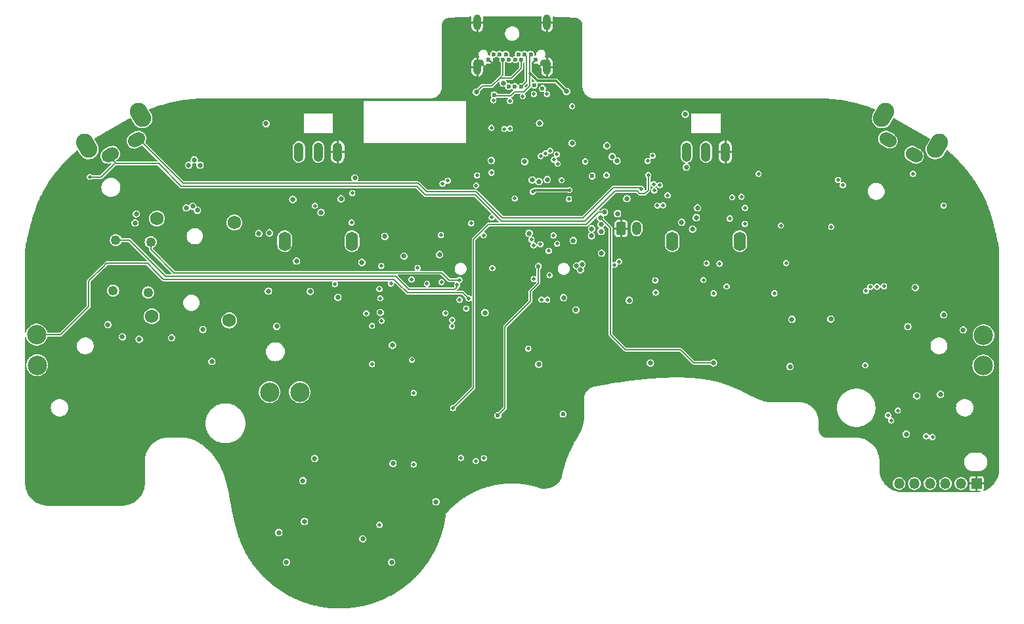
<source format=gbr>
%TF.GenerationSoftware,KiCad,Pcbnew,7.0.6*%
%TF.CreationDate,2024-04-04T00:10:15-07:00*%
%TF.ProjectId,UGC_Main,5547435f-4d61-4696-9e2e-6b696361645f,rev?*%
%TF.SameCoordinates,Original*%
%TF.FileFunction,Copper,L3,Inr*%
%TF.FilePolarity,Positive*%
%FSLAX46Y46*%
G04 Gerber Fmt 4.6, Leading zero omitted, Abs format (unit mm)*
G04 Created by KiCad (PCBNEW 7.0.6) date 2024-04-04 00:10:15*
%MOMM*%
%LPD*%
G01*
G04 APERTURE LIST*
G04 Aperture macros list*
%AMRoundRect*
0 Rectangle with rounded corners*
0 $1 Rounding radius*
0 $2 $3 $4 $5 $6 $7 $8 $9 X,Y pos of 4 corners*
0 Add a 4 corners polygon primitive as box body*
4,1,4,$2,$3,$4,$5,$6,$7,$8,$9,$2,$3,0*
0 Add four circle primitives for the rounded corners*
1,1,$1+$1,$2,$3*
1,1,$1+$1,$4,$5*
1,1,$1+$1,$6,$7*
1,1,$1+$1,$8,$9*
0 Add four rect primitives between the rounded corners*
20,1,$1+$1,$2,$3,$4,$5,0*
20,1,$1+$1,$4,$5,$6,$7,0*
20,1,$1+$1,$6,$7,$8,$9,0*
20,1,$1+$1,$8,$9,$2,$3,0*%
%AMHorizOval*
0 Thick line with rounded ends*
0 $1 width*
0 $2 $3 position (X,Y) of the first rounded end (center of the circle)*
0 $4 $5 position (X,Y) of the second rounded end (center of the circle)*
0 Add line between two ends*
20,1,$1,$2,$3,$4,$5,0*
0 Add two circle primitives to create the rounded ends*
1,1,$1,$2,$3*
1,1,$1,$4,$5*%
G04 Aperture macros list end*
%TA.AperFunction,ComponentPad*%
%ADD10C,1.750000*%
%TD*%
%TA.AperFunction,ComponentPad*%
%ADD11C,1.250000*%
%TD*%
%TA.AperFunction,ComponentPad*%
%ADD12HorizOval,2.250000X-0.250000X0.433013X0.250000X-0.433013X0*%
%TD*%
%TA.AperFunction,ComponentPad*%
%ADD13HorizOval,1.700000X0.259808X0.150000X-0.259808X-0.150000X0*%
%TD*%
%TA.AperFunction,ComponentPad*%
%ADD14HorizOval,2.250000X-0.250000X-0.433013X0.250000X0.433013X0*%
%TD*%
%TA.AperFunction,ComponentPad*%
%ADD15HorizOval,1.700000X0.259808X-0.150000X-0.259808X0.150000X0*%
%TD*%
%TA.AperFunction,ComponentPad*%
%ADD16R,1.350000X1.350000*%
%TD*%
%TA.AperFunction,ComponentPad*%
%ADD17O,1.350000X1.350000*%
%TD*%
%TA.AperFunction,ComponentPad*%
%ADD18O,1.250000X2.500000*%
%TD*%
%TA.AperFunction,HeatsinkPad*%
%ADD19O,1.600000X2.500000*%
%TD*%
%TA.AperFunction,ComponentPad*%
%ADD20RoundRect,0.250000X-0.350000X-0.625000X0.350000X-0.625000X0.350000X0.625000X-0.350000X0.625000X0*%
%TD*%
%TA.AperFunction,ComponentPad*%
%ADD21O,1.200000X1.750000*%
%TD*%
%TA.AperFunction,ComponentPad*%
%ADD22C,0.600000*%
%TD*%
%TA.AperFunction,ComponentPad*%
%ADD23O,1.000000X2.000000*%
%TD*%
%TA.AperFunction,ComponentPad*%
%ADD24C,0.900000*%
%TD*%
%TA.AperFunction,ViaPad*%
%ADD25C,0.600000*%
%TD*%
%TA.AperFunction,ViaPad*%
%ADD26C,0.500000*%
%TD*%
%TA.AperFunction,ViaPad*%
%ADD27C,0.650000*%
%TD*%
%TA.AperFunction,ViaPad*%
%ADD28C,2.500000*%
%TD*%
%TA.AperFunction,Conductor*%
%ADD29C,0.300000*%
%TD*%
%TA.AperFunction,Conductor*%
%ADD30C,0.200000*%
%TD*%
%TA.AperFunction,Conductor*%
%ADD31C,0.150000*%
%TD*%
G04 APERTURE END LIST*
D10*
%TO.N,*%
%TO.C,SW6*%
X172671539Y-110006388D03*
X172009489Y-122639052D03*
X182657835Y-110529748D03*
X181995785Y-123162412D03*
D11*
%TO.N,Pulldown_D*%
X171861497Y-113043156D03*
X171521313Y-119534248D03*
%TO.N,SL_Pull*%
X167367664Y-112807644D03*
X167027480Y-119298736D03*
%TD*%
D12*
%TO.N,*%
%TO.C,SW7*%
X163618112Y-100644336D03*
X170546316Y-96644336D03*
D13*
%TO.N,Pulldown_C*%
X166643465Y-101784400D03*
%TO.N,L_Pull*%
X170020963Y-99834400D03*
%TD*%
D14*
%TO.N,*%
%TO.C,SW8*%
X266420998Y-96644336D03*
X273349202Y-100644336D03*
D15*
%TO.N,Pulldown_C*%
X266946351Y-99834400D03*
%TO.N,R_Pull*%
X270323849Y-101784400D03*
%TD*%
D16*
%TO.N,GND*%
%TO.C,J4*%
X278380200Y-144195800D03*
D17*
%TO.N,RS_B_IN*%
X276380200Y-144195800D03*
%TO.N,Pulldown_D*%
X274380200Y-144195800D03*
%TO.N,RY*%
X272380200Y-144195800D03*
%TO.N,RX*%
X270380200Y-144195800D03*
%TO.N,+3V3*%
X268380200Y-144195800D03*
%TD*%
D18*
%TO.N,+3V3*%
%TO.C,RV2*%
X243483657Y-101434400D03*
%TO.N,ZR_ANALOG*%
X240983657Y-101434400D03*
%TO.N,GND*%
X245983657Y-101434400D03*
D19*
%TO.N,N/C*%
X247833657Y-112934400D03*
X239133657Y-112934400D03*
%TD*%
D20*
%TO.N,GND*%
%TO.C,B1*%
X232547596Y-111285471D03*
D21*
%TO.N,BATTERY_POS*%
X234547596Y-111285471D03*
%TD*%
D22*
%TO.N,GND*%
%TO.C,J5*%
X221533635Y-89504400D03*
%TO.N,+3V3_PRE*%
X220883635Y-88804400D03*
%TO.N,N_CLOCK*%
X220083635Y-88804400D03*
%TO.N,+5V_PRE*%
X219683635Y-89504400D03*
%TO.N,CC2*%
X219283635Y-88804400D03*
%TO.N,D+*%
X218883635Y-89504400D03*
%TO.N,D-*%
X218083635Y-89504400D03*
%TO.N,unconnected-(J5-SBU2-PadB8)*%
X217683635Y-88804400D03*
%TO.N,+5V_PRE*%
X217283635Y-89504400D03*
%TO.N,N_LATCH*%
X216883635Y-88804400D03*
%TO.N,N_DATA*%
X216083635Y-88804400D03*
%TO.N,GND*%
X215433635Y-89504400D03*
D23*
X213983635Y-84704400D03*
D24*
X214433635Y-89904400D03*
D23*
X213983635Y-90454400D03*
X222983635Y-84704400D03*
D24*
X222533635Y-89904400D03*
D23*
X222983635Y-90454400D03*
%TD*%
D18*
%TO.N,+3V3*%
%TO.C,RV1*%
X193483657Y-101434400D03*
%TO.N,ZL_ANALOG*%
X190983657Y-101434400D03*
%TO.N,GND*%
X195983657Y-101434400D03*
D19*
%TO.N,N/C*%
X197833657Y-112934400D03*
X189133657Y-112934400D03*
%TD*%
D25*
%TO.N,GND*%
X215140000Y-94050000D03*
D26*
X214275000Y-110775000D03*
D27*
X218465400Y-100533200D03*
D25*
X218960000Y-94270000D03*
D26*
X223545400Y-107416600D03*
X205761067Y-121911884D03*
X214800000Y-110400000D03*
D27*
X229504526Y-118967615D03*
D26*
X208915000Y-109296200D03*
X201930000Y-108483400D03*
X218439993Y-111963200D03*
X228449022Y-116721319D03*
D27*
X275361400Y-142392400D03*
D26*
X209194400Y-115849400D03*
X209956400Y-122936000D03*
D27*
X227748754Y-118990566D03*
X217830400Y-99923600D03*
D26*
X230632000Y-119405400D03*
D27*
%TO.N,LX*%
X196011800Y-120192800D03*
X179755800Y-128447800D03*
%TO.N,LY*%
X190677800Y-115493800D03*
X192430400Y-119430800D03*
D26*
%TO.N,+1V1*%
X227914200Y-102641400D03*
X225882200Y-106324400D03*
X221132400Y-106553000D03*
D27*
%TO.N,+3V3*%
X209118200Y-114655600D03*
X227279200Y-116611400D03*
X226796600Y-116128800D03*
X269316200Y-137820400D03*
X177292000Y-108432600D03*
D26*
X215846705Y-109870895D03*
D27*
X168198800Y-125272800D03*
X177495200Y-102438200D03*
X220675200Y-111912400D03*
X188112400Y-123926600D03*
X227500000Y-115900000D03*
X198196200Y-104775000D03*
X186740800Y-97764600D03*
D26*
X215798400Y-98298000D03*
D27*
X203047600Y-126339600D03*
X196418200Y-107467400D03*
D26*
X213842600Y-105740200D03*
D27*
X187045600Y-119380000D03*
D26*
X230657400Y-104419400D03*
D27*
X169849800Y-110583609D03*
X240817400Y-96545400D03*
X201472800Y-122123200D03*
X176453800Y-108635800D03*
D26*
X225806000Y-107492800D03*
X213200000Y-110625000D03*
D27*
X220091000Y-102666800D03*
X174548800Y-125399800D03*
X176758600Y-103124000D03*
X199097900Y-115684300D03*
X187172600Y-111861600D03*
X178231800Y-103124000D03*
X222021400Y-97713800D03*
X226212400Y-100279200D03*
X270687800Y-132892800D03*
X202057000Y-112318800D03*
D26*
X224866200Y-105054400D03*
D27*
X177876200Y-108940600D03*
D26*
X218821000Y-107416600D03*
D27*
X204520800Y-114858800D03*
X226718285Y-121785989D03*
%TO.N,BAT_LVL*%
X233273600Y-107442000D03*
X221945200Y-105232200D03*
%TO.N,VBUS_SYS*%
X232079800Y-109372400D03*
X230708200Y-100609400D03*
X233578400Y-120548400D03*
X225120200Y-120218200D03*
D28*
X191100000Y-132400000D03*
D26*
%TO.N,USB_EN*%
X223399733Y-101264779D03*
X218211400Y-94843600D03*
D27*
%TO.N,BTN_PWR*%
X221919800Y-128828800D03*
D26*
X236931200Y-117983000D03*
X223298445Y-117321090D03*
D27*
X236321600Y-128651000D03*
D28*
%TO.N,RUMBLE-*%
X187202000Y-132402000D03*
D27*
X214985600Y-122159700D03*
D25*
%TO.N,D+*%
X218020000Y-92960000D03*
%TO.N,D-*%
X218813581Y-92957751D03*
D27*
%TO.N,SL_RGB*%
X185801000Y-111937800D03*
X190195200Y-107543600D03*
%TO.N,Net-(L2-DOUT)*%
X166344600Y-123698000D03*
X170002200Y-109423200D03*
%TO.N,Net-(L3-DOUT)*%
X170383200Y-125577600D03*
X178587400Y-124333000D03*
D26*
%TO.N,DD_Pull*%
X238531400Y-107010200D03*
D27*
X199212200Y-151333200D03*
D26*
%TO.N,DL_Pull*%
X214833200Y-140919200D03*
D27*
X191693800Y-149098000D03*
D26*
X246557800Y-110007400D03*
X205790800Y-141732000D03*
%TO.N,DU_Pull*%
X211886800Y-140893800D03*
D27*
X193014600Y-140970000D03*
D26*
X213791800Y-141300200D03*
X248056400Y-107188000D03*
%TO.N,ZL_Pull*%
X237007400Y-119557800D03*
X212852000Y-120319800D03*
D28*
X157149800Y-124993400D03*
D26*
%TO.N,ESP_RTS*%
X200406000Y-128778000D03*
X199669400Y-122250200D03*
%TO.N,ESP_EN*%
X209296000Y-112141000D03*
X197866000Y-106730800D03*
X197764400Y-110515400D03*
X222148400Y-101955600D03*
%TO.N,ESP_DTR*%
X209880200Y-122214498D03*
X205790800Y-132511800D03*
X205562200Y-128244600D03*
D25*
%TO.N,N_LATCH*%
X221334118Y-92802481D03*
%TO.N,N_DATA*%
X222395124Y-93216533D03*
%TO.N,N_CLOCK*%
X219660000Y-92980000D03*
%TO.N,RP_RUN*%
X221860000Y-116150000D03*
X216640000Y-135410000D03*
X228796957Y-104519726D03*
D26*
%TO.N,I2C_SCL*%
X223875600Y-102412800D03*
X215814621Y-104075862D03*
X231701147Y-115982447D03*
%TO.N,I2C_SDA*%
X232284636Y-115562671D03*
X213952178Y-104428552D03*
X224358200Y-102946200D03*
%TO.N,USB_BOOT*%
X214807800Y-112166400D03*
X211709000Y-120497600D03*
D25*
X225040000Y-135250000D03*
D26*
%TO.N,RGB_OUT*%
X224231200Y-101727000D03*
X193040000Y-108356400D03*
%TO.N,SHARED_PU*%
X226212400Y-95504000D03*
X222961200Y-93929200D03*
X221284800Y-93929200D03*
X219860000Y-94230000D03*
%TO.N,USB_SEL*%
X222758000Y-101600000D03*
X216052400Y-94742000D03*
%TO.N,R_BRAKE*%
X223012000Y-120497600D03*
X220573600Y-126796800D03*
%TO.N,RUMBLE*%
X212547200Y-121615200D03*
X222275400Y-120472200D03*
%TO.N,ESP_RX0*%
X209499200Y-105511600D03*
X201650600Y-123190000D03*
%TO.N,ESP_TX0*%
X210185000Y-105105200D03*
X200406000Y-123850400D03*
%TO.N,LADC_CS*%
X221259400Y-113461800D03*
X195630800Y-118465600D03*
%TO.N,SPI_TX*%
X202844400Y-118414800D03*
X207492600Y-118414800D03*
X265557000Y-118795800D03*
X201472800Y-120294400D03*
X224282000Y-113258600D03*
X267360400Y-136067800D03*
%TO.N,SPI_RX*%
X266979400Y-135407400D03*
X209372200Y-118211600D03*
X223202015Y-114163403D03*
X264693400Y-118821200D03*
%TO.N,SPI_CK*%
X223824800Y-112191800D03*
X205511400Y-117856000D03*
X266446000Y-118745000D03*
X268224000Y-134772400D03*
X201366000Y-119105800D03*
D27*
%TO.N,RADC_CS*%
X226364800Y-112852200D03*
X270484600Y-118922800D03*
X273735800Y-132689600D03*
%TO.N,Scan_C*%
X240334800Y-110490000D03*
X228746736Y-111318562D03*
%TO.N,Scan_D*%
X228713542Y-112224268D03*
X241757200Y-111379000D03*
%TO.N,Scan_B*%
X229965409Y-111659980D03*
X242239800Y-109880400D03*
%TO.N,Scan_A*%
X229955925Y-110796951D03*
X242392200Y-108635800D03*
D26*
%TO.N,IMU0_CS*%
X201599800Y-116128800D03*
X220980000Y-112725200D03*
D27*
%TO.N,ZL_ANALOG*%
X221081600Y-105029000D03*
X193827400Y-109220000D03*
%TO.N,ZR_ANALOG*%
X223012000Y-104978200D03*
X240944400Y-103378000D03*
D26*
%TO.N,UART_USB+*%
X217474800Y-98450400D03*
X210718400Y-123901200D03*
%TO.N,UART_USB-*%
X210743800Y-123088400D03*
X218186000Y-98399600D03*
%TO.N,L_Pull*%
X235170448Y-106216560D03*
X246862600Y-107264200D03*
%TO.N,DR_Pull*%
X243560600Y-115773200D03*
D27*
X208661000Y-146558000D03*
D26*
%TO.N,A_Pull*%
X253136400Y-110896400D03*
X259638800Y-111074200D03*
%TO.N,B_Pull*%
X252323600Y-119659400D03*
X244475000Y-119659400D03*
%TO.N,SL_Pull*%
X248513600Y-108635800D03*
X246151400Y-118770400D03*
X248513600Y-110693200D03*
X211378800Y-118592600D03*
%TO.N,R_Pull*%
X270179800Y-104241600D03*
X236829600Y-106375200D03*
%TO.N,Y_Pull*%
X245237000Y-115824000D03*
X253822200Y-115747800D03*
%TO.N,X_Pull*%
X237947200Y-108305600D03*
X274142200Y-108331000D03*
%TO.N,ZR_Pull*%
X264109200Y-119354600D03*
D28*
X279259600Y-128960400D03*
D26*
X264033000Y-128930400D03*
X243154200Y-117932200D03*
%TO.N,Plus_Pull*%
X237210600Y-108331000D03*
X221280000Y-117800000D03*
D27*
%TO.N,+5V_PRE*%
X213868000Y-93675200D03*
D25*
%TO.N,+3V3_PRE*%
X216165246Y-94049711D03*
D27*
X225500000Y-93610000D03*
D26*
%TO.N,IMU1_CS*%
X222130112Y-113321680D03*
X206280400Y-116382800D03*
%TO.N,RS_B_IN*%
X261137400Y-105689400D03*
X237515400Y-105714800D03*
X272694400Y-138201400D03*
D27*
%TO.N,Pulldown_C*%
X232003600Y-102565200D03*
D26*
X235966000Y-102565200D03*
D27*
X269519400Y-123952000D03*
D26*
X236042200Y-104394000D03*
D28*
X157226000Y-128930400D03*
D26*
X250266200Y-104241600D03*
D27*
X276656800Y-124383800D03*
D28*
X279273000Y-125069600D03*
D26*
X163995100Y-104635300D03*
%TO.N,Pulldown_D*%
X236728000Y-105562400D03*
X236601000Y-101904800D03*
X211683600Y-117932200D03*
X271881600Y-138099800D03*
X260527800Y-105029000D03*
D27*
X231394000Y-102006400D03*
D26*
X215925400Y-116408200D03*
D27*
%TO.N,Pulldown_A*%
X244449600Y-128625600D03*
X259588000Y-122986800D03*
X229874383Y-109914294D03*
X254330200Y-129108200D03*
X274142200Y-122428000D03*
X254558800Y-123012200D03*
%TO.N,Pulldown_B*%
X191486022Y-143833495D03*
X202932000Y-154344400D03*
D26*
X201371200Y-149529800D03*
D27*
X188391800Y-150520400D03*
D26*
X210870800Y-134467600D03*
D27*
X203123800Y-141605000D03*
X189371000Y-154344400D03*
X230392181Y-109194182D03*
%TO.N,VBUS*%
X230004090Y-114479819D03*
X215783138Y-102514294D03*
%TO.N,CC1*%
X217350000Y-92530000D03*
%TD*%
D29*
%TO.N,+1V1*%
X221132400Y-106553000D02*
X221361000Y-106324400D01*
X221361000Y-106324400D02*
X225882200Y-106324400D01*
D30*
%TO.N,ZL_Pull*%
X212115400Y-119583200D02*
X212852000Y-120319800D01*
X174269400Y-117856000D02*
X203250800Y-117856000D01*
X166141400Y-115798600D02*
X169214800Y-115798600D01*
X163880800Y-121310400D02*
X163880800Y-119989600D01*
X163880800Y-118059200D02*
X165684200Y-116255800D01*
X203758800Y-118364000D02*
X204978000Y-119583200D01*
X204978000Y-119583200D02*
X206629000Y-119583200D01*
X163880800Y-119989600D02*
X163880800Y-118059200D01*
X173507400Y-117856000D02*
X174269400Y-117856000D01*
X157149800Y-124993400D02*
X160197800Y-124993400D01*
X160197800Y-124993400D02*
X161340800Y-123850400D01*
X165684200Y-116255800D02*
X166141400Y-115798600D01*
X172415200Y-116763800D02*
X173507400Y-117856000D01*
X169214800Y-115798600D02*
X171450000Y-115798600D01*
X171450000Y-115798600D02*
X172415200Y-116763800D01*
X203250800Y-117856000D02*
X203758800Y-118364000D01*
X206629000Y-119583200D02*
X212115400Y-119583200D01*
X161340800Y-123850400D02*
X163880800Y-121310400D01*
%TO.N,N_CLOCK*%
X220340000Y-92300000D02*
X220340000Y-89060765D01*
X219660000Y-92980000D02*
X220340000Y-92300000D01*
X220340000Y-89060765D02*
X220083635Y-88804400D01*
D31*
%TO.N,RP_RUN*%
X217550000Y-123990000D02*
X217550000Y-134500000D01*
X217550000Y-134500000D02*
X216640000Y-135410000D01*
X221860000Y-118350000D02*
X220840000Y-119370000D01*
X221860000Y-116150000D02*
X221860000Y-118350000D01*
X220840000Y-119370000D02*
X220840000Y-120700000D01*
X220840000Y-120700000D02*
X217550000Y-123990000D01*
D30*
%TO.N,L_Pull*%
X217206200Y-109931200D02*
X213802600Y-106527600D01*
X231521000Y-105994200D02*
X227584000Y-109931200D01*
X234948088Y-105994200D02*
X231521000Y-105994200D01*
X213802600Y-106527600D02*
X207441800Y-106527600D01*
X176057171Y-105460800D02*
X170280771Y-99684400D01*
X207441800Y-106527600D02*
X206375000Y-105460800D01*
X235170448Y-106216560D02*
X234948088Y-105994200D01*
X206375000Y-105460800D02*
X176057171Y-105460800D01*
X227584000Y-109931200D02*
X217206200Y-109931200D01*
%TO.N,SL_Pull*%
X211378800Y-118846600D02*
X211378800Y-118592600D01*
X175717200Y-117424200D02*
X203454000Y-117424200D01*
X211201000Y-119024400D02*
X211378800Y-118846600D01*
X207289400Y-119176800D02*
X211048600Y-119176800D01*
X205206600Y-119176800D02*
X207289400Y-119176800D01*
X171653200Y-115341400D02*
X173736000Y-117424200D01*
X169119444Y-112807644D02*
X171653200Y-115341400D01*
X211048600Y-119176800D02*
X211201000Y-119024400D01*
X167367664Y-112807644D02*
X169119444Y-112807644D01*
X204241400Y-118211600D02*
X205206600Y-119176800D01*
X203454000Y-117424200D02*
X204241400Y-118211600D01*
X173736000Y-117424200D02*
X175717200Y-117424200D01*
%TO.N,+5V_PRE*%
X219683635Y-90576365D02*
X218390000Y-91870000D01*
X217283635Y-89504400D02*
X217283635Y-91486365D01*
X215850000Y-92920000D02*
X214623200Y-92920000D01*
X214623200Y-92920000D02*
X213868000Y-93675200D01*
X216900000Y-91870000D02*
X215850000Y-92920000D01*
X218390000Y-91870000D02*
X216900000Y-91870000D01*
X219683635Y-89504400D02*
X219683635Y-90576365D01*
X217283635Y-91486365D02*
X216900000Y-91870000D01*
%TO.N,+3V3_PRE*%
X218260000Y-94150000D02*
X218780000Y-93630000D01*
X216165246Y-94049711D02*
X216265535Y-94150000D01*
X220870000Y-88810000D02*
X220878035Y-88810000D01*
X220740000Y-92920000D02*
X220740000Y-88948035D01*
X220878035Y-88810000D02*
X220883635Y-88804400D01*
D29*
X224120000Y-92230000D02*
X225500000Y-93610000D01*
D30*
X216265535Y-94150000D02*
X218260000Y-94150000D01*
X220740000Y-88948035D02*
X220878035Y-88810000D01*
D29*
X220790187Y-91276657D02*
X220822567Y-91276657D01*
X220822567Y-91276657D02*
X221775910Y-92230000D01*
X221775910Y-92230000D02*
X224120000Y-92230000D01*
D30*
X220030000Y-93630000D02*
X220740000Y-92920000D01*
X218780000Y-93630000D02*
X220030000Y-93630000D01*
%TO.N,Pulldown_C*%
X207264000Y-106959400D02*
X213684400Y-106959400D01*
X167513000Y-102920800D02*
X172872400Y-102920800D01*
X206171800Y-105867200D02*
X207264000Y-106959400D01*
X235585000Y-106781600D02*
X236042200Y-106324400D01*
X165493700Y-104635300D02*
X163995100Y-104635300D01*
X227863400Y-110363000D02*
X231775000Y-106451400D01*
X213684400Y-106959400D02*
X217088000Y-110363000D01*
X167208200Y-102920800D02*
X165493700Y-104635300D01*
X217088000Y-110363000D02*
X227863400Y-110363000D01*
X234594400Y-106451400D02*
X234924600Y-106781600D01*
X172872400Y-102920800D02*
X175818800Y-105867200D01*
X231775000Y-106451400D02*
X234594400Y-106451400D01*
X175818800Y-105867200D02*
X206171800Y-105867200D01*
X166383657Y-101934400D02*
X167370057Y-102920800D01*
X236042200Y-106324400D02*
X236042200Y-104394000D01*
X167513000Y-102920800D02*
X167208200Y-102920800D01*
X234924600Y-106781600D02*
X235585000Y-106781600D01*
X167370057Y-102920800D02*
X167513000Y-102920800D01*
%TO.N,Pulldown_D*%
X210312000Y-117932200D02*
X209372200Y-116992400D01*
X211683600Y-117932200D02*
X210312000Y-117932200D01*
X171861497Y-114000297D02*
X171861497Y-113043156D01*
X209372200Y-116992400D02*
X174853600Y-116992400D01*
X174853600Y-116992400D02*
X171861497Y-114000297D01*
D31*
%TO.N,Pulldown_A*%
X231165400Y-111205311D02*
X231165400Y-124993400D01*
X240207800Y-126949200D02*
X241884200Y-128625600D01*
X229874383Y-109914294D02*
X231165400Y-111205311D01*
X231165400Y-124993400D02*
X233121200Y-126949200D01*
X241884200Y-128625600D02*
X244449600Y-128625600D01*
X233121200Y-126949200D02*
X240207800Y-126949200D01*
%TO.N,Pulldown_B*%
X213487000Y-131851400D02*
X210870800Y-134467600D01*
X213487000Y-112725200D02*
X213487000Y-131851400D01*
X229641818Y-109194182D02*
X228066600Y-110769400D01*
X215442800Y-110769400D02*
X213487000Y-112725200D01*
X228066600Y-110769400D02*
X215442800Y-110769400D01*
X230392181Y-109194182D02*
X229641818Y-109194182D01*
%TD*%
%TA.AperFunction,Conductor*%
%TO.N,GND*%
G36*
X213995212Y-90952066D02*
G01*
X213972058Y-90952066D01*
X213958017Y-90949842D01*
X214009253Y-90949842D01*
X213995212Y-90952066D01*
G37*
%TD.AperFunction*%
%TA.AperFunction,Conductor*%
G36*
X222995212Y-90952066D02*
G01*
X222972059Y-90952066D01*
X222958018Y-90949842D01*
X223009253Y-90949842D01*
X222995212Y-90952066D01*
G37*
%TD.AperFunction*%
%TA.AperFunction,Conductor*%
G36*
X213916456Y-89661526D02*
G01*
X213919785Y-89659605D01*
X213927724Y-89658645D01*
X213970192Y-89655825D01*
X213916456Y-89661526D01*
G37*
%TD.AperFunction*%
%TA.AperFunction,Conductor*%
G36*
X223039556Y-89658622D02*
G01*
X223044658Y-89660873D01*
X222996227Y-89655735D01*
X223039556Y-89658622D01*
G37*
%TD.AperFunction*%
%TA.AperFunction,Conductor*%
G36*
X218597582Y-83889644D02*
G01*
X218599269Y-83889645D01*
X218599270Y-83889646D01*
X218714146Y-83889709D01*
X218715042Y-83889710D01*
X218715043Y-83889711D01*
X218829647Y-83889819D01*
X218830872Y-83889821D01*
X218830873Y-83889822D01*
X218946080Y-83889979D01*
X218946755Y-83889980D01*
X218946756Y-83889981D01*
X219062102Y-83890186D01*
X219062686Y-83890188D01*
X219062687Y-83890189D01*
X219178499Y-83890445D01*
X219178661Y-83890446D01*
X219178663Y-83890447D01*
X219293627Y-83890755D01*
X219294675Y-83890758D01*
X219294677Y-83890759D01*
X219410110Y-83891121D01*
X219410725Y-83891123D01*
X219410727Y-83891124D01*
X219475496Y-83891358D01*
X219526107Y-83891543D01*
X219526807Y-83891545D01*
X219526808Y-83891546D01*
X219641419Y-83892018D01*
X219642915Y-83892025D01*
X219642916Y-83892026D01*
X219759195Y-83892564D01*
X219875393Y-83893167D01*
X219875394Y-83893166D01*
X219876069Y-83893169D01*
X219991553Y-83893831D01*
X219991553Y-83893830D01*
X219992074Y-83893833D01*
X220059238Y-83894255D01*
X220110263Y-83894576D01*
X220223901Y-83895355D01*
X220223901Y-83895354D01*
X220224628Y-83895359D01*
X220340077Y-83896219D01*
X220340077Y-83896218D01*
X220340132Y-83896218D01*
X220376290Y-83896509D01*
X220458776Y-83897174D01*
X220470818Y-83897278D01*
X220572414Y-83898158D01*
X220572414Y-83898157D01*
X220688567Y-83899237D01*
X220688567Y-83899236D01*
X220689436Y-83899244D01*
X220804551Y-83900390D01*
X220919700Y-83901610D01*
X220920618Y-83901620D01*
X220920619Y-83901621D01*
X221035689Y-83902919D01*
X221036708Y-83902931D01*
X221036709Y-83902932D01*
X221090661Y-83903578D01*
X221152324Y-83904317D01*
X221152768Y-83904322D01*
X221152769Y-83904323D01*
X221268602Y-83905792D01*
X221268792Y-83905795D01*
X221268794Y-83905796D01*
X221384687Y-83907350D01*
X221384780Y-83907352D01*
X221384782Y-83907353D01*
X221500926Y-83908998D01*
X221500926Y-83908997D01*
X221501642Y-83909007D01*
X221616662Y-83910725D01*
X221732284Y-83912541D01*
X221732471Y-83912544D01*
X221732472Y-83912545D01*
X221848461Y-83914459D01*
X221848461Y-83914458D01*
X221849379Y-83914473D01*
X221964192Y-83916463D01*
X221964192Y-83916462D01*
X221964887Y-83916475D01*
X222080776Y-83918577D01*
X222171273Y-83920295D01*
X222187936Y-83920612D01*
X222235165Y-83938825D01*
X222259638Y-83983135D01*
X222258537Y-84011663D01*
X222233635Y-84116739D01*
X222233635Y-84579400D01*
X222683635Y-84579400D01*
X222683635Y-84829400D01*
X222233635Y-84829400D01*
X222233634Y-85248083D01*
X222248883Y-85378539D01*
X222248884Y-85378543D01*
X222308847Y-85543289D01*
X222308848Y-85543293D01*
X222405188Y-85689771D01*
X222532717Y-85810088D01*
X222684552Y-85897749D01*
X222684554Y-85897750D01*
X222852508Y-85948033D01*
X222852516Y-85948034D01*
X222858634Y-85948390D01*
X222858635Y-85948389D01*
X222858635Y-85430741D01*
X222955475Y-85458295D01*
X223067156Y-85447946D01*
X223108634Y-85427292D01*
X223108634Y-85943928D01*
X223200203Y-85927783D01*
X223361183Y-85858343D01*
X223361191Y-85858338D01*
X223501818Y-85753644D01*
X223501821Y-85753641D01*
X223614515Y-85619340D01*
X223693202Y-85462661D01*
X223693204Y-85462656D01*
X223733635Y-85292063D01*
X223733635Y-84829400D01*
X223283635Y-84829400D01*
X223283635Y-84579400D01*
X223733635Y-84579400D01*
X223733634Y-84160716D01*
X223720078Y-84044736D01*
X223731752Y-83995482D01*
X223772354Y-83965254D01*
X223796009Y-83962185D01*
X223854994Y-83964126D01*
X223854994Y-83964125D01*
X223855207Y-83964132D01*
X223973413Y-83968155D01*
X224091640Y-83972313D01*
X224209678Y-83976602D01*
X224209980Y-83976613D01*
X224209981Y-83976614D01*
X224309766Y-83980357D01*
X224327791Y-83981034D01*
X224328328Y-83981054D01*
X224328329Y-83981055D01*
X224446567Y-83985632D01*
X224446648Y-83985636D01*
X224446650Y-83985637D01*
X224565016Y-83990366D01*
X224565017Y-83990366D01*
X224684314Y-83995281D01*
X224801646Y-84000263D01*
X224801646Y-84000262D01*
X224802253Y-84000288D01*
X224919853Y-84005433D01*
X224919853Y-84005432D01*
X224920318Y-84005453D01*
X224985650Y-84008395D01*
X225037859Y-84010747D01*
X225040039Y-84010848D01*
X225155202Y-84016185D01*
X225207911Y-84018697D01*
X225274078Y-84021852D01*
X225274080Y-84021853D01*
X225392328Y-84027650D01*
X225509891Y-84033576D01*
X225510187Y-84033591D01*
X225510188Y-84033592D01*
X225628112Y-84039700D01*
X225628186Y-84039704D01*
X225628187Y-84039705D01*
X225746345Y-84045993D01*
X225746345Y-84045992D01*
X225864153Y-84052430D01*
X225981635Y-84059020D01*
X225981946Y-84059038D01*
X225981947Y-84059039D01*
X226084360Y-84064917D01*
X226084360Y-84064916D01*
X226186257Y-84070884D01*
X226186257Y-84070883D01*
X226186636Y-84070905D01*
X226287784Y-84076950D01*
X226388594Y-84083094D01*
X226388927Y-84083115D01*
X226388928Y-84083116D01*
X226489269Y-84089355D01*
X226489919Y-84089396D01*
X226489920Y-84089397D01*
X226590339Y-84095766D01*
X226590627Y-84095785D01*
X226590629Y-84095786D01*
X226629910Y-84098311D01*
X226631910Y-84098496D01*
X226737670Y-84111174D01*
X226741634Y-84111871D01*
X226844144Y-84135745D01*
X226848009Y-84136872D01*
X226947780Y-84171965D01*
X226950685Y-84173129D01*
X227003343Y-84196862D01*
X227006163Y-84198281D01*
X227098668Y-84249872D01*
X227102081Y-84252027D01*
X227187837Y-84313021D01*
X227190991Y-84315535D01*
X227269956Y-84385869D01*
X227272200Y-84388046D01*
X227309421Y-84427367D01*
X227311955Y-84430045D01*
X227313942Y-84432323D01*
X227375843Y-84509457D01*
X227378055Y-84512522D01*
X227385396Y-84523875D01*
X227431431Y-84595067D01*
X227433320Y-84598345D01*
X227478214Y-84686341D01*
X227479444Y-84689009D01*
X227496892Y-84731190D01*
X227500060Y-84738848D01*
X227501077Y-84741615D01*
X227531491Y-84835739D01*
X227532469Y-84839395D01*
X227552986Y-84935531D01*
X227553585Y-84939265D01*
X227564237Y-85037461D01*
X227564438Y-85040399D01*
X227566017Y-85095808D01*
X227566016Y-92966531D01*
X227566010Y-92966544D01*
X227566010Y-93104511D01*
X227585603Y-93240788D01*
X227585866Y-93243152D01*
X227588547Y-93277230D01*
X227589906Y-93278946D01*
X227592932Y-93291761D01*
X227596553Y-93316951D01*
X227596555Y-93316960D01*
X227606339Y-93350282D01*
X227644854Y-93481456D01*
X227645330Y-93483243D01*
X227649417Y-93500265D01*
X227653093Y-93509516D01*
X227657023Y-93522900D01*
X227746183Y-93718136D01*
X227746190Y-93718149D01*
X227850527Y-93880500D01*
X227862228Y-93898707D01*
X227899439Y-93941650D01*
X228002782Y-94060914D01*
X228002787Y-94060919D01*
X228165000Y-94201477D01*
X228345555Y-94317512D01*
X228345562Y-94317516D01*
X228540798Y-94406676D01*
X228540799Y-94406676D01*
X228540803Y-94406678D01*
X228554184Y-94410606D01*
X228557115Y-94412765D01*
X228580458Y-94418369D01*
X228582244Y-94418845D01*
X228746746Y-94467146D01*
X228746751Y-94467146D01*
X228746751Y-94467147D01*
X228771946Y-94470769D01*
X228779033Y-94474566D01*
X228820539Y-94477832D01*
X228822904Y-94478095D01*
X228959199Y-94497690D01*
X229066517Y-94497689D01*
X257941670Y-94497689D01*
X258237166Y-94503623D01*
X258767072Y-94515164D01*
X259152811Y-94538432D01*
X259602670Y-94567837D01*
X260003660Y-94608238D01*
X260435393Y-94655389D01*
X260841162Y-94712812D01*
X261263873Y-94777693D01*
X261670187Y-94851944D01*
X262086701Y-94934561D01*
X262491295Y-95025425D01*
X262902524Y-95125766D01*
X263303579Y-95232920D01*
X263710080Y-95351061D01*
X264106088Y-95474103D01*
X264508227Y-95610209D01*
X264880086Y-95742342D01*
X264897473Y-95748520D01*
X265280996Y-95897215D01*
X265319086Y-95930551D01*
X265326837Y-95980573D01*
X265318330Y-96003210D01*
X265037742Y-96489204D01*
X265037736Y-96489216D01*
X264965407Y-96645340D01*
X264965405Y-96645346D01*
X264907642Y-96867556D01*
X264890485Y-97096506D01*
X264890485Y-97096507D01*
X264914485Y-97324847D01*
X264978869Y-97545227D01*
X265020897Y-97629258D01*
X265081569Y-97750569D01*
X265219286Y-97934275D01*
X265387589Y-98090439D01*
X265445850Y-98127657D01*
X265581067Y-98214037D01*
X265581070Y-98214038D01*
X265581074Y-98214041D01*
X265756020Y-98285740D01*
X265764629Y-98289269D01*
X265793519Y-98301109D01*
X266018095Y-98348845D01*
X266247587Y-98355713D01*
X266247594Y-98355712D01*
X266247596Y-98355712D01*
X266331955Y-98342996D01*
X266474617Y-98321494D01*
X266691888Y-98247286D01*
X266784075Y-98195885D01*
X266892414Y-98135478D01*
X266892417Y-98135476D01*
X266901929Y-98127655D01*
X267069760Y-97989658D01*
X267218215Y-97814516D01*
X267635804Y-97091228D01*
X267674578Y-97058693D01*
X267725197Y-97058693D01*
X267735493Y-97063359D01*
X267915928Y-97162421D01*
X267916889Y-97162975D01*
X267953603Y-97184187D01*
X267954010Y-97184334D01*
X272333452Y-99704454D01*
X272366044Y-99743183D01*
X272366116Y-99793802D01*
X272360629Y-99805592D01*
X271965946Y-100489204D01*
X271965940Y-100489216D01*
X271893611Y-100645340D01*
X271893609Y-100645346D01*
X271835846Y-100867556D01*
X271818689Y-101096506D01*
X271818689Y-101096507D01*
X271842689Y-101324847D01*
X271907073Y-101545227D01*
X271956145Y-101643342D01*
X272009773Y-101750569D01*
X272147490Y-101934275D01*
X272315793Y-102090439D01*
X272374938Y-102128222D01*
X272509271Y-102214037D01*
X272509274Y-102214038D01*
X272509278Y-102214041D01*
X272636182Y-102266051D01*
X272692833Y-102289269D01*
X272721723Y-102301109D01*
X272946299Y-102348845D01*
X273175791Y-102355713D01*
X273175798Y-102355712D01*
X273175800Y-102355712D01*
X273277148Y-102340436D01*
X273402821Y-102321494D01*
X273620092Y-102247286D01*
X273712279Y-102195885D01*
X273820618Y-102135478D01*
X273820621Y-102135476D01*
X273836845Y-102122136D01*
X273997964Y-101989658D01*
X274146419Y-101814516D01*
X274509894Y-101184954D01*
X274548670Y-101152418D01*
X274599289Y-101152418D01*
X274623130Y-101166636D01*
X274728311Y-101260087D01*
X274848702Y-101368406D01*
X274968545Y-101477608D01*
X275087737Y-101587619D01*
X275206434Y-101698604D01*
X275324457Y-101810418D01*
X275441810Y-101923085D01*
X275558489Y-102036622D01*
X275674315Y-102150876D01*
X275789473Y-102266051D01*
X275789590Y-102266302D01*
X275789656Y-102266237D01*
X275862808Y-102340432D01*
X275903908Y-102382118D01*
X276017453Y-102498928D01*
X276130084Y-102616482D01*
X276130085Y-102616483D01*
X276130639Y-102617070D01*
X276130677Y-102617156D01*
X276130813Y-102617254D01*
X276241954Y-102734963D01*
X276352850Y-102854169D01*
X276462863Y-102974225D01*
X276571842Y-103094990D01*
X276679752Y-103216448D01*
X276786757Y-103338814D01*
X276892695Y-103461929D01*
X276997477Y-103585720D01*
X277101134Y-103710246D01*
X277203610Y-103835468D01*
X277305010Y-103961550D01*
X277405155Y-104088299D01*
X277504009Y-104215696D01*
X277601641Y-104343863D01*
X277697918Y-104472657D01*
X277779548Y-104583821D01*
X277859180Y-104694086D01*
X277936801Y-104803372D01*
X278012671Y-104912000D01*
X278086611Y-105019665D01*
X278158788Y-105126551D01*
X278229114Y-105232479D01*
X278297629Y-105337447D01*
X278364489Y-105441643D01*
X278429711Y-105545038D01*
X278493272Y-105647544D01*
X278518786Y-105689400D01*
X278555071Y-105748927D01*
X278564802Y-105765167D01*
X278615448Y-105849694D01*
X278661419Y-105927743D01*
X278674128Y-105949320D01*
X278731410Y-106048258D01*
X278787102Y-106146109D01*
X278841392Y-106243142D01*
X278894310Y-106339350D01*
X278945822Y-106434605D01*
X278995889Y-106528763D01*
X279044732Y-106622177D01*
X279092242Y-106714566D01*
X279138571Y-106806163D01*
X279183635Y-106896729D01*
X279270207Y-107074955D01*
X279352349Y-107249456D01*
X279430352Y-107420253D01*
X279504357Y-107587030D01*
X279573972Y-107748274D01*
X279642314Y-107910925D01*
X279709374Y-108074959D01*
X279775276Y-108240678D01*
X279840029Y-108408102D01*
X279903635Y-108577220D01*
X279966253Y-108748446D01*
X280027805Y-108921553D01*
X280088427Y-109096905D01*
X280148085Y-109274369D01*
X280206940Y-109454409D01*
X280264913Y-109636756D01*
X280322093Y-109821638D01*
X280378574Y-110009332D01*
X280434332Y-110199705D01*
X280489495Y-110393158D01*
X280543943Y-110589207D01*
X280570828Y-110688554D01*
X280597962Y-110788824D01*
X280612371Y-110843448D01*
X280651485Y-110991728D01*
X280704478Y-111197709D01*
X280757090Y-111407272D01*
X280809313Y-111620324D01*
X280861217Y-111837056D01*
X280912845Y-112057575D01*
X280964177Y-112281705D01*
X280976480Y-112336575D01*
X281015423Y-112510267D01*
X281015423Y-112510268D01*
X281030178Y-112577446D01*
X281066560Y-112743086D01*
X281117507Y-112979685D01*
X281168467Y-113220896D01*
X281190186Y-113325592D01*
X281219327Y-113466069D01*
X281238479Y-113560023D01*
X281270297Y-113716106D01*
X281270297Y-113716107D01*
X281313216Y-113930191D01*
X281319923Y-113963648D01*
X281321367Y-113978194D01*
X281321367Y-142315503D01*
X281321316Y-142317439D01*
X281314304Y-142451251D01*
X281304013Y-142634630D01*
X281303615Y-142638347D01*
X281279082Y-142793258D01*
X281251490Y-142955657D01*
X281250751Y-142959037D01*
X281209275Y-143113831D01*
X281164543Y-143269100D01*
X281163531Y-143272118D01*
X281105572Y-143423111D01*
X281044217Y-143571235D01*
X281043000Y-143573874D01*
X280969187Y-143718744D01*
X280891904Y-143858574D01*
X280890552Y-143860829D01*
X280801720Y-143997618D01*
X280709403Y-144127726D01*
X280707981Y-144129601D01*
X280605701Y-144255906D01*
X280604535Y-144257276D01*
X280498839Y-144375550D01*
X280497413Y-144377059D01*
X280382449Y-144492022D01*
X280380941Y-144493448D01*
X280262655Y-144599155D01*
X280261291Y-144600315D01*
X280245658Y-144612975D01*
X280134998Y-144702584D01*
X280133124Y-144704006D01*
X280003002Y-144796332D01*
X279866216Y-144885160D01*
X279863962Y-144886513D01*
X279724129Y-144963795D01*
X279579266Y-145037605D01*
X279576627Y-145038821D01*
X279428491Y-145100180D01*
X279342135Y-145133327D01*
X279291524Y-145134210D01*
X279252186Y-145102354D01*
X279242528Y-145052665D01*
X279254089Y-145023129D01*
X279290694Y-144968345D01*
X279305200Y-144895422D01*
X279305200Y-144320800D01*
X278765388Y-144320800D01*
X278785186Y-144195800D01*
X278765388Y-144070800D01*
X279305200Y-144070800D01*
X279305200Y-143496177D01*
X279290694Y-143423254D01*
X279235440Y-143340560D01*
X279235439Y-143340559D01*
X279152745Y-143285305D01*
X279079822Y-143270800D01*
X278505200Y-143270800D01*
X278505200Y-143810611D01*
X278411681Y-143795800D01*
X278348719Y-143795800D01*
X278255200Y-143810611D01*
X278255200Y-143270800D01*
X277680578Y-143270800D01*
X277607654Y-143285305D01*
X277524960Y-143340559D01*
X277524959Y-143340560D01*
X277469705Y-143423254D01*
X277455200Y-143496177D01*
X277455200Y-144070800D01*
X277995012Y-144070800D01*
X277975214Y-144195800D01*
X277995012Y-144320800D01*
X277455200Y-144320800D01*
X277455200Y-144895422D01*
X277469705Y-144968345D01*
X277524959Y-145051039D01*
X277524960Y-145051040D01*
X277607654Y-145106294D01*
X277680578Y-145120800D01*
X278255200Y-145120800D01*
X278255200Y-144580988D01*
X278348719Y-144595800D01*
X278411681Y-144595800D01*
X278505200Y-144580988D01*
X278505200Y-145120800D01*
X278821150Y-145120800D01*
X278868716Y-145138113D01*
X278894026Y-145181950D01*
X278885236Y-145231800D01*
X278846459Y-145264337D01*
X278833545Y-145267755D01*
X278798591Y-145273693D01*
X278643739Y-145298217D01*
X278640023Y-145298615D01*
X278458590Y-145308803D01*
X278322585Y-145315929D01*
X278320648Y-145315980D01*
X268842126Y-145315980D01*
X268840190Y-145315929D01*
X268710924Y-145309157D01*
X268522589Y-145298565D01*
X268518877Y-145298168D01*
X268368184Y-145274304D01*
X268201509Y-145245986D01*
X268198128Y-145245248D01*
X268045997Y-145204487D01*
X267888056Y-145158987D01*
X267885038Y-145157975D01*
X267736029Y-145100778D01*
X267585896Y-145038592D01*
X267583257Y-145037376D01*
X267440003Y-144964387D01*
X267298533Y-144886201D01*
X267296279Y-144884848D01*
X267185469Y-144812889D01*
X267160860Y-144796908D01*
X267160048Y-144796332D01*
X267131556Y-144776116D01*
X267029361Y-144703605D01*
X267027500Y-144702195D01*
X266902369Y-144600867D01*
X266901035Y-144599732D01*
X266781515Y-144492924D01*
X266780017Y-144491508D01*
X266666110Y-144377603D01*
X266664715Y-144376127D01*
X266557882Y-144256582D01*
X266556756Y-144255260D01*
X266508607Y-144195800D01*
X267550153Y-144195800D01*
X267568291Y-144368367D01*
X267568293Y-144368381D01*
X267621911Y-144533405D01*
X267621916Y-144533415D01*
X267708675Y-144683685D01*
X267708678Y-144683690D01*
X267792007Y-144776236D01*
X267823674Y-144811406D01*
X267824792Y-144812647D01*
X267965169Y-144914638D01*
X267965176Y-144914642D01*
X268123701Y-144985222D01*
X268293436Y-145021300D01*
X268293437Y-145021300D01*
X268466963Y-145021300D01*
X268466964Y-145021300D01*
X268636699Y-144985222D01*
X268795224Y-144914642D01*
X268795917Y-144914139D01*
X268913079Y-144829015D01*
X268935610Y-144812645D01*
X269051722Y-144683689D01*
X269138486Y-144533411D01*
X269139652Y-144529824D01*
X269148447Y-144502753D01*
X269192108Y-144368376D01*
X269210247Y-144195800D01*
X269550153Y-144195800D01*
X269568291Y-144368367D01*
X269568293Y-144368381D01*
X269621911Y-144533405D01*
X269621916Y-144533415D01*
X269708675Y-144683685D01*
X269708678Y-144683690D01*
X269792007Y-144776236D01*
X269823674Y-144811406D01*
X269824792Y-144812647D01*
X269965169Y-144914638D01*
X269965176Y-144914642D01*
X270123701Y-144985222D01*
X270293436Y-145021300D01*
X270293437Y-145021300D01*
X270466963Y-145021300D01*
X270466964Y-145021300D01*
X270636699Y-144985222D01*
X270795224Y-144914642D01*
X270795917Y-144914139D01*
X270913079Y-144829015D01*
X270935610Y-144812645D01*
X271051722Y-144683689D01*
X271138486Y-144533411D01*
X271139652Y-144529824D01*
X271148447Y-144502753D01*
X271192108Y-144368376D01*
X271210247Y-144195800D01*
X271550153Y-144195800D01*
X271568291Y-144368367D01*
X271568293Y-144368381D01*
X271621911Y-144533405D01*
X271621916Y-144533415D01*
X271708675Y-144683685D01*
X271708678Y-144683690D01*
X271792007Y-144776236D01*
X271823674Y-144811406D01*
X271824792Y-144812647D01*
X271965169Y-144914638D01*
X271965176Y-144914642D01*
X272123701Y-144985222D01*
X272293436Y-145021300D01*
X272293437Y-145021300D01*
X272466963Y-145021300D01*
X272466964Y-145021300D01*
X272636699Y-144985222D01*
X272795224Y-144914642D01*
X272795917Y-144914139D01*
X272913079Y-144829015D01*
X272935610Y-144812645D01*
X273051722Y-144683689D01*
X273138486Y-144533411D01*
X273139652Y-144529824D01*
X273148447Y-144502753D01*
X273192108Y-144368376D01*
X273210247Y-144195800D01*
X273550153Y-144195800D01*
X273568291Y-144368367D01*
X273568293Y-144368381D01*
X273621911Y-144533405D01*
X273621916Y-144533415D01*
X273708675Y-144683685D01*
X273708678Y-144683690D01*
X273792007Y-144776236D01*
X273823674Y-144811406D01*
X273824792Y-144812647D01*
X273965169Y-144914638D01*
X273965176Y-144914642D01*
X274123701Y-144985222D01*
X274293436Y-145021300D01*
X274293437Y-145021300D01*
X274466963Y-145021300D01*
X274466964Y-145021300D01*
X274636699Y-144985222D01*
X274795224Y-144914642D01*
X274795917Y-144914139D01*
X274913079Y-144829015D01*
X274935610Y-144812645D01*
X275051722Y-144683689D01*
X275138486Y-144533411D01*
X275139652Y-144529824D01*
X275148447Y-144502753D01*
X275192108Y-144368376D01*
X275210247Y-144195800D01*
X275550153Y-144195800D01*
X275568291Y-144368367D01*
X275568293Y-144368381D01*
X275621911Y-144533405D01*
X275621916Y-144533415D01*
X275708675Y-144683685D01*
X275708678Y-144683690D01*
X275792007Y-144776236D01*
X275823674Y-144811406D01*
X275824792Y-144812647D01*
X275965169Y-144914638D01*
X275965176Y-144914642D01*
X276123701Y-144985222D01*
X276293436Y-145021300D01*
X276293437Y-145021300D01*
X276466963Y-145021300D01*
X276466964Y-145021300D01*
X276636699Y-144985222D01*
X276795224Y-144914642D01*
X276795917Y-144914139D01*
X276913079Y-144829015D01*
X276935610Y-144812645D01*
X277051722Y-144683689D01*
X277138486Y-144533411D01*
X277139652Y-144529824D01*
X277148447Y-144502753D01*
X277192108Y-144368376D01*
X277210247Y-144195800D01*
X277192108Y-144023224D01*
X277183506Y-143996749D01*
X277138488Y-143858194D01*
X277138483Y-143858184D01*
X277051724Y-143707914D01*
X277051721Y-143707909D01*
X276935607Y-143578952D01*
X276795230Y-143476961D01*
X276795223Y-143476957D01*
X276636700Y-143406378D01*
X276636698Y-143406377D01*
X276503040Y-143377968D01*
X276466964Y-143370300D01*
X276293436Y-143370300D01*
X276263683Y-143376624D01*
X276123701Y-143406377D01*
X276123699Y-143406378D01*
X275965178Y-143476956D01*
X275965173Y-143476959D01*
X275824792Y-143578952D01*
X275708678Y-143707909D01*
X275708675Y-143707914D01*
X275621916Y-143858184D01*
X275621911Y-143858194D01*
X275568293Y-144023218D01*
X275568292Y-144023222D01*
X275568292Y-144023224D01*
X275550153Y-144195800D01*
X275210247Y-144195800D01*
X275192108Y-144023224D01*
X275183506Y-143996749D01*
X275138488Y-143858194D01*
X275138483Y-143858184D01*
X275051724Y-143707914D01*
X275051721Y-143707909D01*
X274935607Y-143578952D01*
X274795230Y-143476961D01*
X274795223Y-143476957D01*
X274636700Y-143406378D01*
X274636698Y-143406377D01*
X274503041Y-143377968D01*
X274466964Y-143370300D01*
X274293436Y-143370300D01*
X274263683Y-143376624D01*
X274123701Y-143406377D01*
X274123699Y-143406378D01*
X273965178Y-143476956D01*
X273965173Y-143476959D01*
X273824792Y-143578952D01*
X273708678Y-143707909D01*
X273708675Y-143707914D01*
X273621916Y-143858184D01*
X273621911Y-143858194D01*
X273568293Y-144023218D01*
X273568292Y-144023222D01*
X273568292Y-144023224D01*
X273550153Y-144195800D01*
X273210247Y-144195800D01*
X273192108Y-144023224D01*
X273183506Y-143996749D01*
X273138488Y-143858194D01*
X273138483Y-143858184D01*
X273051724Y-143707914D01*
X273051721Y-143707909D01*
X272935607Y-143578952D01*
X272795230Y-143476961D01*
X272795223Y-143476957D01*
X272636700Y-143406378D01*
X272636698Y-143406377D01*
X272503040Y-143377968D01*
X272466964Y-143370300D01*
X272293436Y-143370300D01*
X272263683Y-143376624D01*
X272123701Y-143406377D01*
X272123699Y-143406378D01*
X271965178Y-143476956D01*
X271965173Y-143476959D01*
X271824792Y-143578952D01*
X271708678Y-143707909D01*
X271708675Y-143707914D01*
X271621916Y-143858184D01*
X271621911Y-143858194D01*
X271568293Y-144023218D01*
X271568292Y-144023222D01*
X271568292Y-144023224D01*
X271550153Y-144195800D01*
X271210247Y-144195800D01*
X271192108Y-144023224D01*
X271183506Y-143996749D01*
X271138488Y-143858194D01*
X271138483Y-143858184D01*
X271051724Y-143707914D01*
X271051721Y-143707909D01*
X270935607Y-143578952D01*
X270795230Y-143476961D01*
X270795223Y-143476957D01*
X270636700Y-143406378D01*
X270636698Y-143406377D01*
X270503040Y-143377968D01*
X270466964Y-143370300D01*
X270293436Y-143370300D01*
X270263683Y-143376624D01*
X270123701Y-143406377D01*
X270123699Y-143406378D01*
X269965178Y-143476956D01*
X269965173Y-143476959D01*
X269824792Y-143578952D01*
X269708678Y-143707909D01*
X269708675Y-143707914D01*
X269621916Y-143858184D01*
X269621911Y-143858194D01*
X269568293Y-144023218D01*
X269568292Y-144023222D01*
X269568292Y-144023224D01*
X269550153Y-144195800D01*
X269210247Y-144195800D01*
X269192108Y-144023224D01*
X269183506Y-143996749D01*
X269138488Y-143858194D01*
X269138483Y-143858184D01*
X269051724Y-143707914D01*
X269051721Y-143707909D01*
X268935607Y-143578952D01*
X268795230Y-143476961D01*
X268795223Y-143476957D01*
X268636700Y-143406378D01*
X268636698Y-143406377D01*
X268503040Y-143377968D01*
X268466964Y-143370300D01*
X268293436Y-143370300D01*
X268263683Y-143376624D01*
X268123701Y-143406377D01*
X268123699Y-143406378D01*
X267965178Y-143476956D01*
X267965173Y-143476959D01*
X267824792Y-143578952D01*
X267708678Y-143707909D01*
X267708675Y-143707914D01*
X267621916Y-143858184D01*
X267621911Y-143858194D01*
X267568293Y-144023218D01*
X267568292Y-144023222D01*
X267568292Y-144023224D01*
X267550153Y-144195800D01*
X266508607Y-144195800D01*
X266505728Y-144192245D01*
X266455435Y-144130138D01*
X266454013Y-144128263D01*
X266360698Y-143996749D01*
X266342570Y-143968834D01*
X266272752Y-143861325D01*
X266271420Y-143859105D01*
X266212074Y-143751725D01*
X266193232Y-143717633D01*
X266169812Y-143671669D01*
X266120229Y-143574359D01*
X266119026Y-143571749D01*
X266056833Y-143421601D01*
X265999627Y-143272574D01*
X265998627Y-143269590D01*
X265953118Y-143111625D01*
X265912650Y-142960590D01*
X265912357Y-142959497D01*
X265911618Y-142956117D01*
X265899384Y-142884113D01*
X265883304Y-142789469D01*
X265859435Y-142638763D01*
X265859038Y-142635053D01*
X265848188Y-142441841D01*
X265843676Y-142355729D01*
X265841701Y-142318031D01*
X265841650Y-142316094D01*
X265841650Y-141539713D01*
X276779970Y-141539713D01*
X276816543Y-141747131D01*
X276816543Y-141747132D01*
X276888577Y-141945049D01*
X276888581Y-141945058D01*
X276993883Y-142127451D01*
X276993885Y-142127453D01*
X276993886Y-142127455D01*
X277114479Y-142271177D01*
X277129271Y-142288805D01*
X277135348Y-142293904D01*
X277136565Y-142296012D01*
X277148762Y-142305224D01*
X277150248Y-142306407D01*
X277290610Y-142424189D01*
X277473010Y-142529504D01*
X277554205Y-142559059D01*
X277670923Y-142601545D01*
X277670926Y-142601546D01*
X277878335Y-142638124D01*
X277878337Y-142638124D01*
X277878347Y-142638126D01*
X277968838Y-142638128D01*
X277968844Y-142638130D01*
X278583657Y-142638130D01*
X278688972Y-142638134D01*
X278896404Y-142601565D01*
X279094333Y-142529530D01*
X279276747Y-142424219D01*
X279417135Y-142306424D01*
X279418619Y-142305243D01*
X279427496Y-142298539D01*
X279432019Y-142293935D01*
X279438102Y-142288832D01*
X279573495Y-142127482D01*
X279640421Y-142011565D01*
X279678811Y-141945074D01*
X279678817Y-141945058D01*
X279750853Y-141747145D01*
X279787430Y-141539715D01*
X279787430Y-141329085D01*
X279750853Y-141121655D01*
X279678812Y-140923728D01*
X279678811Y-140923725D01*
X279573499Y-140741324D01*
X279573497Y-140741321D01*
X279573496Y-140741319D01*
X279573495Y-140741318D01*
X279438102Y-140579968D01*
X279438100Y-140579966D01*
X279438097Y-140579963D01*
X279432021Y-140574865D01*
X279430802Y-140572755D01*
X279418603Y-140563542D01*
X279417117Y-140562360D01*
X279276748Y-140444581D01*
X279094331Y-140339269D01*
X278896404Y-140267235D01*
X278821126Y-140253964D01*
X278688972Y-140230666D01*
X278688967Y-140230666D01*
X278583657Y-140230670D01*
X277983557Y-140230670D01*
X277878343Y-140230673D01*
X277670926Y-140267253D01*
X277670923Y-140267254D01*
X277473011Y-140339295D01*
X277319192Y-140428108D01*
X277290610Y-140444611D01*
X277290608Y-140444613D01*
X277150263Y-140562380D01*
X277148778Y-140563562D01*
X277139879Y-140570282D01*
X277135351Y-140574893D01*
X277129272Y-140579993D01*
X277129272Y-140579994D01*
X277129270Y-140579996D01*
X277129268Y-140579998D01*
X277072808Y-140647287D01*
X276993883Y-140741348D01*
X276888581Y-140923741D01*
X276888577Y-140923750D01*
X276816543Y-141121667D01*
X276816543Y-141121668D01*
X276779970Y-141329086D01*
X276779970Y-141539713D01*
X265841650Y-141539713D01*
X265841650Y-141301602D01*
X265841677Y-141301527D01*
X265841677Y-141270923D01*
X265841678Y-141113672D01*
X265821735Y-140923919D01*
X265821592Y-140922140D01*
X265819811Y-140890379D01*
X265819283Y-140889654D01*
X265816793Y-140876899D01*
X265808806Y-140800893D01*
X265762553Y-140583288D01*
X265759426Y-140564879D01*
X265756898Y-140556681D01*
X265751982Y-140533554D01*
X265743419Y-140493264D01*
X265646233Y-140194155D01*
X265646229Y-140194147D01*
X265646227Y-140194139D01*
X265518319Y-139906853D01*
X265518316Y-139906848D01*
X265518314Y-139906843D01*
X265361063Y-139634477D01*
X265357151Y-139629093D01*
X265176206Y-139380044D01*
X265176205Y-139380043D01*
X265176203Y-139380040D01*
X264965760Y-139146321D01*
X264806763Y-139003161D01*
X264732044Y-138935884D01*
X264732041Y-138935881D01*
X264732039Y-138935880D01*
X264477600Y-138751022D01*
X264205233Y-138593773D01*
X264205229Y-138593771D01*
X264205227Y-138593770D01*
X264095043Y-138544715D01*
X263917920Y-138465857D01*
X263917915Y-138465855D01*
X263917912Y-138465854D01*
X263917911Y-138465853D01*
X263867852Y-138449588D01*
X263867831Y-138449582D01*
X263800936Y-138427848D01*
X263618816Y-138368675D01*
X263618811Y-138368674D01*
X263555392Y-138355195D01*
X263552893Y-138353633D01*
X263528741Y-138349530D01*
X263445594Y-138331858D01*
X263311191Y-138303292D01*
X263311182Y-138303290D01*
X263273999Y-138299382D01*
X263235166Y-138295301D01*
X263229934Y-138292749D01*
X263189922Y-138290503D01*
X263188147Y-138290360D01*
X262998401Y-138270420D01*
X262998396Y-138270420D01*
X262841150Y-138270423D01*
X259040797Y-138270423D01*
X259037573Y-138270282D01*
X259023723Y-138269070D01*
X258993862Y-138266457D01*
X258863310Y-138253593D01*
X258851412Y-138251428D01*
X258781030Y-138232568D01*
X258701436Y-138208423D01*
X258684184Y-138203190D01*
X258674393Y-138199443D01*
X258603288Y-138166285D01*
X258601483Y-138165383D01*
X258515491Y-138119419D01*
X258511707Y-138117095D01*
X258443641Y-138069434D01*
X258441390Y-138067726D01*
X258367375Y-138006983D01*
X258364690Y-138004551D01*
X258305546Y-137945407D01*
X258303119Y-137942728D01*
X258242373Y-137868709D01*
X258240665Y-137866458D01*
X258227023Y-137846975D01*
X258208414Y-137820399D01*
X268835810Y-137820399D01*
X268855268Y-137955739D01*
X268855268Y-137955740D01*
X268855269Y-137955742D01*
X268912070Y-138080118D01*
X269001611Y-138183455D01*
X269116639Y-138257378D01*
X269247831Y-138295900D01*
X269247833Y-138295900D01*
X269384568Y-138295900D01*
X269470775Y-138270587D01*
X269515761Y-138257378D01*
X269630789Y-138183455D01*
X269703276Y-138099800D01*
X271476108Y-138099800D01*
X271495953Y-138225101D01*
X271495953Y-138225102D01*
X271495954Y-138225104D01*
X271553550Y-138338142D01*
X271643258Y-138427850D01*
X271756296Y-138485446D01*
X271881600Y-138505292D01*
X272006904Y-138485446D01*
X272119942Y-138427850D01*
X272207144Y-138340647D01*
X272253019Y-138319256D01*
X272301913Y-138332357D01*
X272325401Y-138359375D01*
X272366350Y-138439742D01*
X272456058Y-138529450D01*
X272569096Y-138587046D01*
X272694400Y-138606892D01*
X272819704Y-138587046D01*
X272932742Y-138529450D01*
X273022450Y-138439742D01*
X273080046Y-138326704D01*
X273099892Y-138201400D01*
X273080046Y-138076096D01*
X273022450Y-137963058D01*
X272932742Y-137873350D01*
X272819704Y-137815754D01*
X272819702Y-137815753D01*
X272819701Y-137815753D01*
X272694400Y-137795908D01*
X272569098Y-137815753D01*
X272456056Y-137873351D01*
X272368856Y-137960551D01*
X272322979Y-137981943D01*
X272274085Y-137968842D01*
X272250599Y-137941824D01*
X272209650Y-137861458D01*
X272119942Y-137771750D01*
X272006904Y-137714154D01*
X272006902Y-137714153D01*
X272006901Y-137714153D01*
X271881600Y-137694308D01*
X271756298Y-137714153D01*
X271643256Y-137771751D01*
X271553551Y-137861456D01*
X271553549Y-137861458D01*
X271553550Y-137861458D01*
X271504484Y-137957756D01*
X271495953Y-137974498D01*
X271476108Y-138099800D01*
X269703276Y-138099800D01*
X269720330Y-138080118D01*
X269777131Y-137955742D01*
X269796590Y-137820400D01*
X269777131Y-137685058D01*
X269720330Y-137560682D01*
X269630789Y-137457345D01*
X269630785Y-137457342D01*
X269568007Y-137416998D01*
X269515761Y-137383422D01*
X269515760Y-137383421D01*
X269384569Y-137344900D01*
X269384567Y-137344900D01*
X269247833Y-137344900D01*
X269247831Y-137344900D01*
X269116639Y-137383421D01*
X269116637Y-137383423D01*
X269001614Y-137457342D01*
X268912071Y-137560680D01*
X268855268Y-137685060D01*
X268835810Y-137820399D01*
X258208414Y-137820399D01*
X258193008Y-137798398D01*
X258190687Y-137794618D01*
X258144712Y-137708607D01*
X258143818Y-137706820D01*
X258124731Y-137665890D01*
X258110660Y-137635714D01*
X258106913Y-137625922D01*
X258077527Y-137529055D01*
X258075924Y-137523074D01*
X258058670Y-137458683D01*
X258056512Y-137446827D01*
X258043610Y-137315868D01*
X258039823Y-137272598D01*
X258039683Y-137269380D01*
X258039683Y-136800789D01*
X258039683Y-136306266D01*
X258039685Y-136306260D01*
X258039685Y-136275615D01*
X258039686Y-136130978D01*
X258019820Y-135954660D01*
X258019658Y-135952777D01*
X258017698Y-135920377D01*
X258017008Y-135919445D01*
X258014414Y-135906675D01*
X258007299Y-135843522D01*
X257960664Y-135639198D01*
X257957281Y-135620736D01*
X257954498Y-135612184D01*
X257951693Y-135599896D01*
X257942930Y-135561500D01*
X257847390Y-135288458D01*
X257844327Y-135282098D01*
X257721881Y-135027834D01*
X257721880Y-135027833D01*
X257721879Y-135027830D01*
X257567976Y-134782894D01*
X257387616Y-134556730D01*
X257258145Y-134427260D01*
X260385332Y-134427260D01*
X260385960Y-134437235D01*
X260404890Y-134738127D01*
X260404893Y-134738149D01*
X260463256Y-135044102D01*
X260463259Y-135044114D01*
X260559509Y-135340343D01*
X260559511Y-135340347D01*
X260559513Y-135340351D01*
X260559514Y-135340354D01*
X260591263Y-135407824D01*
X260692140Y-135622200D01*
X260859044Y-135885198D01*
X261057595Y-136125205D01*
X261057599Y-136125210D01*
X261284662Y-136338435D01*
X261284664Y-136338437D01*
X261529813Y-136516549D01*
X261536664Y-136521526D01*
X261809626Y-136671588D01*
X261860762Y-136691834D01*
X261862848Y-136692757D01*
X261862856Y-136692761D01*
X261866347Y-136694045D01*
X262023152Y-136756129D01*
X262099233Y-136786252D01*
X262099248Y-136786257D01*
X262155848Y-136800789D01*
X262159428Y-136801904D01*
X262162567Y-136803059D01*
X262167469Y-136803929D01*
X262172955Y-136805181D01*
X262400947Y-136863719D01*
X262462923Y-136871548D01*
X262466501Y-136872180D01*
X262470310Y-136873050D01*
X262470319Y-136873050D01*
X262471074Y-136873223D01*
X262473152Y-136873324D01*
X262489318Y-136874883D01*
X262707984Y-136902507D01*
X262709973Y-136902759D01*
X262709980Y-136902760D01*
X262776493Y-136902760D01*
X262780049Y-136902931D01*
X262786303Y-136903534D01*
X262786305Y-136903533D01*
X262786317Y-136903535D01*
X262809785Y-136902782D01*
X262810487Y-136902760D01*
X263021472Y-136902760D01*
X263021472Y-136902759D01*
X263091539Y-136893908D01*
X263094956Y-136893638D01*
X263103628Y-136893360D01*
X263131318Y-136888882D01*
X263330505Y-136863719D01*
X263402919Y-136845126D01*
X263406185Y-136844444D01*
X263417032Y-136842691D01*
X263446701Y-136833884D01*
X263632210Y-136786255D01*
X263705646Y-136757179D01*
X263708686Y-136756129D01*
X263721384Y-136752361D01*
X263751585Y-136738990D01*
X263921826Y-136671588D01*
X263994770Y-136631486D01*
X263997555Y-136630107D01*
X264011687Y-136623852D01*
X264041182Y-136605971D01*
X264194788Y-136521526D01*
X264265609Y-136470071D01*
X264268153Y-136468380D01*
X264283172Y-136459276D01*
X264310258Y-136437675D01*
X264311502Y-136436728D01*
X264446789Y-136338436D01*
X264513801Y-136275506D01*
X264516011Y-136273592D01*
X264531384Y-136261334D01*
X264555800Y-136236122D01*
X264556991Y-136234949D01*
X264652244Y-136145500D01*
X264673850Y-136125212D01*
X264673851Y-136125210D01*
X264673855Y-136125207D01*
X264735291Y-136050943D01*
X264737188Y-136048823D01*
X264752245Y-136033277D01*
X264773270Y-136005104D01*
X264774371Y-136003702D01*
X264872407Y-135885199D01*
X264926491Y-135799975D01*
X264928044Y-135797722D01*
X264942130Y-135778849D01*
X264959275Y-135748405D01*
X264960220Y-135746826D01*
X265039312Y-135622199D01*
X265040001Y-135620736D01*
X265050835Y-135597711D01*
X265084257Y-135526685D01*
X265085485Y-135524307D01*
X265097920Y-135502228D01*
X265110823Y-135470355D01*
X265111599Y-135468580D01*
X265140388Y-135407400D01*
X266573908Y-135407400D01*
X266593753Y-135532701D01*
X266593753Y-135532702D01*
X266593754Y-135532704D01*
X266651350Y-135645742D01*
X266741058Y-135735450D01*
X266854096Y-135793046D01*
X266935608Y-135805956D01*
X266979880Y-135830496D01*
X266998021Y-135877753D01*
X266989967Y-135912638D01*
X266974754Y-135942496D01*
X266974753Y-135942498D01*
X266954908Y-136067800D01*
X266974753Y-136193101D01*
X266974753Y-136193102D01*
X266974754Y-136193104D01*
X267032350Y-136306142D01*
X267122058Y-136395850D01*
X267235096Y-136453446D01*
X267360400Y-136473292D01*
X267485704Y-136453446D01*
X267598742Y-136395850D01*
X267688450Y-136306142D01*
X267746046Y-136193104D01*
X267765892Y-136067800D01*
X267746046Y-135942496D01*
X267688450Y-135829458D01*
X267598742Y-135739750D01*
X267485704Y-135682154D01*
X267485702Y-135682153D01*
X267485701Y-135682153D01*
X267404190Y-135669243D01*
X267359918Y-135644702D01*
X267341778Y-135597445D01*
X267349831Y-135562564D01*
X267365046Y-135532704D01*
X267384892Y-135407400D01*
X267365046Y-135282096D01*
X267307450Y-135169058D01*
X267217742Y-135079350D01*
X267104704Y-135021754D01*
X267104702Y-135021753D01*
X267104701Y-135021753D01*
X266979400Y-135001908D01*
X266854098Y-135021753D01*
X266854096Y-135021753D01*
X266854096Y-135021754D01*
X266853019Y-135022303D01*
X266741056Y-135079351D01*
X266651351Y-135169056D01*
X266593753Y-135282098D01*
X266573908Y-135407400D01*
X265140388Y-135407400D01*
X265171938Y-135340354D01*
X265206031Y-135235424D01*
X265206885Y-135233078D01*
X265217057Y-135207956D01*
X265225575Y-135175470D01*
X265226164Y-135173463D01*
X265268194Y-135044109D01*
X265289778Y-134930959D01*
X265290310Y-134928610D01*
X265297586Y-134900865D01*
X265301760Y-134868492D01*
X265302098Y-134866374D01*
X265320025Y-134772400D01*
X267818508Y-134772400D01*
X267838353Y-134897701D01*
X267838353Y-134897702D01*
X267838354Y-134897704D01*
X267895950Y-135010742D01*
X267985658Y-135100450D01*
X268098696Y-135158046D01*
X268224000Y-135177892D01*
X268349304Y-135158046D01*
X268462342Y-135100450D01*
X268552050Y-135010742D01*
X268609646Y-134897704D01*
X268629492Y-134772400D01*
X268609646Y-134647096D01*
X268552050Y-134534058D01*
X268462342Y-134444350D01*
X268428807Y-134427263D01*
X275735404Y-134427263D01*
X275754648Y-134634950D01*
X275811730Y-134835571D01*
X275811732Y-134835579D01*
X275848180Y-134908777D01*
X275904707Y-135022299D01*
X275904709Y-135022302D01*
X276030406Y-135188752D01*
X276030407Y-135188753D01*
X276140521Y-135289134D01*
X276184555Y-135329276D01*
X276361898Y-135439083D01*
X276394616Y-135451758D01*
X276396620Y-135452603D01*
X276397321Y-135452923D01*
X276400151Y-135453902D01*
X276556399Y-135514433D01*
X276591537Y-135521001D01*
X276596440Y-135522301D01*
X276596465Y-135522201D01*
X276599884Y-135523030D01*
X276599894Y-135523034D01*
X276610799Y-135524602D01*
X276761433Y-135552760D01*
X276801352Y-135552760D01*
X276811878Y-135553513D01*
X276812068Y-135553540D01*
X276812075Y-135553541D01*
X276827592Y-135552801D01*
X276829348Y-135552760D01*
X276970019Y-135552760D01*
X277015932Y-135544177D01*
X277020959Y-135543591D01*
X277026194Y-135543342D01*
X277026198Y-135543340D01*
X277027875Y-135543261D01*
X277027926Y-135543257D01*
X277034184Y-135542958D01*
X277037074Y-135540808D01*
X277040814Y-135539795D01*
X277044737Y-135538843D01*
X277046568Y-135538450D01*
X277175053Y-135514433D01*
X277222543Y-135496035D01*
X277227162Y-135494587D01*
X277234514Y-135492804D01*
X277234521Y-135492800D01*
X277235546Y-135492552D01*
X277235569Y-135492546D01*
X277239508Y-135491590D01*
X277241039Y-135489925D01*
X277244308Y-135488330D01*
X277253870Y-135483964D01*
X277255784Y-135483157D01*
X277369554Y-135439083D01*
X277416505Y-135410011D01*
X277420591Y-135407824D01*
X277429505Y-135403754D01*
X277429506Y-135403752D01*
X277431540Y-135402824D01*
X277432007Y-135402073D01*
X277434779Y-135399997D01*
X277447855Y-135390686D01*
X277449754Y-135389424D01*
X277546897Y-135329276D01*
X277590952Y-135289113D01*
X277594387Y-135286342D01*
X277604120Y-135279412D01*
X277604123Y-135279408D01*
X277604301Y-135279282D01*
X277605565Y-135277896D01*
X277620049Y-135262705D01*
X277621808Y-135260985D01*
X277701044Y-135188753D01*
X277739691Y-135137576D01*
X277742405Y-135134381D01*
X277752047Y-135124270D01*
X277764498Y-135104895D01*
X277766044Y-135102678D01*
X277826745Y-135022298D01*
X277857392Y-134960749D01*
X277859360Y-134957286D01*
X277867940Y-134943937D01*
X277876318Y-134923008D01*
X277877515Y-134920337D01*
X277919720Y-134835579D01*
X277939828Y-134764903D01*
X277941067Y-134761275D01*
X277947607Y-134744941D01*
X277947607Y-134744938D01*
X277947607Y-134744937D01*
X277947610Y-134744930D01*
X277951715Y-134723629D01*
X277952446Y-134720557D01*
X277976802Y-134634956D01*
X277984040Y-134556845D01*
X277984545Y-134553294D01*
X277988179Y-134534441D01*
X277988861Y-134505731D01*
X277989002Y-134503294D01*
X277996048Y-134427260D01*
X277989002Y-134351230D01*
X277988861Y-134348785D01*
X277988179Y-134320079D01*
X277984546Y-134301233D01*
X277984039Y-134297665D01*
X277976802Y-134219564D01*
X277952449Y-134133972D01*
X277951715Y-134130890D01*
X277947610Y-134109590D01*
X277947605Y-134109578D01*
X277947603Y-134109570D01*
X277941068Y-134093248D01*
X277939829Y-134089617D01*
X277919722Y-134018948D01*
X277919721Y-134018946D01*
X277919720Y-134018941D01*
X277877530Y-133934213D01*
X277876306Y-133931481D01*
X277872772Y-133922653D01*
X277867940Y-133910583D01*
X277859365Y-133897240D01*
X277857378Y-133893742D01*
X277826745Y-133832222D01*
X277766070Y-133751876D01*
X277764473Y-133749585D01*
X277752050Y-133730254D01*
X277752048Y-133730252D01*
X277752047Y-133730250D01*
X277742415Y-133720148D01*
X277739668Y-133716914D01*
X277727739Y-133701118D01*
X277701044Y-133665767D01*
X277701043Y-133665766D01*
X277701044Y-133665766D01*
X277621857Y-133593579D01*
X277620021Y-133591785D01*
X277605566Y-133576625D01*
X277605256Y-133575915D01*
X277594396Y-133568183D01*
X277590933Y-133565388D01*
X277546897Y-133525244D01*
X277482326Y-133485263D01*
X277449801Y-133465124D01*
X277447817Y-133463805D01*
X277434809Y-133454542D01*
X277433448Y-133452565D01*
X277420598Y-133446697D01*
X277416487Y-133444497D01*
X277402625Y-133435914D01*
X277369554Y-133415437D01*
X277255826Y-133371378D01*
X277253822Y-133370533D01*
X277244365Y-133366214D01*
X277241522Y-133363416D01*
X277236992Y-133362317D01*
X277236975Y-133362312D01*
X277227163Y-133359930D01*
X277222522Y-133358475D01*
X277175054Y-133340087D01*
X277046602Y-133316075D01*
X277044683Y-133315663D01*
X277042966Y-133315247D01*
X277040848Y-133314733D01*
X277036219Y-133311654D01*
X277020960Y-133310927D01*
X277015917Y-133310339D01*
X276970026Y-133301760D01*
X276970019Y-133301760D01*
X276829348Y-133301760D01*
X276827592Y-133301718D01*
X276821403Y-133301423D01*
X276812079Y-133300979D01*
X276812068Y-133300979D01*
X276811878Y-133301007D01*
X276801352Y-133301760D01*
X276761427Y-133301760D01*
X276610798Y-133329918D01*
X276608891Y-133330192D01*
X276599888Y-133331486D01*
X276596476Y-133332315D01*
X276596452Y-133332217D01*
X276591533Y-133333519D01*
X276556394Y-133340088D01*
X276400158Y-133400614D01*
X276397319Y-133401597D01*
X276396601Y-133401925D01*
X276394621Y-133402759D01*
X276361897Y-133415437D01*
X276361894Y-133415438D01*
X276184554Y-133525244D01*
X276184553Y-133525244D01*
X276030407Y-133665766D01*
X276030406Y-133665767D01*
X275904709Y-133832217D01*
X275904707Y-133832220D01*
X275811732Y-134018941D01*
X275811730Y-134018946D01*
X275754648Y-134219569D01*
X275735404Y-134427256D01*
X275735404Y-134427263D01*
X268428807Y-134427263D01*
X268349304Y-134386754D01*
X268349302Y-134386753D01*
X268349301Y-134386753D01*
X268224000Y-134366908D01*
X268098698Y-134386753D01*
X267985656Y-134444351D01*
X267895951Y-134534056D01*
X267838353Y-134647098D01*
X267818508Y-134772400D01*
X265320025Y-134772400D01*
X265326561Y-134738136D01*
X265334103Y-134618247D01*
X265334329Y-134615888D01*
X265338184Y-134585997D01*
X265338870Y-134543098D01*
X265338939Y-134541392D01*
X265346120Y-134427260D01*
X265338938Y-134313118D01*
X265338870Y-134311417D01*
X265338184Y-134268523D01*
X265334330Y-134238639D01*
X265334103Y-134236267D01*
X265326561Y-134116384D01*
X265302100Y-133988155D01*
X265301758Y-133986017D01*
X265297586Y-133953655D01*
X265290315Y-133925929D01*
X265289774Y-133923540D01*
X265268194Y-133810411D01*
X265264973Y-133800499D01*
X265248430Y-133749585D01*
X265226163Y-133681055D01*
X265225572Y-133679037D01*
X265222092Y-133665767D01*
X265217057Y-133646564D01*
X265206898Y-133621472D01*
X265206023Y-133619071D01*
X265182828Y-133547682D01*
X265171943Y-133514180D01*
X265171940Y-133514172D01*
X265171939Y-133514171D01*
X265171938Y-133514166D01*
X265111611Y-133385966D01*
X265110817Y-133384150D01*
X265097920Y-133352292D01*
X265086614Y-133332217D01*
X265085488Y-133330217D01*
X265084248Y-133327813D01*
X265040648Y-133235161D01*
X265039312Y-133232321D01*
X264960239Y-133107722D01*
X264959249Y-133106067D01*
X264942129Y-133075669D01*
X264935040Y-133066171D01*
X264928043Y-133056796D01*
X264926480Y-133054527D01*
X264872407Y-132969321D01*
X264872406Y-132969320D01*
X264872403Y-132969315D01*
X264809103Y-132892799D01*
X270207410Y-132892799D01*
X270226868Y-133028139D01*
X270226868Y-133028140D01*
X270226869Y-133028142D01*
X270283670Y-133152518D01*
X270373211Y-133255855D01*
X270488239Y-133329778D01*
X270619431Y-133368300D01*
X270619433Y-133368300D01*
X270756168Y-133368300D01*
X270852248Y-133340088D01*
X270887361Y-133329778D01*
X271002389Y-133255855D01*
X271091930Y-133152518D01*
X271148731Y-133028142D01*
X271168190Y-132892800D01*
X271148731Y-132757458D01*
X271117741Y-132689599D01*
X273255410Y-132689599D01*
X273274868Y-132824939D01*
X273274868Y-132824940D01*
X273274869Y-132824942D01*
X273331670Y-132949318D01*
X273421211Y-133052655D01*
X273536239Y-133126578D01*
X273667431Y-133165100D01*
X273667433Y-133165100D01*
X273804168Y-133165100D01*
X273869764Y-133145838D01*
X273935361Y-133126578D01*
X274050389Y-133052655D01*
X274139930Y-132949318D01*
X274196731Y-132824942D01*
X274216190Y-132689600D01*
X274196731Y-132554258D01*
X274139930Y-132429882D01*
X274050389Y-132326545D01*
X274050385Y-132326542D01*
X273967780Y-132273456D01*
X273935361Y-132252622D01*
X273935360Y-132252621D01*
X273804169Y-132214100D01*
X273804167Y-132214100D01*
X273667433Y-132214100D01*
X273667431Y-132214100D01*
X273536239Y-132252621D01*
X273536237Y-132252623D01*
X273421214Y-132326542D01*
X273421211Y-132326544D01*
X273421211Y-132326545D01*
X273400332Y-132350641D01*
X273331671Y-132429880D01*
X273331670Y-132429881D01*
X273331670Y-132429882D01*
X273324476Y-132445635D01*
X273274868Y-132554260D01*
X273255410Y-132689599D01*
X271117741Y-132689599D01*
X271091930Y-132633082D01*
X271002389Y-132529745D01*
X271002385Y-132529742D01*
X270932567Y-132484874D01*
X270887361Y-132455822D01*
X270887360Y-132455821D01*
X270756169Y-132417300D01*
X270756167Y-132417300D01*
X270619433Y-132417300D01*
X270619431Y-132417300D01*
X270488239Y-132455821D01*
X270488237Y-132455823D01*
X270373214Y-132529742D01*
X270373211Y-132529744D01*
X270373211Y-132529745D01*
X270351971Y-132554258D01*
X270283671Y-132633080D01*
X270226868Y-132757460D01*
X270207410Y-132892799D01*
X264809103Y-132892799D01*
X264774387Y-132850835D01*
X264773267Y-132849411D01*
X264752245Y-132821243D01*
X264737195Y-132805703D01*
X264735284Y-132803568D01*
X264673855Y-132729313D01*
X264662756Y-132718890D01*
X264557010Y-132619587D01*
X264555760Y-132618355D01*
X264531384Y-132593186D01*
X264516039Y-132580949D01*
X264513779Y-132578992D01*
X264487440Y-132554258D01*
X264446789Y-132516084D01*
X264446785Y-132516081D01*
X264446784Y-132516080D01*
X264350286Y-132445970D01*
X264311546Y-132417823D01*
X264310233Y-132416824D01*
X264283172Y-132395244D01*
X264272148Y-132388561D01*
X264268153Y-132386139D01*
X264265588Y-132384433D01*
X264194793Y-132332997D01*
X264183051Y-132326542D01*
X264125784Y-132295059D01*
X264041189Y-132248552D01*
X264019212Y-132235230D01*
X264011687Y-132230668D01*
X264004081Y-132227301D01*
X264004079Y-132227299D01*
X263997581Y-132224423D01*
X263994732Y-132223012D01*
X263961453Y-132204717D01*
X263921826Y-132182932D01*
X263921821Y-132182930D01*
X263921819Y-132182929D01*
X263751604Y-132115536D01*
X263730757Y-132106308D01*
X263721387Y-132102160D01*
X263717456Y-132100993D01*
X263717451Y-132100990D01*
X263708685Y-132098389D01*
X263705606Y-132097324D01*
X263652724Y-132076387D01*
X263632211Y-132068265D01*
X263632213Y-132068265D01*
X263446707Y-132020636D01*
X263417032Y-132011829D01*
X263406192Y-132010076D01*
X263402902Y-132009389D01*
X263382676Y-132004196D01*
X263330505Y-131990800D01*
X263131332Y-131965639D01*
X263103623Y-131961158D01*
X263103589Y-131961155D01*
X263094956Y-131960878D01*
X263091505Y-131960606D01*
X263030289Y-131952874D01*
X263021471Y-131951760D01*
X262810486Y-131951760D01*
X262786314Y-131950984D01*
X262780891Y-131951508D01*
X262780053Y-131951589D01*
X262776503Y-131951760D01*
X262709973Y-131951760D01*
X262489337Y-131979634D01*
X262478379Y-131980691D01*
X262473162Y-131981194D01*
X262472387Y-131980994D01*
X262466510Y-131982336D01*
X262462914Y-131982971D01*
X262400952Y-131990799D01*
X262172961Y-132049337D01*
X262167477Y-132050588D01*
X262165579Y-132050350D01*
X262159427Y-132052614D01*
X262155849Y-132053729D01*
X262099249Y-132068263D01*
X262099247Y-132068263D01*
X262099242Y-132068265D01*
X261979849Y-132115536D01*
X261866357Y-132160470D01*
X261862848Y-132161761D01*
X261860757Y-132162686D01*
X261809626Y-132182932D01*
X261536658Y-132332997D01*
X261284664Y-132516082D01*
X261284662Y-132516084D01*
X261057599Y-132729309D01*
X261057595Y-132729314D01*
X260859044Y-132969321D01*
X260692140Y-133232319D01*
X260559511Y-133514172D01*
X260559509Y-133514176D01*
X260463259Y-133810405D01*
X260463256Y-133810417D01*
X260404893Y-134116370D01*
X260404890Y-134116392D01*
X260387880Y-134386754D01*
X260385332Y-134427260D01*
X257258145Y-134427260D01*
X257183068Y-134352183D01*
X257057308Y-134251893D01*
X256956904Y-134171823D01*
X256868673Y-134116384D01*
X256711968Y-134017920D01*
X256711967Y-134017919D01*
X256711963Y-134017917D01*
X256451344Y-133892412D01*
X256451322Y-133892402D01*
X256178306Y-133796871D01*
X256178298Y-133796869D01*
X256178298Y-133796868D01*
X256127599Y-133785297D01*
X256124968Y-133783598D01*
X256100545Y-133779122D01*
X255896282Y-133732502D01*
X255896278Y-133732501D01*
X255896276Y-133732501D01*
X255833126Y-133725386D01*
X255827498Y-133722588D01*
X255787003Y-133720139D01*
X255785094Y-133719974D01*
X255704196Y-133710859D01*
X255608820Y-133700114D01*
X255608816Y-133700114D01*
X255464183Y-133700115D01*
X255051407Y-133700115D01*
X251527661Y-133695846D01*
X251515226Y-133695378D01*
X251512699Y-133695196D01*
X251382719Y-133681348D01*
X251380526Y-133681048D01*
X251289287Y-133665766D01*
X251245080Y-133658361D01*
X251243209Y-133657997D01*
X251102210Y-133626786D01*
X251100621Y-133626397D01*
X250953491Y-133586841D01*
X250800355Y-133539277D01*
X250641948Y-133484285D01*
X250478294Y-133422255D01*
X250427491Y-133401597D01*
X250309399Y-133353577D01*
X250135183Y-133278601D01*
X249955620Y-133197702D01*
X249863914Y-133155188D01*
X249770815Y-133111312D01*
X249676430Y-133066171D01*
X249580570Y-133019724D01*
X249483483Y-132972137D01*
X249385150Y-132923454D01*
X249323771Y-132892799D01*
X249285310Y-132873590D01*
X249285228Y-132873503D01*
X249285210Y-132873540D01*
X249184187Y-132822708D01*
X249081737Y-132770830D01*
X248977940Y-132717998D01*
X248977939Y-132717997D01*
X248890750Y-132673618D01*
X248863665Y-132659832D01*
X248863603Y-132659804D01*
X248748961Y-132601755D01*
X248748877Y-132601716D01*
X248633962Y-132543895D01*
X248587370Y-132520625D01*
X248515790Y-132484875D01*
X248515788Y-132484874D01*
X248396169Y-132425639D01*
X248396167Y-132425638D01*
X248380248Y-132417830D01*
X248275143Y-132366277D01*
X248274971Y-132366193D01*
X248274863Y-132366081D01*
X248274580Y-132365999D01*
X248274931Y-132366174D01*
X248157761Y-132309315D01*
X248157477Y-132309147D01*
X248026813Y-132246479D01*
X248026646Y-132246406D01*
X247977241Y-132223012D01*
X247901802Y-132187290D01*
X247901752Y-132187266D01*
X247901454Y-132187127D01*
X247901257Y-132187035D01*
X247901286Y-132187035D01*
X247901748Y-132187262D01*
X247901615Y-132187127D01*
X247901286Y-132187035D01*
X247901257Y-132187035D01*
X247780000Y-132130409D01*
X247779806Y-132130297D01*
X247774198Y-132127700D01*
X247774197Y-132127699D01*
X247774102Y-132127655D01*
X247774020Y-132127617D01*
X247774018Y-132127616D01*
X247645021Y-132068271D01*
X247644962Y-132068244D01*
X247644886Y-132068209D01*
X247644061Y-132067831D01*
X247643940Y-132067780D01*
X247534059Y-132018036D01*
X247533801Y-132017814D01*
X247514248Y-132009066D01*
X247514221Y-132009054D01*
X247406583Y-131961155D01*
X247388173Y-131952962D01*
X247388016Y-131952874D01*
X247381925Y-131950181D01*
X247254472Y-131894496D01*
X247254287Y-131894393D01*
X247254221Y-131894365D01*
X247253962Y-131894223D01*
X247248031Y-131891682D01*
X247247976Y-131891658D01*
X247247940Y-131891643D01*
X247113074Y-131833859D01*
X247112806Y-131833744D01*
X247112727Y-131833710D01*
X247112627Y-131833668D01*
X247112624Y-131833667D01*
X247112580Y-131833648D01*
X247111925Y-131833373D01*
X247111912Y-131833368D01*
X246982429Y-131779031D01*
X246981947Y-131778772D01*
X246844224Y-131722236D01*
X246843884Y-131722056D01*
X246837423Y-131719444D01*
X246831205Y-131716914D01*
X246830852Y-131716809D01*
X246770788Y-131692722D01*
X246704506Y-131666142D01*
X246704260Y-131666014D01*
X246697466Y-131663318D01*
X246696819Y-131663066D01*
X246563204Y-131610792D01*
X246562745Y-131610556D01*
X246556121Y-131608021D01*
X246550360Y-131605774D01*
X246549839Y-131605627D01*
X246420467Y-131556324D01*
X246419918Y-131556047D01*
X246413307Y-131553595D01*
X246413306Y-131553594D01*
X246413147Y-131553535D01*
X246413126Y-131553527D01*
X246413125Y-131553527D01*
X246413089Y-131553513D01*
X246407696Y-131551458D01*
X246407104Y-131551295D01*
X246276346Y-131502825D01*
X246276023Y-131502664D01*
X246268752Y-131500010D01*
X246268513Y-131499925D01*
X246130622Y-131450292D01*
X246130043Y-131450010D01*
X246122949Y-131447530D01*
X246117772Y-131445672D01*
X246117183Y-131445519D01*
X245975779Y-131396178D01*
X245975741Y-131396165D01*
X245975604Y-131396118D01*
X245970312Y-131394302D01*
X245969964Y-131394215D01*
X245829272Y-131346713D01*
X245829032Y-131346614D01*
X245827031Y-131345956D01*
X245826876Y-131345905D01*
X245826848Y-131345896D01*
X245826793Y-131345878D01*
X245826710Y-131345851D01*
X245684980Y-131299642D01*
X245684394Y-131299373D01*
X245676833Y-131296985D01*
X245676776Y-131296967D01*
X245676650Y-131296926D01*
X245676649Y-131296926D01*
X245672103Y-131295446D01*
X245671440Y-131295290D01*
X245583049Y-131267520D01*
X245533720Y-131252022D01*
X245533672Y-131252000D01*
X245525134Y-131249324D01*
X245522586Y-131248540D01*
X245522392Y-131248496D01*
X245374659Y-131203873D01*
X245374293Y-131203733D01*
X245372013Y-131203074D01*
X245369953Y-131202449D01*
X245369550Y-131202361D01*
X245215529Y-131157747D01*
X245215146Y-131157667D01*
X245063441Y-131115645D01*
X245063186Y-131115561D01*
X245061703Y-131115164D01*
X245059621Y-131114596D01*
X245059361Y-131114545D01*
X244913893Y-131076127D01*
X244913489Y-131075961D01*
X244904454Y-131073634D01*
X244902446Y-131073111D01*
X244902156Y-131073056D01*
X244751798Y-131035326D01*
X244751045Y-131035069D01*
X244745858Y-131033834D01*
X244745857Y-131033834D01*
X244745731Y-131033804D01*
X244745671Y-131033789D01*
X244745669Y-131033789D01*
X244744011Y-131033374D01*
X244743658Y-131033311D01*
X244591957Y-130997276D01*
X244591068Y-130996983D01*
X244585714Y-130995793D01*
X244584190Y-130995429D01*
X244583752Y-130995355D01*
X244489975Y-130974433D01*
X244378907Y-130949653D01*
X244378166Y-130949487D01*
X244376474Y-130949119D01*
X244376181Y-130949073D01*
X244191508Y-130910631D01*
X244171079Y-130906379D01*
X244170816Y-130906307D01*
X244168732Y-130905890D01*
X244167271Y-130905590D01*
X244166922Y-130905539D01*
X243964650Y-130866335D01*
X243963857Y-130866101D01*
X243957647Y-130864977D01*
X243957542Y-130864958D01*
X243957459Y-130864942D01*
X243957456Y-130864942D01*
X243956266Y-130864712D01*
X243955902Y-130864662D01*
X243747376Y-130827126D01*
X243747026Y-130827038D01*
X243744836Y-130826668D01*
X243744835Y-130826668D01*
X243744758Y-130826655D01*
X243744646Y-130826635D01*
X243744643Y-130826635D01*
X243743541Y-130826438D01*
X243743192Y-130826393D01*
X243710357Y-130820918D01*
X243538053Y-130792191D01*
X243537582Y-130792061D01*
X243530307Y-130790899D01*
X243528895Y-130790677D01*
X243528760Y-130790661D01*
X243320085Y-130758536D01*
X243319629Y-130758430D01*
X243314504Y-130757677D01*
X243314402Y-130757662D01*
X243314314Y-130757649D01*
X243314313Y-130757649D01*
X243313214Y-130757486D01*
X243313016Y-130757465D01*
X243102845Y-130727698D01*
X243102112Y-130727535D01*
X243097054Y-130726878D01*
X243096142Y-130726748D01*
X243095826Y-130726717D01*
X242879427Y-130698634D01*
X242878316Y-130698489D01*
X242877278Y-130698361D01*
X242877106Y-130698346D01*
X242831297Y-130692925D01*
X242666833Y-130673461D01*
X242666234Y-130673319D01*
X242658161Y-130672434D01*
X242657288Y-130672337D01*
X242657118Y-130672323D01*
X242643843Y-130670898D01*
X242437010Y-130648695D01*
X242436777Y-130648670D01*
X242436733Y-130648648D01*
X242436008Y-130648590D01*
X242434615Y-130648444D01*
X242434896Y-130648444D01*
X242435072Y-130648467D01*
X242435076Y-130648424D01*
X242434896Y-130648444D01*
X242434615Y-130648444D01*
X242431220Y-130648088D01*
X242430658Y-130648080D01*
X242216599Y-130627373D01*
X242216386Y-130627340D01*
X242214310Y-130627152D01*
X242214272Y-130627149D01*
X242044200Y-130612439D01*
X241990986Y-130607836D01*
X241990985Y-130607836D01*
X241990936Y-130607832D01*
X241990473Y-130607792D01*
X241990483Y-130607792D01*
X241985546Y-130607375D01*
X241984994Y-130607376D01*
X241766317Y-130590618D01*
X241766353Y-130590620D01*
X241766238Y-130590611D01*
X241766185Y-130590609D01*
X241538655Y-130575338D01*
X241538337Y-130575339D01*
X241321830Y-130562795D01*
X241321260Y-130562705D01*
X241314460Y-130562368D01*
X241314459Y-130562368D01*
X241314318Y-130562361D01*
X241314265Y-130562358D01*
X241314263Y-130562358D01*
X241314177Y-130562353D01*
X241314146Y-130562352D01*
X241314151Y-130562352D01*
X241089687Y-130551335D01*
X241089395Y-130551301D01*
X241087047Y-130551206D01*
X241087043Y-130551206D01*
X241087042Y-130551206D01*
X241087021Y-130551205D01*
X241087011Y-130551204D01*
X241086086Y-130551167D01*
X241085891Y-130551090D01*
X241085544Y-130551145D01*
X240859278Y-130541971D01*
X240859298Y-130541971D01*
X240859370Y-130541971D01*
X240860685Y-130541971D01*
X240860319Y-130541838D01*
X240859370Y-130541971D01*
X240859298Y-130541971D01*
X240859094Y-130541964D01*
X240859082Y-130541964D01*
X240859080Y-130541964D01*
X240630724Y-130534588D01*
X240630688Y-130534587D01*
X240628222Y-130534510D01*
X240627975Y-130534520D01*
X240401429Y-130529002D01*
X240402207Y-130529002D01*
X240401945Y-130528906D01*
X240401342Y-130529000D01*
X240401288Y-130528999D01*
X240401234Y-130528998D01*
X240401232Y-130528998D01*
X240171683Y-130525166D01*
X240171648Y-130525165D01*
X240171549Y-130525163D01*
X240171536Y-130525163D01*
X240165648Y-130525089D01*
X240165402Y-130525107D01*
X239941486Y-130523024D01*
X239941485Y-130523024D01*
X239941370Y-130523023D01*
X239941288Y-130523023D01*
X239710905Y-130522524D01*
X239710904Y-130522524D01*
X239710842Y-130522524D01*
X239710709Y-130522524D01*
X239710706Y-130522524D01*
X239480014Y-130523607D01*
X239479999Y-130523607D01*
X239474577Y-130523636D01*
X239474164Y-130523672D01*
X239248885Y-130526223D01*
X239248858Y-130526223D01*
X239248662Y-130526226D01*
X239248687Y-130526226D01*
X239017588Y-130530316D01*
X239017587Y-130530316D01*
X239017497Y-130530318D01*
X239017392Y-130530320D01*
X239017390Y-130530320D01*
X238792495Y-130535682D01*
X238792074Y-130535656D01*
X238554941Y-130542711D01*
X238554405Y-130542534D01*
X238553423Y-130542723D01*
X238554576Y-130542723D01*
X238323402Y-130550916D01*
X238323400Y-130550916D01*
X238092145Y-130560377D01*
X238092140Y-130560377D01*
X238091950Y-130560385D01*
X238091949Y-130560385D01*
X238089564Y-130560485D01*
X238089412Y-130560503D01*
X237858512Y-130571162D01*
X237858312Y-130571186D01*
X237630407Y-130582856D01*
X237630395Y-130582856D01*
X237630270Y-130582863D01*
X237630269Y-130582863D01*
X237615215Y-130583706D01*
X237399919Y-130595773D01*
X237399885Y-130595774D01*
X237396905Y-130595955D01*
X237396875Y-130595959D01*
X237127067Y-130612439D01*
X237127050Y-130612440D01*
X237125176Y-130612555D01*
X237124997Y-130612579D01*
X236855936Y-130630447D01*
X236855930Y-130630447D01*
X236855777Y-130630458D01*
X236855775Y-130630458D01*
X236765156Y-130636953D01*
X236584444Y-130649905D01*
X236584437Y-130649906D01*
X236584431Y-130649906D01*
X236584421Y-130649907D01*
X236581977Y-130650088D01*
X236581864Y-130650104D01*
X236311371Y-130670898D01*
X236311177Y-130670925D01*
X236253592Y-130675648D01*
X236044312Y-130692814D01*
X236044205Y-130692821D01*
X236043169Y-130692904D01*
X236043260Y-130692899D01*
X236043032Y-130692919D01*
X236042972Y-130692925D01*
X235773433Y-130716402D01*
X235773419Y-130716403D01*
X235773362Y-130716408D01*
X235773343Y-130716409D01*
X235770975Y-130716628D01*
X235501995Y-130741407D01*
X235501832Y-130741432D01*
X235259663Y-130764943D01*
X235235366Y-130767302D01*
X235235351Y-130767303D01*
X235235312Y-130767306D01*
X235235310Y-130767307D01*
X235233031Y-130767534D01*
X235232944Y-130767548D01*
X234968122Y-130794554D01*
X234967936Y-130794568D01*
X234700353Y-130823151D01*
X234700172Y-130823166D01*
X234700003Y-130823185D01*
X234493001Y-130846289D01*
X234433283Y-130852954D01*
X234433111Y-130852968D01*
X234432956Y-130852987D01*
X234432959Y-130852986D01*
X234432263Y-130853068D01*
X234423753Y-130854058D01*
X234167090Y-130883915D01*
X234166903Y-130883931D01*
X233900852Y-130916122D01*
X233900814Y-130916125D01*
X233901034Y-130916099D01*
X233900937Y-130916107D01*
X233900665Y-130916142D01*
X233900653Y-130916144D01*
X233899920Y-130916236D01*
X233636155Y-130949363D01*
X233636000Y-130949377D01*
X233371797Y-130983764D01*
X233371690Y-130983775D01*
X233371384Y-130983815D01*
X233371306Y-130983822D01*
X233370209Y-130983970D01*
X233369821Y-130984023D01*
X233369740Y-130984034D01*
X233107877Y-131019293D01*
X233107692Y-131019312D01*
X233106421Y-131019489D01*
X233106391Y-131019493D01*
X233106345Y-131019500D01*
X232837591Y-131056879D01*
X232837284Y-131056948D01*
X232581894Y-131093587D01*
X232581759Y-131093601D01*
X232320166Y-131132263D01*
X232320042Y-131132277D01*
X232318969Y-131132440D01*
X232318852Y-131132457D01*
X232318711Y-131132479D01*
X232059377Y-131171914D01*
X232059222Y-131171932D01*
X231795864Y-131213089D01*
X231795743Y-131213114D01*
X231539341Y-131254251D01*
X231539217Y-131254266D01*
X231280593Y-131296821D01*
X231280446Y-131296839D01*
X231019558Y-131340824D01*
X231019425Y-131340852D01*
X230765310Y-131384711D01*
X230765185Y-131384727D01*
X230763758Y-131384979D01*
X230763757Y-131384979D01*
X230725802Y-131391679D01*
X230508988Y-131429955D01*
X230508841Y-131429974D01*
X230253343Y-131476074D01*
X230253218Y-131476091D01*
X229998505Y-131523024D01*
X229998393Y-131523039D01*
X229996974Y-131523307D01*
X229996799Y-131523339D01*
X229996677Y-131523362D01*
X229744742Y-131570738D01*
X229744622Y-131570755D01*
X229491766Y-131619246D01*
X229491649Y-131619262D01*
X229239516Y-131668541D01*
X229239394Y-131668559D01*
X229237907Y-131668855D01*
X229237735Y-131668888D01*
X229237624Y-131668912D01*
X229128844Y-131690567D01*
X228991957Y-131717819D01*
X228990457Y-131718004D01*
X228986612Y-131718881D01*
X228986611Y-131718881D01*
X228986532Y-131718899D01*
X228986436Y-131718919D01*
X228986434Y-131718919D01*
X228984681Y-131719285D01*
X228983916Y-131719525D01*
X228881971Y-131743910D01*
X228880814Y-131744119D01*
X228880672Y-131744163D01*
X228878958Y-131744642D01*
X228878615Y-131744729D01*
X228877480Y-131745170D01*
X228837147Y-131757995D01*
X228777753Y-131776880D01*
X228776504Y-131777196D01*
X228774656Y-131777859D01*
X228773514Y-131778391D01*
X228676019Y-131817422D01*
X228674896Y-131817800D01*
X228674801Y-131817846D01*
X228673109Y-131818599D01*
X228672962Y-131818659D01*
X228671952Y-131819226D01*
X228577682Y-131865196D01*
X228576557Y-131865665D01*
X228576483Y-131865708D01*
X228574897Y-131866554D01*
X228573937Y-131867178D01*
X228482919Y-131920107D01*
X228482095Y-131920521D01*
X228480870Y-131921300D01*
X228479710Y-131921989D01*
X228478983Y-131922523D01*
X228452174Y-131939914D01*
X228451416Y-131940341D01*
X228450214Y-131941182D01*
X228450213Y-131941183D01*
X228450153Y-131941225D01*
X228450070Y-131941280D01*
X228450068Y-131941281D01*
X228449057Y-131941951D01*
X228448363Y-131942512D01*
X228362723Y-132004196D01*
X228361695Y-132004861D01*
X228360296Y-132005948D01*
X228359379Y-132006812D01*
X228279049Y-132074100D01*
X228278083Y-132074812D01*
X228277886Y-132075000D01*
X228276523Y-132076228D01*
X228276495Y-132076251D01*
X228275731Y-132077074D01*
X228200239Y-132150306D01*
X228199304Y-132151119D01*
X228198165Y-132152307D01*
X228197392Y-132153267D01*
X228127486Y-132231752D01*
X228126625Y-132232609D01*
X228126540Y-132232718D01*
X228125267Y-132234255D01*
X228124600Y-132235230D01*
X228060594Y-132318614D01*
X228060020Y-132319276D01*
X228059192Y-132320440D01*
X228057069Y-132323259D01*
X228056078Y-132324935D01*
X228039723Y-132348539D01*
X228039140Y-132349276D01*
X228038322Y-132350563D01*
X228037463Y-132351832D01*
X228037021Y-132352654D01*
X227980550Y-132443411D01*
X227979900Y-132444344D01*
X227978969Y-132445970D01*
X227978798Y-132446250D01*
X227978282Y-132447416D01*
X227928911Y-132541700D01*
X227928195Y-132542894D01*
X227927457Y-132544440D01*
X227926977Y-132545746D01*
X227889107Y-132633305D01*
X227884493Y-132643974D01*
X227883992Y-132644986D01*
X227883323Y-132646706D01*
X227883301Y-132646756D01*
X227882983Y-132647868D01*
X227847836Y-132749159D01*
X227847414Y-132750198D01*
X227846881Y-132751943D01*
X227846775Y-132752260D01*
X227846534Y-132753472D01*
X227819113Y-132856655D01*
X227818763Y-132857729D01*
X227818732Y-132857883D01*
X227818344Y-132859583D01*
X227818309Y-132859718D01*
X227818156Y-132860884D01*
X227798377Y-132966275D01*
X227798091Y-132967481D01*
X227797831Y-132969224D01*
X227797822Y-132969272D01*
X227797760Y-132970554D01*
X227785875Y-133076840D01*
X227785655Y-133078222D01*
X227785554Y-133079578D01*
X227785584Y-133080983D01*
X227781751Y-133184217D01*
X227781536Y-133186101D01*
X227781536Y-133190012D01*
X227781382Y-133194166D01*
X227781536Y-133196076D01*
X227781536Y-135375450D01*
X227779808Y-135506872D01*
X227774629Y-135638154D01*
X227766018Y-135769069D01*
X227753972Y-135899734D01*
X227738508Y-136029979D01*
X227719631Y-136159787D01*
X227697350Y-136289082D01*
X227671683Y-136417753D01*
X227642628Y-136545795D01*
X227610210Y-136673063D01*
X227586725Y-136757491D01*
X227548743Y-136883288D01*
X227507488Y-137007989D01*
X227463007Y-137131469D01*
X227415312Y-137253703D01*
X227364446Y-137374605D01*
X227347630Y-137411809D01*
X227310426Y-137494123D01*
X227253278Y-137612211D01*
X227193025Y-137728808D01*
X227129737Y-137843775D01*
X227063369Y-137957180D01*
X227017459Y-138031827D01*
X227011422Y-138041459D01*
X227011353Y-138041556D01*
X226957879Y-138127586D01*
X226957755Y-138127762D01*
X226956887Y-138129179D01*
X226956874Y-138129200D01*
X226956772Y-138129367D01*
X226904174Y-138215203D01*
X226903846Y-138215736D01*
X226903778Y-138215850D01*
X226809870Y-138372189D01*
X226809540Y-138372874D01*
X226723193Y-138520396D01*
X226723081Y-138520585D01*
X226723104Y-138520547D01*
X226723098Y-138520559D01*
X226721792Y-138522823D01*
X226721719Y-138522975D01*
X226636541Y-138672355D01*
X226636410Y-138672552D01*
X226635315Y-138674505D01*
X226635315Y-138674506D01*
X226635269Y-138674588D01*
X226635221Y-138674673D01*
X226635220Y-138674675D01*
X226634745Y-138675529D01*
X226634565Y-138675691D01*
X226634442Y-138676076D01*
X226550537Y-138827161D01*
X226550323Y-138827492D01*
X226549270Y-138829440D01*
X226549208Y-138829553D01*
X226549146Y-138829668D01*
X226464033Y-138987080D01*
X226463881Y-138987414D01*
X226382345Y-139142338D01*
X226382334Y-139142359D01*
X226381874Y-139143234D01*
X226381748Y-139143505D01*
X226340707Y-139223650D01*
X226301672Y-139299877D01*
X226301671Y-139299879D01*
X226301632Y-139299956D01*
X226301627Y-139299966D01*
X226301102Y-139301005D01*
X226301021Y-139301181D01*
X226294084Y-139315110D01*
X226225276Y-139453255D01*
X226224987Y-139453735D01*
X226222689Y-139458446D01*
X226222666Y-139458493D01*
X226222664Y-139458496D01*
X226222665Y-139458496D01*
X226222624Y-139458580D01*
X226222580Y-139458669D01*
X226222579Y-139458671D01*
X226179362Y-139547915D01*
X226145388Y-139618071D01*
X226145009Y-139618856D01*
X226144898Y-139619109D01*
X226069344Y-139779651D01*
X226069220Y-139779957D01*
X225996296Y-139939467D01*
X225996261Y-139939545D01*
X225996186Y-139939709D01*
X225996182Y-139939719D01*
X225987510Y-139959258D01*
X225927008Y-140095560D01*
X225926653Y-140096199D01*
X225925070Y-140099874D01*
X225925036Y-140099943D01*
X225924605Y-140100953D01*
X225856918Y-140258095D01*
X225856573Y-140258727D01*
X225820942Y-140344019D01*
X225796429Y-140402699D01*
X225786055Y-140427531D01*
X225786050Y-140427540D01*
X225785971Y-140427730D01*
X225785842Y-140428044D01*
X225785840Y-140428049D01*
X225717152Y-140597683D01*
X225716943Y-140598399D01*
X225685081Y-140679634D01*
X225660877Y-140741345D01*
X225654801Y-140756835D01*
X225654759Y-140756937D01*
X225652395Y-140763104D01*
X225652328Y-140763341D01*
X225591895Y-140922517D01*
X225591847Y-140922647D01*
X225589768Y-140928151D01*
X225589603Y-140928755D01*
X225531688Y-141086471D01*
X225531539Y-141086803D01*
X225472255Y-141253852D01*
X225472154Y-141254088D01*
X225471500Y-141255981D01*
X225471498Y-141255984D01*
X225471463Y-141256085D01*
X225471435Y-141256165D01*
X225471435Y-141256166D01*
X225469600Y-141261408D01*
X225469489Y-141261843D01*
X225414430Y-141422516D01*
X225414340Y-141422753D01*
X225413995Y-141423790D01*
X225412183Y-141429224D01*
X225412139Y-141429402D01*
X225358355Y-141592105D01*
X225358355Y-141592107D01*
X225356845Y-141596675D01*
X225356680Y-141597364D01*
X225305043Y-141759460D01*
X225304966Y-141759672D01*
X225304616Y-141760798D01*
X225304616Y-141760799D01*
X225304574Y-141760934D01*
X225304559Y-141760983D01*
X225304559Y-141760984D01*
X225295368Y-141790956D01*
X225252714Y-141930048D01*
X225252647Y-141930263D01*
X225251841Y-141932963D01*
X225251813Y-141933090D01*
X225202539Y-142100210D01*
X225202524Y-142100262D01*
X225202523Y-142100264D01*
X225202502Y-142100335D01*
X225202469Y-142100450D01*
X225202469Y-142100452D01*
X225201785Y-142102831D01*
X225201758Y-142102961D01*
X225155813Y-142265255D01*
X225155781Y-142265341D01*
X225154240Y-142270810D01*
X225154239Y-142270812D01*
X225154206Y-142270929D01*
X225154201Y-142270949D01*
X225154194Y-142270974D01*
X225108278Y-142440125D01*
X225108220Y-142440302D01*
X225107771Y-142441994D01*
X225107767Y-142442010D01*
X225062705Y-142615402D01*
X225062636Y-142615772D01*
X225020969Y-142783529D01*
X225020872Y-142783846D01*
X224980107Y-142955904D01*
X224980040Y-142956127D01*
X224979624Y-142957939D01*
X224979624Y-142957941D01*
X224979593Y-142958076D01*
X224979581Y-142958129D01*
X224979581Y-142958130D01*
X224979527Y-142958369D01*
X224979027Y-142960574D01*
X224979025Y-142960590D01*
X224940235Y-143132572D01*
X224940179Y-143132916D01*
X224903154Y-143305751D01*
X224903100Y-143306101D01*
X224870576Y-143466358D01*
X224862409Y-143488169D01*
X224825361Y-143553428D01*
X224721311Y-143734275D01*
X224719121Y-143737646D01*
X224642165Y-143843037D01*
X224541206Y-143976430D01*
X224538898Y-143979189D01*
X224444650Y-144081361D01*
X224333363Y-144195284D01*
X224331049Y-144197458D01*
X224223175Y-144290428D01*
X224100730Y-144387693D01*
X224098513Y-144389323D01*
X223980179Y-144469750D01*
X223978577Y-144470779D01*
X223846537Y-144550913D01*
X223844510Y-144552058D01*
X223717421Y-144618636D01*
X223715326Y-144619651D01*
X223574253Y-144682591D01*
X223572494Y-144683322D01*
X223439018Y-144734811D01*
X223436417Y-144735705D01*
X223286751Y-144780994D01*
X223148882Y-144816754D01*
X223145778Y-144817419D01*
X222988782Y-144844047D01*
X222851119Y-144863364D01*
X222847536Y-144863690D01*
X222680407Y-144870746D01*
X222549936Y-144874012D01*
X222545916Y-144873894D01*
X222336394Y-144856331D01*
X222260644Y-144849545D01*
X222242929Y-144845730D01*
X222144299Y-144811412D01*
X222144283Y-144811406D01*
X222140955Y-144810246D01*
X222140268Y-144810072D01*
X222042196Y-144777033D01*
X222041855Y-144776893D01*
X222039822Y-144776234D01*
X222035481Y-144774741D01*
X222034522Y-144774507D01*
X221941786Y-144744284D01*
X221941143Y-144743989D01*
X221933656Y-144741634D01*
X221933567Y-144741606D01*
X221933472Y-144741575D01*
X221933471Y-144741575D01*
X221928915Y-144740088D01*
X221928253Y-144739932D01*
X221835348Y-144710667D01*
X221834682Y-144710367D01*
X221827021Y-144708044D01*
X221827020Y-144708043D01*
X221826931Y-144708016D01*
X221826836Y-144707986D01*
X221826834Y-144707986D01*
X221824598Y-144707280D01*
X221824270Y-144707205D01*
X221728732Y-144678147D01*
X221728480Y-144678036D01*
X221719994Y-144675490D01*
X221717547Y-144674761D01*
X221717395Y-144674727D01*
X221612846Y-144644055D01*
X221612820Y-144644047D01*
X221612661Y-144644001D01*
X221612658Y-144644001D01*
X221610432Y-144643357D01*
X221610215Y-144643311D01*
X221503150Y-144613044D01*
X221502810Y-144612975D01*
X221403172Y-144585870D01*
X221402738Y-144585714D01*
X221397389Y-144584297D01*
X221397314Y-144584278D01*
X221287433Y-144555549D01*
X221287090Y-144555484D01*
X221183025Y-144529372D01*
X221182742Y-144529285D01*
X221180991Y-144528863D01*
X221179108Y-144528392D01*
X221178825Y-144528341D01*
X221074495Y-144503258D01*
X221074255Y-144503186D01*
X221072390Y-144502752D01*
X221070500Y-144502305D01*
X221070294Y-144502270D01*
X220965828Y-144478241D01*
X220965671Y-144478195D01*
X220963545Y-144477717D01*
X220961340Y-144477230D01*
X220961290Y-144477222D01*
X220855070Y-144453892D01*
X220855050Y-144453888D01*
X220854580Y-144453785D01*
X220854551Y-144453779D01*
X220854392Y-144453744D01*
X220854391Y-144453744D01*
X220852885Y-144453412D01*
X220852569Y-144453362D01*
X220743665Y-144430570D01*
X220743342Y-144430522D01*
X220646282Y-144411207D01*
X220645554Y-144410948D01*
X220635722Y-144409105D01*
X220635642Y-144409090D01*
X220635532Y-144409068D01*
X220635529Y-144409068D01*
X220634234Y-144408808D01*
X220633909Y-144408762D01*
X220528518Y-144388870D01*
X220528372Y-144388832D01*
X220525965Y-144388388D01*
X220525862Y-144388369D01*
X220525774Y-144388353D01*
X220525773Y-144388353D01*
X220524215Y-144388069D01*
X220524092Y-144388053D01*
X220418726Y-144369241D01*
X220418622Y-144369215D01*
X220415888Y-144368734D01*
X220413744Y-144368372D01*
X220413703Y-144368367D01*
X220308660Y-144350684D01*
X220308592Y-144350667D01*
X220305833Y-144350208D01*
X220305719Y-144350189D01*
X220305681Y-144350183D01*
X220305545Y-144350161D01*
X220196966Y-144332983D01*
X220196792Y-144332948D01*
X220195350Y-144332727D01*
X220195215Y-144332708D01*
X220090606Y-144317216D01*
X220090111Y-144317102D01*
X220084804Y-144316357D01*
X220083631Y-144316189D01*
X220083459Y-144316171D01*
X219973182Y-144300953D01*
X219972871Y-144300923D01*
X219862365Y-144286784D01*
X219862063Y-144286757D01*
X219760821Y-144274822D01*
X219760269Y-144274691D01*
X219752082Y-144273792D01*
X219751699Y-144273751D01*
X219640862Y-144261793D01*
X219640832Y-144261792D01*
X219536329Y-144251563D01*
X219535735Y-144251451D01*
X219529734Y-144250917D01*
X219529644Y-144250909D01*
X219529587Y-144250903D01*
X219529471Y-144250892D01*
X219425052Y-144241715D01*
X219424485Y-144241612D01*
X219418178Y-144241111D01*
X219417990Y-144241095D01*
X219417963Y-144241093D01*
X219313758Y-144232973D01*
X219313622Y-144232949D01*
X219306533Y-144232409D01*
X219306075Y-144232378D01*
X219247318Y-144228384D01*
X219194914Y-144224822D01*
X219194901Y-144224821D01*
X219194721Y-144224809D01*
X219194720Y-144224809D01*
X219194719Y-144224809D01*
X219192710Y-144224675D01*
X219192419Y-144224676D01*
X219090434Y-144218758D01*
X219089859Y-144218666D01*
X219083073Y-144218330D01*
X219083072Y-144218330D01*
X219082951Y-144218324D01*
X219082879Y-144218320D01*
X219082877Y-144218320D01*
X219082844Y-144218318D01*
X219082752Y-144218313D01*
X219082780Y-144218314D01*
X218973577Y-144213063D01*
X218973266Y-144213027D01*
X218971125Y-144212945D01*
X218970995Y-144212940D01*
X218970932Y-144212937D01*
X218970930Y-144212937D01*
X218970011Y-144212901D01*
X218969835Y-144212833D01*
X218969519Y-144212883D01*
X218861632Y-144208766D01*
X218861321Y-144208732D01*
X218858946Y-144208664D01*
X218858907Y-144208662D01*
X218858889Y-144208662D01*
X218858888Y-144208662D01*
X218858887Y-144208662D01*
X218746952Y-144205501D01*
X218746951Y-144205501D01*
X218746904Y-144205500D01*
X218746758Y-144205496D01*
X218746756Y-144205496D01*
X218744678Y-144205439D01*
X218744378Y-144205452D01*
X218641209Y-144203533D01*
X218641769Y-144203533D01*
X218641570Y-144203460D01*
X218641128Y-144203531D01*
X218641014Y-144203530D01*
X218641013Y-144203530D01*
X218638892Y-144203497D01*
X218638663Y-144203509D01*
X218535497Y-144202555D01*
X218535496Y-144202555D01*
X218535379Y-144202554D01*
X218535300Y-144202554D01*
X218486719Y-144202437D01*
X218486718Y-144202437D01*
X218486593Y-144202437D01*
X218486522Y-144202437D01*
X218486521Y-144202437D01*
X218354210Y-144202618D01*
X218354144Y-144202618D01*
X218352001Y-144202634D01*
X218351817Y-144202647D01*
X218222750Y-144204338D01*
X218221782Y-144204351D01*
X218221781Y-144204351D01*
X218221740Y-144204352D01*
X218221588Y-144204354D01*
X218221587Y-144204354D01*
X218220437Y-144204369D01*
X218220083Y-144204392D01*
X218121130Y-144206846D01*
X218095809Y-144207475D01*
X218095546Y-144207459D01*
X218089444Y-144207632D01*
X218089442Y-144207632D01*
X218089336Y-144207635D01*
X218089250Y-144207638D01*
X218089247Y-144207638D01*
X218086439Y-144207736D01*
X218086371Y-144207743D01*
X217986920Y-144211374D01*
X217958560Y-144212409D01*
X217958439Y-144212370D01*
X217958153Y-144212424D01*
X217957226Y-144212458D01*
X217957203Y-144212459D01*
X217957112Y-144212463D01*
X217955620Y-144212518D01*
X217955272Y-144212551D01*
X217825095Y-144218830D01*
X217825094Y-144218830D01*
X217825051Y-144218832D01*
X217825049Y-144218832D01*
X217825034Y-144218832D01*
X217825030Y-144218833D01*
X217824902Y-144218840D01*
X217823360Y-144218924D01*
X217823172Y-144218944D01*
X217699985Y-144226331D01*
X217699252Y-144226307D01*
X217693090Y-144226744D01*
X217693070Y-144226745D01*
X217692917Y-144226756D01*
X217692916Y-144226756D01*
X217682770Y-144227483D01*
X217568476Y-144235679D01*
X217568148Y-144235670D01*
X217561164Y-144236203D01*
X217558852Y-144236388D01*
X217558737Y-144236405D01*
X217429764Y-144247168D01*
X217429760Y-144247168D01*
X217429503Y-144247191D01*
X217427522Y-144247367D01*
X217427307Y-144247400D01*
X217304201Y-144259126D01*
X217303608Y-144259133D01*
X217298264Y-144259687D01*
X217166876Y-144273751D01*
X217166850Y-144273754D01*
X217166751Y-144273765D01*
X217166750Y-144273765D01*
X217166703Y-144273770D01*
X217166559Y-144273786D01*
X217166558Y-144273786D01*
X217164431Y-144274022D01*
X217164168Y-144274071D01*
X217036662Y-144289227D01*
X217036484Y-144289243D01*
X217035623Y-144289351D01*
X217035621Y-144289351D01*
X217035501Y-144289366D01*
X217035431Y-144289375D01*
X217035430Y-144289375D01*
X217029489Y-144290139D01*
X217029333Y-144290172D01*
X216905895Y-144306309D01*
X216905696Y-144306329D01*
X216904714Y-144306464D01*
X216904705Y-144306466D01*
X216904703Y-144306466D01*
X216904616Y-144306478D01*
X216904512Y-144306492D01*
X216904510Y-144306492D01*
X216903134Y-144306677D01*
X216902897Y-144306722D01*
X216775450Y-144324899D01*
X216775383Y-144324906D01*
X216774859Y-144324982D01*
X216774835Y-144324986D01*
X216774092Y-144325094D01*
X216774009Y-144325106D01*
X216774007Y-144325106D01*
X216773931Y-144325117D01*
X216773817Y-144325134D01*
X216773815Y-144325134D01*
X216773708Y-144325150D01*
X216773697Y-144325152D01*
X216723041Y-144332983D01*
X216643855Y-144345223D01*
X216643518Y-144345274D01*
X216638242Y-144346132D01*
X216637965Y-144346199D01*
X216514791Y-144366712D01*
X216514486Y-144366750D01*
X216513239Y-144366972D01*
X216512137Y-144367158D01*
X216511865Y-144367216D01*
X216384988Y-144389873D01*
X216384807Y-144389897D01*
X216383398Y-144390158D01*
X216383396Y-144390158D01*
X216383277Y-144390180D01*
X216383208Y-144390193D01*
X216383206Y-144390193D01*
X216380744Y-144390657D01*
X216380657Y-144390679D01*
X216378134Y-144391161D01*
X216255399Y-144414559D01*
X216255125Y-144414598D01*
X216253644Y-144414895D01*
X216252765Y-144415063D01*
X216252489Y-144415128D01*
X216126099Y-144440758D01*
X216125726Y-144440815D01*
X215997152Y-144468456D01*
X215996895Y-144468497D01*
X215995276Y-144468859D01*
X215995146Y-144468888D01*
X215995088Y-144468901D01*
X215992938Y-144469382D01*
X215992837Y-144469412D01*
X215868504Y-144497663D01*
X215868311Y-144497696D01*
X215866460Y-144498128D01*
X215864577Y-144498561D01*
X215864282Y-144498649D01*
X215740184Y-144528377D01*
X215740006Y-144528408D01*
X215737992Y-144528902D01*
X215737863Y-144528934D01*
X215737860Y-144528935D01*
X215612208Y-144560590D01*
X215611940Y-144560641D01*
X215610003Y-144561147D01*
X215610001Y-144561147D01*
X215609909Y-144561171D01*
X215609815Y-144561195D01*
X215609811Y-144561196D01*
X215609745Y-144561213D01*
X215609732Y-144561217D01*
X215606230Y-144562143D01*
X215484524Y-144594323D01*
X215484265Y-144594375D01*
X215482200Y-144594938D01*
X215480713Y-144595334D01*
X215480402Y-144595435D01*
X215466974Y-144599155D01*
X215357316Y-144629525D01*
X215356925Y-144629606D01*
X215230440Y-144666235D01*
X215230173Y-144666293D01*
X215228025Y-144666934D01*
X215227931Y-144666962D01*
X215227930Y-144666962D01*
X215227873Y-144666979D01*
X215227746Y-144667016D01*
X215227742Y-144667018D01*
X215227719Y-144667024D01*
X215226591Y-144667353D01*
X215226306Y-144667452D01*
X215104080Y-144704401D01*
X215103963Y-144704427D01*
X215101349Y-144705227D01*
X215101347Y-144705227D01*
X215101239Y-144705260D01*
X215101163Y-144705284D01*
X215101161Y-144705285D01*
X215085035Y-144710367D01*
X214980541Y-144743296D01*
X214980387Y-144743332D01*
X214975171Y-144744988D01*
X214975067Y-144745021D01*
X214974988Y-144745047D01*
X214974985Y-144745048D01*
X214910767Y-144766114D01*
X214854973Y-144784418D01*
X214854849Y-144784448D01*
X214849419Y-144786240D01*
X214849418Y-144786240D01*
X214849318Y-144786273D01*
X214849236Y-144786301D01*
X214849233Y-144786302D01*
X214818132Y-144796910D01*
X214729725Y-144827063D01*
X214729168Y-144827204D01*
X214724157Y-144828960D01*
X214724138Y-144828966D01*
X214605070Y-144871141D01*
X214604626Y-144871257D01*
X214599094Y-144873257D01*
X214599109Y-144873252D01*
X214480928Y-144916678D01*
X214480783Y-144916717D01*
X214474696Y-144918967D01*
X214357113Y-144963747D01*
X214356341Y-144963964D01*
X214350686Y-144966194D01*
X214350578Y-144966236D01*
X214235234Y-145011710D01*
X214234719Y-145011860D01*
X214228883Y-145014215D01*
X214228881Y-145014215D01*
X214228819Y-145014240D01*
X214228703Y-145014286D01*
X214228700Y-145014287D01*
X214227300Y-145014842D01*
X214227028Y-145014969D01*
X214169087Y-145038592D01*
X214107516Y-145063694D01*
X214107370Y-145063753D01*
X214105772Y-145064420D01*
X214105640Y-145064483D01*
X213993189Y-145111857D01*
X213992464Y-145112083D01*
X213986718Y-145114583D01*
X213986561Y-145114650D01*
X213986496Y-145114679D01*
X213866796Y-145166748D01*
X213866655Y-145166810D01*
X213866652Y-145166811D01*
X213866547Y-145166857D01*
X213866476Y-145166889D01*
X213866474Y-145166890D01*
X213865094Y-145167509D01*
X213865080Y-145167510D01*
X213865064Y-145167522D01*
X213747221Y-145220416D01*
X213747173Y-145220436D01*
X213747089Y-145220475D01*
X213742144Y-145222694D01*
X213741488Y-145223068D01*
X213629378Y-145274956D01*
X213629205Y-145275030D01*
X213628480Y-145275372D01*
X213628447Y-145275388D01*
X213628444Y-145275389D01*
X213628347Y-145275434D01*
X213510314Y-145331730D01*
X213509172Y-145332285D01*
X213509035Y-145332358D01*
X213394089Y-145388827D01*
X213393987Y-145388872D01*
X213392873Y-145389425D01*
X213276223Y-145448412D01*
X213276174Y-145448436D01*
X213272072Y-145450511D01*
X213271446Y-145450898D01*
X213160361Y-145508696D01*
X213160339Y-145508707D01*
X213160282Y-145508737D01*
X213158273Y-145509782D01*
X213157967Y-145509975D01*
X213046482Y-145569629D01*
X213046300Y-145569717D01*
X213045060Y-145570390D01*
X213045059Y-145570391D01*
X213044954Y-145570448D01*
X213044890Y-145570483D01*
X213044888Y-145570484D01*
X213044857Y-145570501D01*
X213044855Y-145570501D01*
X212931996Y-145632581D01*
X212931735Y-145632710D01*
X212930385Y-145633469D01*
X212930374Y-145633475D01*
X212816970Y-145697570D01*
X212816972Y-145697569D01*
X212816708Y-145697720D01*
X212814719Y-145698859D01*
X212814545Y-145698975D01*
X212703796Y-145763271D01*
X212703795Y-145763271D01*
X212701988Y-145764321D01*
X212701676Y-145764533D01*
X212591712Y-145830085D01*
X212591592Y-145830156D01*
X212591420Y-145830260D01*
X212589856Y-145831192D01*
X212589748Y-145831267D01*
X212589697Y-145831297D01*
X212589484Y-145831445D01*
X212480190Y-145898322D01*
X212480177Y-145898329D01*
X212480039Y-145898415D01*
X212478355Y-145899457D01*
X212478170Y-145899588D01*
X212369498Y-145967821D01*
X212369441Y-145967856D01*
X212369385Y-145967891D01*
X212368041Y-145968734D01*
X212367934Y-145968812D01*
X212367773Y-145968915D01*
X212367563Y-145969066D01*
X212260590Y-146037971D01*
X212260540Y-146038001D01*
X212259550Y-146038640D01*
X212257723Y-146039843D01*
X212257661Y-146039888D01*
X212151550Y-146109985D01*
X212151449Y-146110047D01*
X212150532Y-146110659D01*
X212149077Y-146111634D01*
X212148945Y-146111733D01*
X212047733Y-146180289D01*
X212047448Y-146180448D01*
X212042210Y-146184030D01*
X212042107Y-146184103D01*
X211940538Y-146254626D01*
X211940358Y-146254729D01*
X211934838Y-146258584D01*
X211934805Y-146258607D01*
X211826518Y-146335666D01*
X211826209Y-146335927D01*
X211723131Y-146411088D01*
X211722899Y-146411258D01*
X211722844Y-146411298D01*
X211722744Y-146411372D01*
X211722741Y-146411374D01*
X211721758Y-146412102D01*
X211721642Y-146412195D01*
X211619445Y-146488543D01*
X211619300Y-146488641D01*
X211618071Y-146489569D01*
X211617240Y-146490194D01*
X211617028Y-146490367D01*
X211613424Y-146493125D01*
X211518986Y-146565392D01*
X211518448Y-146565739D01*
X211514146Y-146569097D01*
X211513426Y-146569651D01*
X211513240Y-146569806D01*
X211412666Y-146648631D01*
X211412367Y-146648843D01*
X211310711Y-146730434D01*
X211310562Y-146730541D01*
X211309089Y-146731736D01*
X211308972Y-146731830D01*
X211308959Y-146731843D01*
X211217596Y-146806928D01*
X211216889Y-146807332D01*
X211209836Y-146813266D01*
X211209797Y-146813294D01*
X211208557Y-146814343D01*
X211109427Y-146897757D01*
X211109309Y-146897845D01*
X211107748Y-146899170D01*
X211107746Y-146899171D01*
X211107680Y-146899227D01*
X211107599Y-146899296D01*
X211107497Y-146899383D01*
X211107494Y-146899386D01*
X211009257Y-146984013D01*
X211008998Y-146984223D01*
X211008352Y-146984794D01*
X211008301Y-146984838D01*
X211008300Y-146984839D01*
X211008241Y-146984891D01*
X211008242Y-146984889D01*
X210944122Y-147041434D01*
X210910098Y-147071439D01*
X210910097Y-147071440D01*
X210910054Y-147071478D01*
X210909932Y-147071586D01*
X210908409Y-147072941D01*
X210908230Y-147073123D01*
X210812722Y-147159338D01*
X210812581Y-147159465D01*
X210810981Y-147160928D01*
X210810876Y-147161038D01*
X210736251Y-147229811D01*
X210736034Y-147230039D01*
X210663325Y-147298270D01*
X210663358Y-147298236D01*
X210662615Y-147298948D01*
X210662559Y-147298972D01*
X210662574Y-147298987D01*
X210591568Y-147366835D01*
X210591252Y-147367096D01*
X210589566Y-147368750D01*
X210585554Y-147372580D01*
X210585142Y-147373053D01*
X210516586Y-147439752D01*
X210516539Y-147439799D01*
X210516444Y-147439893D01*
X210516442Y-147439895D01*
X210515690Y-147440639D01*
X210515691Y-147440639D01*
X210444460Y-147511203D01*
X210444148Y-147511511D01*
X210443763Y-147511900D01*
X210372521Y-147583759D01*
X210372715Y-147583558D01*
X210372384Y-147583898D01*
X210372382Y-147583900D01*
X210301504Y-147656692D01*
X210301502Y-147656694D01*
X210301430Y-147656769D01*
X210301408Y-147656789D01*
X210231168Y-147730240D01*
X210231167Y-147730241D01*
X210151536Y-147814260D01*
X210151535Y-147814261D01*
X210059292Y-147911591D01*
X209990116Y-147984583D01*
X209958669Y-148017764D01*
X209955181Y-148020899D01*
X209954455Y-148022143D01*
X209954293Y-148022398D01*
X209954187Y-148022711D01*
X209953651Y-148024114D01*
X209953396Y-148028877D01*
X209936091Y-148155419D01*
X209936090Y-148155418D01*
X209922467Y-148255055D01*
X209908843Y-148354682D01*
X209908843Y-148354691D01*
X209902695Y-148399658D01*
X209899750Y-148421193D01*
X209889465Y-148494913D01*
X209869380Y-148631209D01*
X209847965Y-148767116D01*
X209847905Y-148767472D01*
X209825158Y-148903004D01*
X209801019Y-149038516D01*
X209775542Y-149173715D01*
X209748721Y-149308636D01*
X209720566Y-149443228D01*
X209720548Y-149443312D01*
X209691070Y-149577525D01*
X209660266Y-149711400D01*
X209628111Y-149845035D01*
X209594636Y-149978299D01*
X209559814Y-150111297D01*
X209523715Y-150243769D01*
X209486282Y-150375931D01*
X209447527Y-150507733D01*
X209407471Y-150639111D01*
X209366098Y-150770113D01*
X209323431Y-150900668D01*
X209279454Y-151030829D01*
X209274136Y-151046067D01*
X209234207Y-151160467D01*
X209187603Y-151289835D01*
X209139779Y-151418555D01*
X209090629Y-151546902D01*
X209040187Y-151674799D01*
X208988473Y-151802178D01*
X208935441Y-151929153D01*
X208881213Y-152055436D01*
X208825709Y-152181215D01*
X208768840Y-152306682D01*
X208710773Y-152431459D01*
X208651420Y-152555740D01*
X208590765Y-152679555D01*
X208568999Y-152723229D01*
X208521218Y-152817780D01*
X208484068Y-152889910D01*
X208454142Y-152947144D01*
X208393391Y-153062254D01*
X208312203Y-153211597D01*
X208229278Y-153359755D01*
X208144576Y-153506809D01*
X208058087Y-153652780D01*
X207969832Y-153797640D01*
X207879931Y-153941196D01*
X207788218Y-154083719D01*
X207694774Y-154225083D01*
X207599639Y-154365233D01*
X207502808Y-154504174D01*
X207404362Y-154641799D01*
X207304172Y-154778290D01*
X207202333Y-154913512D01*
X207098881Y-155047425D01*
X206993803Y-155180044D01*
X206887099Y-155311373D01*
X206778712Y-155441473D01*
X206668843Y-155570109D01*
X206557316Y-155697486D01*
X206444263Y-155823451D01*
X206329552Y-155948145D01*
X206213341Y-156071396D01*
X206095634Y-156193199D01*
X205976362Y-156313622D01*
X205855619Y-156432570D01*
X205733334Y-156550107D01*
X205609605Y-156666136D01*
X205484356Y-156780725D01*
X205357684Y-156893782D01*
X205229521Y-157005362D01*
X205167979Y-157057622D01*
X205030895Y-157172573D01*
X204968403Y-157224323D01*
X204835624Y-157331532D01*
X204701560Y-157437063D01*
X204566319Y-157540836D01*
X204429763Y-157642958D01*
X204360932Y-157693117D01*
X204292101Y-157743276D01*
X204153316Y-157841811D01*
X204013222Y-157938692D01*
X203872134Y-158033706D01*
X203729771Y-158127045D01*
X203642264Y-158182884D01*
X203586425Y-158218516D01*
X203514142Y-158263395D01*
X203441858Y-158308275D01*
X203296309Y-158396173D01*
X203149665Y-158482278D01*
X203002018Y-158566542D01*
X202853347Y-158648973D01*
X202703667Y-158729565D01*
X202552999Y-158808307D01*
X202401295Y-158885222D01*
X202248667Y-158960250D01*
X202095133Y-159033384D01*
X201940612Y-159104660D01*
X201785253Y-159174009D01*
X201629007Y-159241449D01*
X201471891Y-159306975D01*
X201313854Y-159370602D01*
X201155052Y-159432266D01*
X200995360Y-159492011D01*
X200834937Y-159549777D01*
X200673733Y-159605578D01*
X200511711Y-159659423D01*
X200466731Y-159673753D01*
X200432971Y-159684510D01*
X200266716Y-159736374D01*
X200189642Y-159759896D01*
X200189642Y-159759897D01*
X200029752Y-159806585D01*
X199869426Y-159851303D01*
X199708613Y-159894069D01*
X199547422Y-159934859D01*
X199385773Y-159973692D01*
X199223785Y-160010545D01*
X199061381Y-160045438D01*
X198898650Y-160078353D01*
X198735480Y-160109314D01*
X198571995Y-160138296D01*
X198408282Y-160165289D01*
X198244278Y-160190302D01*
X198079990Y-160213337D01*
X197915366Y-160234401D01*
X197750597Y-160253467D01*
X197585527Y-160270556D01*
X197420255Y-160285655D01*
X197254801Y-160298762D01*
X197089340Y-160309866D01*
X196923572Y-160318985D01*
X196757759Y-160326103D01*
X196591752Y-160331226D01*
X196425731Y-160334346D01*
X196342642Y-160334905D01*
X196259553Y-160335464D01*
X196093319Y-160334577D01*
X195927126Y-160331683D01*
X195760834Y-160326780D01*
X195594614Y-160319868D01*
X195428335Y-160310939D01*
X195262243Y-160300006D01*
X195258909Y-160299746D01*
X195176102Y-160293289D01*
X195019362Y-160280152D01*
X194936868Y-160272735D01*
X194778116Y-160256605D01*
X194619481Y-160238627D01*
X194461211Y-160218832D01*
X194303188Y-160197207D01*
X194145547Y-160173773D01*
X193988255Y-160148530D01*
X193831234Y-160121463D01*
X193674666Y-160092607D01*
X193518379Y-160061932D01*
X193362574Y-160029478D01*
X193207199Y-159995238D01*
X193052233Y-159959208D01*
X192897709Y-159921395D01*
X192743583Y-159881789D01*
X192589932Y-159840410D01*
X192436908Y-159797301D01*
X192284251Y-159752388D01*
X192132143Y-159705724D01*
X191980593Y-159657312D01*
X191829513Y-159607122D01*
X191679100Y-159555219D01*
X191529272Y-159501578D01*
X191380008Y-159446188D01*
X191231323Y-159389052D01*
X191083292Y-159330199D01*
X190935900Y-159269621D01*
X190789119Y-159207305D01*
X190643052Y-159143290D01*
X190497669Y-159077565D01*
X190353020Y-159010148D01*
X190270919Y-158970722D01*
X190150333Y-158911996D01*
X190072713Y-158873639D01*
X189937146Y-158804781D01*
X189802506Y-158734522D01*
X189668734Y-158662836D01*
X189535704Y-158589657D01*
X189403521Y-158515044D01*
X189272241Y-158439031D01*
X189141904Y-158361645D01*
X189012361Y-158282799D01*
X188883701Y-158202548D01*
X188755989Y-158120935D01*
X188629137Y-158037903D01*
X188503354Y-157953593D01*
X188378432Y-157867867D01*
X188254461Y-157780787D01*
X188131454Y-157692363D01*
X188009435Y-157602613D01*
X187888385Y-157511523D01*
X187792745Y-157437907D01*
X187768230Y-157419037D01*
X187768229Y-157419036D01*
X187649290Y-157325401D01*
X187531201Y-157230332D01*
X187414205Y-157134020D01*
X187298291Y-157036461D01*
X187183274Y-156937493D01*
X187183273Y-156937492D01*
X187069468Y-156837384D01*
X186956635Y-156735931D01*
X186844957Y-156633291D01*
X186844956Y-156633291D01*
X186734366Y-156529402D01*
X186624857Y-156424259D01*
X186516398Y-156317824D01*
X186409144Y-156210251D01*
X186325301Y-156124301D01*
X186286146Y-156083827D01*
X186222770Y-156017597D01*
X186143197Y-155933046D01*
X186143196Y-155933046D01*
X186064447Y-155847963D01*
X185986586Y-155762428D01*
X185909354Y-155676155D01*
X185832900Y-155589313D01*
X185757325Y-155502020D01*
X185682350Y-155413955D01*
X185608291Y-155325492D01*
X185535047Y-155236515D01*
X185462489Y-155146870D01*
X185390705Y-155056663D01*
X185319767Y-154965990D01*
X185249603Y-154874762D01*
X185208126Y-154819900D01*
X185180259Y-154783039D01*
X185111635Y-154690696D01*
X185043865Y-154597909D01*
X184976892Y-154504607D01*
X184910644Y-154410689D01*
X184864699Y-154344399D01*
X188890610Y-154344399D01*
X188910068Y-154479739D01*
X188910068Y-154479740D01*
X188910069Y-154479742D01*
X188966870Y-154604118D01*
X189056411Y-154707455D01*
X189171439Y-154781378D01*
X189302631Y-154819900D01*
X189302633Y-154819900D01*
X189439368Y-154819900D01*
X189563269Y-154783519D01*
X189570561Y-154781378D01*
X189685589Y-154707455D01*
X189775130Y-154604118D01*
X189831931Y-154479742D01*
X189851390Y-154344400D01*
X202451610Y-154344400D01*
X202471068Y-154479739D01*
X202471068Y-154479740D01*
X202471069Y-154479742D01*
X202527870Y-154604118D01*
X202617411Y-154707455D01*
X202732439Y-154781378D01*
X202863631Y-154819900D01*
X202863633Y-154819900D01*
X203000368Y-154819900D01*
X203124269Y-154783519D01*
X203131561Y-154781378D01*
X203246589Y-154707455D01*
X203336130Y-154604118D01*
X203392931Y-154479742D01*
X203412390Y-154344400D01*
X203392931Y-154209058D01*
X203336130Y-154084682D01*
X203246589Y-153981345D01*
X203246585Y-153981342D01*
X203173926Y-153934648D01*
X203131561Y-153907422D01*
X203131560Y-153907421D01*
X203000369Y-153868900D01*
X203000367Y-153868900D01*
X202863633Y-153868900D01*
X202863631Y-153868900D01*
X202732439Y-153907421D01*
X202732437Y-153907423D01*
X202617414Y-153981342D01*
X202527871Y-154084680D01*
X202471068Y-154209060D01*
X202451610Y-154344400D01*
X189851390Y-154344400D01*
X189831931Y-154209058D01*
X189775130Y-154084682D01*
X189685589Y-153981345D01*
X189685585Y-153981342D01*
X189612926Y-153934648D01*
X189570561Y-153907422D01*
X189570560Y-153907421D01*
X189439369Y-153868900D01*
X189439367Y-153868900D01*
X189302633Y-153868900D01*
X189302631Y-153868900D01*
X189171439Y-153907421D01*
X189171437Y-153907423D01*
X189056414Y-153981342D01*
X188966871Y-154084680D01*
X188910068Y-154209060D01*
X188890610Y-154344399D01*
X184864699Y-154344399D01*
X184845272Y-154316369D01*
X184780705Y-154221549D01*
X184716887Y-154126147D01*
X184653989Y-154030426D01*
X184591790Y-153934049D01*
X184530459Y-153837277D01*
X184469921Y-153739995D01*
X184410190Y-153642223D01*
X184351255Y-153543951D01*
X184293197Y-153445306D01*
X184235991Y-153346259D01*
X184179498Y-153246564D01*
X184123965Y-153146658D01*
X184088059Y-153080884D01*
X184034828Y-152981785D01*
X183982477Y-152882400D01*
X183930939Y-152782602D01*
X183880187Y-152682340D01*
X183830253Y-152581673D01*
X183781136Y-152480605D01*
X183732841Y-152379135D01*
X183685392Y-152277324D01*
X183638743Y-152175067D01*
X183602988Y-152094977D01*
X183579148Y-152040748D01*
X183529927Y-151927538D01*
X183468637Y-151782052D01*
X183408980Y-151635797D01*
X183351105Y-151489143D01*
X183324176Y-151418555D01*
X183294911Y-151341843D01*
X183291726Y-151333199D01*
X198731810Y-151333199D01*
X198751268Y-151468539D01*
X198751268Y-151468540D01*
X198751269Y-151468542D01*
X198808070Y-151592918D01*
X198897611Y-151696255D01*
X199012639Y-151770178D01*
X199143831Y-151808700D01*
X199143833Y-151808700D01*
X199280568Y-151808700D01*
X199346164Y-151789438D01*
X199411761Y-151770178D01*
X199526789Y-151696255D01*
X199616330Y-151592918D01*
X199673131Y-151468542D01*
X199692590Y-151333200D01*
X199673131Y-151197858D01*
X199616330Y-151073482D01*
X199526789Y-150970145D01*
X199526785Y-150970142D01*
X199419337Y-150901091D01*
X199411761Y-150896222D01*
X199411760Y-150896221D01*
X199280569Y-150857700D01*
X199280567Y-150857700D01*
X199143833Y-150857700D01*
X199143831Y-150857700D01*
X199012639Y-150896221D01*
X199012637Y-150896223D01*
X198897614Y-150970142D01*
X198897611Y-150970144D01*
X198897611Y-150970145D01*
X198865974Y-151006655D01*
X198808071Y-151073480D01*
X198751268Y-151197860D01*
X198731810Y-151333199D01*
X183291726Y-151333199D01*
X183240440Y-151194003D01*
X183187698Y-151045643D01*
X183136671Y-150896723D01*
X183087374Y-150747284D01*
X183039785Y-150597259D01*
X183016372Y-150520400D01*
X187911410Y-150520400D01*
X187930868Y-150655739D01*
X187930868Y-150655740D01*
X187930869Y-150655742D01*
X187987670Y-150780118D01*
X188077211Y-150883455D01*
X188192239Y-150957378D01*
X188323431Y-150995900D01*
X188323433Y-150995900D01*
X188460168Y-150995900D01*
X188525763Y-150976638D01*
X188591361Y-150957378D01*
X188706389Y-150883455D01*
X188795930Y-150780118D01*
X188852731Y-150655742D01*
X188872190Y-150520400D01*
X188852731Y-150385058D01*
X188795930Y-150260682D01*
X188706389Y-150157345D01*
X188706385Y-150157342D01*
X188634736Y-150111297D01*
X188591361Y-150083422D01*
X188591360Y-150083421D01*
X188460169Y-150044900D01*
X188460167Y-150044900D01*
X188323433Y-150044900D01*
X188323431Y-150044900D01*
X188192239Y-150083421D01*
X188192237Y-150083423D01*
X188077214Y-150157342D01*
X187987671Y-150260680D01*
X187930868Y-150385060D01*
X187911410Y-150520400D01*
X183016372Y-150520400D01*
X182993991Y-150446927D01*
X182949884Y-150295929D01*
X182907557Y-150144571D01*
X182866976Y-149992738D01*
X182828135Y-149840408D01*
X182828134Y-149840408D01*
X182798374Y-149717787D01*
X182786167Y-149666604D01*
X182783493Y-149655101D01*
X182766581Y-149582334D01*
X182743259Y-149478259D01*
X182721024Y-149375274D01*
X182701247Y-149280125D01*
X182700942Y-149277488D01*
X182700184Y-149274669D01*
X182699631Y-149272308D01*
X182699263Y-149270467D01*
X182698460Y-149268127D01*
X182671188Y-149164292D01*
X182654063Y-149097999D01*
X191213410Y-149097999D01*
X191232868Y-149233339D01*
X191232868Y-149233340D01*
X191232869Y-149233342D01*
X191289670Y-149357718D01*
X191379211Y-149461055D01*
X191494239Y-149534978D01*
X191625431Y-149573500D01*
X191625433Y-149573500D01*
X191762168Y-149573500D01*
X191827764Y-149554238D01*
X191893361Y-149534978D01*
X191901418Y-149529800D01*
X200965708Y-149529800D01*
X200985553Y-149655101D01*
X200985553Y-149655102D01*
X200985554Y-149655104D01*
X201043150Y-149768142D01*
X201132858Y-149857850D01*
X201245896Y-149915446D01*
X201371200Y-149935292D01*
X201496504Y-149915446D01*
X201609542Y-149857850D01*
X201699250Y-149768142D01*
X201756846Y-149655104D01*
X201776692Y-149529800D01*
X201756846Y-149404496D01*
X201699250Y-149291458D01*
X201609542Y-149201750D01*
X201496504Y-149144154D01*
X201496502Y-149144153D01*
X201496501Y-149144153D01*
X201371200Y-149124308D01*
X201245898Y-149144153D01*
X201132856Y-149201751D01*
X201043151Y-149291456D01*
X200985553Y-149404498D01*
X200965708Y-149529800D01*
X191901418Y-149529800D01*
X192008389Y-149461055D01*
X192097930Y-149357718D01*
X192154731Y-149233342D01*
X192174190Y-149098000D01*
X192154731Y-148962658D01*
X192097930Y-148838282D01*
X192008389Y-148734945D01*
X192008385Y-148734942D01*
X191945607Y-148694598D01*
X191893361Y-148661022D01*
X191893360Y-148661021D01*
X191762169Y-148622500D01*
X191762167Y-148622500D01*
X191625433Y-148622500D01*
X191625431Y-148622500D01*
X191494239Y-148661021D01*
X191494237Y-148661023D01*
X191379214Y-148734942D01*
X191289671Y-148838280D01*
X191232868Y-148962660D01*
X191213410Y-149097999D01*
X182654063Y-149097999D01*
X182642956Y-149055003D01*
X182615180Y-148945658D01*
X182587864Y-148836257D01*
X182561054Y-148726992D01*
X182534718Y-148617735D01*
X182508855Y-148508485D01*
X182483489Y-148399338D01*
X182451039Y-148242222D01*
X182451038Y-148242221D01*
X182421361Y-148097985D01*
X182394257Y-147965693D01*
X182369550Y-147844492D01*
X182347098Y-147733728D01*
X182346550Y-147731006D01*
X182326604Y-147631954D01*
X182299387Y-147495519D01*
X182275702Y-147375210D01*
X182260775Y-147298210D01*
X210663384Y-147298210D01*
X210664030Y-147297565D01*
X210663771Y-147297685D01*
X210663384Y-147298210D01*
X182260775Y-147298210D01*
X182254985Y-147268345D01*
X182230895Y-147141611D01*
X182209746Y-147027807D01*
X182194617Y-146945029D01*
X182166861Y-146788592D01*
X182141393Y-146645082D01*
X182125935Y-146558000D01*
X208180610Y-146558000D01*
X208182315Y-146569856D01*
X208200068Y-146693339D01*
X208200068Y-146693340D01*
X208200069Y-146693342D01*
X208256870Y-146817718D01*
X208346411Y-146921055D01*
X208461439Y-146994978D01*
X208592631Y-147033500D01*
X208592633Y-147033500D01*
X208729368Y-147033500D01*
X208802010Y-147012170D01*
X208860561Y-146994978D01*
X208975589Y-146921055D01*
X209065130Y-146817718D01*
X209121931Y-146693342D01*
X209141390Y-146558000D01*
X209121931Y-146422658D01*
X209065130Y-146298282D01*
X208975589Y-146194945D01*
X208975585Y-146194942D01*
X208912807Y-146154598D01*
X208860561Y-146121022D01*
X208860560Y-146121021D01*
X208729369Y-146082500D01*
X208729367Y-146082500D01*
X208592633Y-146082500D01*
X208592631Y-146082500D01*
X208461439Y-146121021D01*
X208461437Y-146121023D01*
X208346414Y-146194942D01*
X208256871Y-146298280D01*
X208200068Y-146422660D01*
X208187012Y-146513470D01*
X208180610Y-146558000D01*
X182125935Y-146558000D01*
X182118030Y-146513470D01*
X182096618Y-146392910D01*
X182077004Y-146282552D01*
X182059037Y-146181546D01*
X182034839Y-146045723D01*
X182013518Y-145926347D01*
X181994465Y-145820028D01*
X181984242Y-145763272D01*
X181971839Y-145694415D01*
X181971838Y-145694414D01*
X181969857Y-145683414D01*
X181969825Y-145683320D01*
X181960774Y-145633435D01*
X181954498Y-145598846D01*
X181954504Y-145598754D01*
X181951253Y-145580954D01*
X181951254Y-145580954D01*
X181949423Y-145570932D01*
X213043990Y-145570932D01*
X213044832Y-145570504D01*
X213044615Y-145570537D01*
X213044304Y-145570688D01*
X213043990Y-145570932D01*
X181949423Y-145570932D01*
X181937959Y-145508170D01*
X181937858Y-145506518D01*
X181936349Y-145499353D01*
X181935329Y-145493488D01*
X181934799Y-145491805D01*
X181904679Y-145345111D01*
X181904678Y-145345110D01*
X181904548Y-145344480D01*
X181902517Y-145334589D01*
X181902491Y-145334518D01*
X181875462Y-145203556D01*
X181875461Y-145203555D01*
X181873297Y-145193069D01*
X181873266Y-145192988D01*
X181852345Y-145092245D01*
X181852349Y-145092135D01*
X181848548Y-145073961D01*
X181848549Y-145073961D01*
X181826243Y-144967314D01*
X181826239Y-144967184D01*
X181816075Y-144918989D01*
X181804617Y-144864660D01*
X181804623Y-144864511D01*
X181800624Y-144845730D01*
X181782174Y-144759077D01*
X181782165Y-144758859D01*
X181779567Y-144746827D01*
X181779568Y-144746827D01*
X181754656Y-144631438D01*
X181754667Y-144631130D01*
X181750694Y-144613086D01*
X181750695Y-144613086D01*
X181727507Y-144507781D01*
X181727491Y-144507425D01*
X181724795Y-144495459D01*
X181724796Y-144495459D01*
X181701248Y-144390930D01*
X181701247Y-144390928D01*
X181699905Y-144384971D01*
X181699765Y-144384546D01*
X181672634Y-144267600D01*
X181672633Y-144267599D01*
X181670477Y-144258304D01*
X181670274Y-144257782D01*
X181645875Y-144156170D01*
X181645874Y-144156169D01*
X181643639Y-144146861D01*
X181643477Y-144146452D01*
X181634637Y-144110602D01*
X181627893Y-144083246D01*
X181627524Y-144080790D01*
X181626508Y-144077420D01*
X181625995Y-144075537D01*
X181625415Y-144073168D01*
X181624584Y-144071004D01*
X181581340Y-143926682D01*
X181581339Y-143926681D01*
X181578766Y-143918093D01*
X181578703Y-143917949D01*
X181561620Y-143861344D01*
X181553215Y-143833494D01*
X191005632Y-143833494D01*
X191025090Y-143968834D01*
X191025090Y-143968835D01*
X191025091Y-143968837D01*
X191081892Y-144093213D01*
X191171433Y-144196550D01*
X191286461Y-144270473D01*
X191417653Y-144308995D01*
X191417655Y-144308995D01*
X191554390Y-144308995D01*
X191630125Y-144286757D01*
X191685583Y-144270473D01*
X191800611Y-144196550D01*
X191890152Y-144093213D01*
X191946953Y-143968837D01*
X191966412Y-143833495D01*
X191946953Y-143698153D01*
X191890152Y-143573777D01*
X191800611Y-143470440D01*
X191800607Y-143470437D01*
X191700927Y-143406378D01*
X191685583Y-143396517D01*
X191685582Y-143396516D01*
X191554391Y-143357995D01*
X191554389Y-143357995D01*
X191417655Y-143357995D01*
X191417653Y-143357995D01*
X191286461Y-143396516D01*
X191286459Y-143396518D01*
X191171436Y-143470437D01*
X191171433Y-143470439D01*
X191171433Y-143470440D01*
X191164634Y-143478287D01*
X191081893Y-143573775D01*
X191025090Y-143698155D01*
X191005632Y-143833494D01*
X181553215Y-143833494D01*
X181539876Y-143789295D01*
X181539875Y-143789294D01*
X181537307Y-143780784D01*
X181537237Y-143780627D01*
X181501557Y-143663380D01*
X181501556Y-143663379D01*
X181501485Y-143663148D01*
X181498989Y-143654946D01*
X181498909Y-143654766D01*
X181472216Y-143567896D01*
X181472209Y-143567654D01*
X181462528Y-143536497D01*
X181437678Y-143456519D01*
X181437648Y-143456241D01*
X181400554Y-143338369D01*
X181400392Y-143338012D01*
X181379275Y-143272118D01*
X181367899Y-143236622D01*
X181367855Y-143235520D01*
X181361618Y-143217022D01*
X181359353Y-143209786D01*
X181358955Y-143208923D01*
X181324213Y-143103261D01*
X181324210Y-143103258D01*
X181321789Y-143095893D01*
X181321526Y-143095332D01*
X181321120Y-143094133D01*
X181293997Y-143014025D01*
X181293859Y-143013203D01*
X181290152Y-143002668D01*
X181287800Y-142995706D01*
X181287444Y-142994963D01*
X181255443Y-142903909D01*
X181255380Y-142902873D01*
X181248442Y-142883986D01*
X181246115Y-142877359D01*
X181245703Y-142876521D01*
X181212950Y-142787217D01*
X181212756Y-142786286D01*
X181209165Y-142776894D01*
X181209153Y-142776863D01*
X181209148Y-142776849D01*
X181182166Y-142705602D01*
X181181396Y-142703014D01*
X181180743Y-142701593D01*
X181179814Y-142699379D01*
X181179172Y-142698189D01*
X181151542Y-142638347D01*
X181118279Y-142566306D01*
X181118220Y-142566129D01*
X181114934Y-142559060D01*
X181114934Y-142559059D01*
X181054527Y-142429125D01*
X181054526Y-142429124D01*
X181051933Y-142423546D01*
X181051822Y-142423354D01*
X180998832Y-142310286D01*
X180998830Y-142310285D01*
X180994699Y-142301469D01*
X180994553Y-142301245D01*
X180947419Y-142201593D01*
X180947417Y-142201592D01*
X180947404Y-142201565D01*
X180942300Y-142190774D01*
X180942127Y-142190527D01*
X180903556Y-142109846D01*
X180903445Y-142109527D01*
X180900022Y-142102453D01*
X180900022Y-142102452D01*
X180856041Y-142011565D01*
X180856039Y-142011563D01*
X180852052Y-142003324D01*
X180851776Y-142002909D01*
X180799842Y-141897445D01*
X180799448Y-141896357D01*
X180796204Y-141890059D01*
X180794104Y-141885740D01*
X180793619Y-141884936D01*
X180746190Y-141790956D01*
X180745741Y-141789749D01*
X180742460Y-141783566D01*
X180742450Y-141783546D01*
X180742450Y-141783545D01*
X180742424Y-141783496D01*
X180742363Y-141783374D01*
X180742361Y-141783372D01*
X180739203Y-141777057D01*
X180738649Y-141776224D01*
X180730829Y-141761159D01*
X180697533Y-141697013D01*
X180697125Y-141695940D01*
X180693585Y-141689403D01*
X180693585Y-141689402D01*
X180693533Y-141689306D01*
X180693496Y-141689234D01*
X180693493Y-141689231D01*
X180692592Y-141687476D01*
X180692296Y-141687007D01*
X180649092Y-141606696D01*
X180648180Y-141605000D01*
X202643410Y-141605000D01*
X202662868Y-141740339D01*
X202662868Y-141740340D01*
X202662869Y-141740342D01*
X202719670Y-141864718D01*
X202809211Y-141968055D01*
X202924239Y-142041978D01*
X203055431Y-142080500D01*
X203055433Y-142080500D01*
X203192168Y-142080500D01*
X203261820Y-142060048D01*
X203323361Y-142041978D01*
X203438389Y-141968055D01*
X203527930Y-141864718D01*
X203584731Y-141740342D01*
X203585930Y-141732000D01*
X205385308Y-141732000D01*
X205405153Y-141857301D01*
X205405153Y-141857302D01*
X205405154Y-141857304D01*
X205462750Y-141970342D01*
X205552458Y-142060050D01*
X205665496Y-142117646D01*
X205790800Y-142137492D01*
X205916104Y-142117646D01*
X206029142Y-142060050D01*
X206118850Y-141970342D01*
X206176446Y-141857304D01*
X206196292Y-141732000D01*
X206176446Y-141606696D01*
X206118850Y-141493658D01*
X206029142Y-141403950D01*
X205916104Y-141346354D01*
X205916102Y-141346353D01*
X205916101Y-141346353D01*
X205790800Y-141326508D01*
X205665498Y-141346353D01*
X205552456Y-141403951D01*
X205462751Y-141493656D01*
X205405153Y-141606698D01*
X205385308Y-141732000D01*
X203585930Y-141732000D01*
X203604190Y-141605000D01*
X203584731Y-141469658D01*
X203527930Y-141345282D01*
X203488867Y-141300200D01*
X213386308Y-141300200D01*
X213406153Y-141425501D01*
X213406153Y-141425502D01*
X213406154Y-141425504D01*
X213463750Y-141538542D01*
X213553458Y-141628250D01*
X213666496Y-141685846D01*
X213791800Y-141705692D01*
X213917104Y-141685846D01*
X214030142Y-141628250D01*
X214119850Y-141538542D01*
X214177446Y-141425504D01*
X214197292Y-141300200D01*
X214177446Y-141174896D01*
X214119850Y-141061858D01*
X214030142Y-140972150D01*
X213926222Y-140919200D01*
X214427708Y-140919200D01*
X214447553Y-141044501D01*
X214447553Y-141044502D01*
X214447554Y-141044504D01*
X214505150Y-141157542D01*
X214594858Y-141247250D01*
X214707896Y-141304846D01*
X214833200Y-141324692D01*
X214958504Y-141304846D01*
X215071542Y-141247250D01*
X215161250Y-141157542D01*
X215218846Y-141044504D01*
X215238692Y-140919200D01*
X215218846Y-140793896D01*
X215161250Y-140680858D01*
X215071542Y-140591150D01*
X214958504Y-140533554D01*
X214958502Y-140533553D01*
X214958501Y-140533553D01*
X214833200Y-140513708D01*
X214707898Y-140533553D01*
X214594856Y-140591151D01*
X214505151Y-140680856D01*
X214505149Y-140680858D01*
X214505150Y-140680858D01*
X214450629Y-140787862D01*
X214447553Y-140793898D01*
X214427708Y-140919200D01*
X213926222Y-140919200D01*
X213917104Y-140914554D01*
X213917102Y-140914553D01*
X213917101Y-140914553D01*
X213791800Y-140894708D01*
X213666498Y-140914553D01*
X213553456Y-140972151D01*
X213463751Y-141061856D01*
X213463749Y-141061858D01*
X213463750Y-141061858D01*
X213409657Y-141168022D01*
X213406153Y-141174898D01*
X213386308Y-141300200D01*
X203488867Y-141300200D01*
X203438389Y-141241945D01*
X203438385Y-141241942D01*
X203334057Y-141174896D01*
X203323361Y-141168022D01*
X203323360Y-141168021D01*
X203192169Y-141129500D01*
X203192167Y-141129500D01*
X203055433Y-141129500D01*
X203055431Y-141129500D01*
X202924239Y-141168021D01*
X202924237Y-141168023D01*
X202809214Y-141241942D01*
X202809211Y-141241944D01*
X202809211Y-141241945D01*
X202782263Y-141273045D01*
X202719671Y-141345280D01*
X202719670Y-141345281D01*
X202719670Y-141345282D01*
X202692877Y-141403950D01*
X202662868Y-141469660D01*
X202643410Y-141605000D01*
X180648180Y-141605000D01*
X180638215Y-141586477D01*
X180637715Y-141585210D01*
X180634012Y-141578665D01*
X180633131Y-141577014D01*
X180632802Y-141576505D01*
X180612184Y-141539715D01*
X180582899Y-141487458D01*
X180582521Y-141486530D01*
X180578346Y-141479332D01*
X180577414Y-141477664D01*
X180577160Y-141477281D01*
X180538671Y-141410680D01*
X180538056Y-141409440D01*
X180536917Y-141407638D01*
X180536061Y-141406548D01*
X180482701Y-141329086D01*
X180444210Y-141273208D01*
X180444064Y-141273045D01*
X180367356Y-141162368D01*
X180367282Y-141162271D01*
X180299954Y-141065817D01*
X180299828Y-141065560D01*
X180293492Y-141056557D01*
X180232575Y-140969999D01*
X192534210Y-140969999D01*
X192553668Y-141105339D01*
X192553668Y-141105340D01*
X192553669Y-141105342D01*
X192610470Y-141229718D01*
X192700011Y-141333055D01*
X192815039Y-141406978D01*
X192946231Y-141445500D01*
X192946233Y-141445500D01*
X193082968Y-141445500D01*
X193156019Y-141424050D01*
X193214161Y-141406978D01*
X193329189Y-141333055D01*
X193418730Y-141229718D01*
X193475531Y-141105342D01*
X193494990Y-140970000D01*
X193484034Y-140893800D01*
X211481308Y-140893800D01*
X211486052Y-140923750D01*
X211501153Y-141019101D01*
X211501153Y-141019102D01*
X211501154Y-141019104D01*
X211558750Y-141132142D01*
X211648458Y-141221850D01*
X211761496Y-141279446D01*
X211886800Y-141299292D01*
X212012104Y-141279446D01*
X212125142Y-141221850D01*
X212214850Y-141132142D01*
X212272446Y-141019104D01*
X212292292Y-140893800D01*
X212291750Y-140890379D01*
X212275531Y-140787974D01*
X212272446Y-140768496D01*
X212214850Y-140655458D01*
X212125142Y-140565750D01*
X212012104Y-140508154D01*
X212012102Y-140508153D01*
X212012101Y-140508153D01*
X211886800Y-140488308D01*
X211761498Y-140508153D01*
X211648456Y-140565751D01*
X211558751Y-140655456D01*
X211501153Y-140768498D01*
X211481308Y-140893797D01*
X211481308Y-140893800D01*
X193484034Y-140893800D01*
X193475531Y-140834658D01*
X193418730Y-140710282D01*
X193329189Y-140606945D01*
X193329185Y-140606942D01*
X193261652Y-140563542D01*
X193214161Y-140533022D01*
X193214160Y-140533021D01*
X193082969Y-140494500D01*
X193082967Y-140494500D01*
X192946233Y-140494500D01*
X192946231Y-140494500D01*
X192815039Y-140533021D01*
X192815037Y-140533023D01*
X192700014Y-140606942D01*
X192610471Y-140710280D01*
X192610470Y-140710281D01*
X192610470Y-140710282D01*
X192596284Y-140741345D01*
X192553668Y-140834660D01*
X192534210Y-140969999D01*
X180232575Y-140969999D01*
X180224499Y-140958523D01*
X180224497Y-140958522D01*
X180219492Y-140951410D01*
X180219273Y-140951169D01*
X180199787Y-140923741D01*
X180167789Y-140878703D01*
X180167620Y-140878364D01*
X180136232Y-140834660D01*
X180109345Y-140797224D01*
X180108971Y-140796486D01*
X180102622Y-140787863D01*
X180102120Y-140787149D01*
X180101844Y-140786796D01*
X180088494Y-140768496D01*
X180030032Y-140688355D01*
X180029533Y-140687387D01*
X180023243Y-140679049D01*
X180020117Y-140674736D01*
X180019530Y-140674070D01*
X179959398Y-140593440D01*
X179958982Y-140592648D01*
X179952357Y-140583999D01*
X179951070Y-140582272D01*
X179950798Y-140581961D01*
X179892889Y-140506265D01*
X179892401Y-140505478D01*
X179888381Y-140500371D01*
X179884086Y-140494782D01*
X179883440Y-140494122D01*
X179815029Y-140407573D01*
X179814477Y-140406740D01*
X179811224Y-140402758D01*
X179811224Y-140402757D01*
X179811175Y-140402697D01*
X179811106Y-140402610D01*
X179811104Y-140402609D01*
X179807998Y-140398692D01*
X179807269Y-140397940D01*
X179747759Y-140325451D01*
X179747378Y-140324781D01*
X179739698Y-140315630D01*
X179738583Y-140314278D01*
X179738325Y-140314003D01*
X179698830Y-140267254D01*
X179689054Y-140255682D01*
X179688069Y-140254365D01*
X179687425Y-140253662D01*
X179686197Y-140252544D01*
X179580683Y-140146685D01*
X179580682Y-140146684D01*
X179535395Y-140101520D01*
X179476573Y-140042858D01*
X179476363Y-140042693D01*
X179396365Y-139963465D01*
X179396174Y-139963242D01*
X179338763Y-139906843D01*
X179309056Y-139877659D01*
X179308965Y-139877570D01*
X179308917Y-139877523D01*
X179308916Y-139877522D01*
X179305032Y-139873720D01*
X179304859Y-139873575D01*
X179243380Y-139813743D01*
X179243052Y-139813264D01*
X179232657Y-139803307D01*
X179229172Y-139799900D01*
X179228703Y-139799511D01*
X179134163Y-139708755D01*
X179133709Y-139708241D01*
X179129721Y-139704491D01*
X179129721Y-139704490D01*
X179129637Y-139704411D01*
X179129581Y-139704357D01*
X179129579Y-139704356D01*
X179124536Y-139699491D01*
X179123879Y-139698992D01*
X179049610Y-139629093D01*
X179049020Y-139628259D01*
X179038634Y-139618763D01*
X179034416Y-139614785D01*
X179033744Y-139614268D01*
X178962397Y-139548688D01*
X178961690Y-139547915D01*
X178957569Y-139544251D01*
X178956991Y-139543718D01*
X178956668Y-139543448D01*
X178866966Y-139463597D01*
X178866246Y-139462828D01*
X178861855Y-139459048D01*
X178858239Y-139455851D01*
X178857403Y-139455241D01*
X178777871Y-139387239D01*
X178777585Y-139386960D01*
X178776012Y-139385650D01*
X178776011Y-139385648D01*
X178775945Y-139385593D01*
X178775867Y-139385527D01*
X178775864Y-139385526D01*
X178771547Y-139381872D01*
X178770801Y-139381361D01*
X178701171Y-139324069D01*
X178700648Y-139323541D01*
X178695238Y-139319188D01*
X178690811Y-139315534D01*
X178690181Y-139315110D01*
X178676900Y-139304400D01*
X178675567Y-139303209D01*
X178675294Y-139303008D01*
X178673758Y-139302083D01*
X178616609Y-139263850D01*
X178556616Y-139223714D01*
X178556513Y-139223650D01*
X178450895Y-139153523D01*
X178450781Y-139153439D01*
X178351504Y-139088100D01*
X178351373Y-139088004D01*
X178260375Y-139028729D01*
X178260213Y-139028611D01*
X178258731Y-139027659D01*
X178258045Y-139027213D01*
X178257898Y-139027124D01*
X178203937Y-138992508D01*
X178137720Y-138950029D01*
X178137520Y-138949886D01*
X178136056Y-138948962D01*
X178131656Y-138946150D01*
X178131141Y-138945880D01*
X178036812Y-138886717D01*
X178036194Y-138886202D01*
X178028300Y-138881378D01*
X178024281Y-138878861D01*
X178023599Y-138878510D01*
X177939228Y-138827046D01*
X177938528Y-138826525D01*
X177933314Y-138823438D01*
X177931335Y-138822250D01*
X177931028Y-138822098D01*
X177829014Y-138762283D01*
X177827922Y-138761497D01*
X177823009Y-138758761D01*
X177823009Y-138758760D01*
X177822930Y-138758716D01*
X177822848Y-138758668D01*
X177822846Y-138758667D01*
X177818504Y-138756125D01*
X177817276Y-138755575D01*
X177732053Y-138708223D01*
X177730863Y-138707420D01*
X177726351Y-138705055D01*
X177722672Y-138703031D01*
X177721471Y-138702513D01*
X177622312Y-138650856D01*
X177621638Y-138650439D01*
X177617410Y-138648302D01*
X177615550Y-138647349D01*
X177615197Y-138647200D01*
X177576975Y-138628171D01*
X177575537Y-138627377D01*
X177574025Y-138626892D01*
X177455917Y-138584407D01*
X177455761Y-138584346D01*
X177455014Y-138584082D01*
X177454946Y-138584058D01*
X177454944Y-138584057D01*
X177398058Y-138563989D01*
X177351320Y-138547500D01*
X177350920Y-138547307D01*
X177343402Y-138544707D01*
X177343262Y-138544660D01*
X177247978Y-138511983D01*
X177247299Y-138511662D01*
X177240041Y-138509261D01*
X177235527Y-138507698D01*
X177234628Y-138507476D01*
X177167842Y-138485446D01*
X177151472Y-138480046D01*
X177151067Y-138479858D01*
X177143275Y-138477341D01*
X177138818Y-138475907D01*
X177138055Y-138475730D01*
X177013362Y-138437238D01*
X177012114Y-138436740D01*
X177007594Y-138435457D01*
X177005964Y-138434961D01*
X177005286Y-138434818D01*
X176930103Y-138413996D01*
X176885296Y-138401586D01*
X176883649Y-138400986D01*
X176879511Y-138399984D01*
X176878329Y-138399659D01*
X176877571Y-138399517D01*
X176761273Y-138371592D01*
X176759778Y-138371088D01*
X176754723Y-138370018D01*
X176752897Y-138369596D01*
X176752129Y-138369495D01*
X176668882Y-138352705D01*
X176631070Y-138345078D01*
X176630380Y-138344896D01*
X176628910Y-138344641D01*
X176628835Y-138344628D01*
X176628733Y-138344608D01*
X176628732Y-138344608D01*
X176624597Y-138343796D01*
X176622957Y-138343656D01*
X176503541Y-138323894D01*
X176501955Y-138323497D01*
X176497567Y-138322903D01*
X176497566Y-138322903D01*
X176497470Y-138322890D01*
X176497385Y-138322876D01*
X176497382Y-138322876D01*
X176496000Y-138322648D01*
X176495264Y-138322592D01*
X176362219Y-138304684D01*
X176361324Y-138304490D01*
X176356315Y-138303889D01*
X176351623Y-138303288D01*
X176350742Y-138303254D01*
X176254707Y-138292300D01*
X176254707Y-138292301D01*
X176254467Y-138292274D01*
X176254394Y-138292266D01*
X176253910Y-138292210D01*
X176253770Y-138292199D01*
X176249666Y-138291754D01*
X176249156Y-138291739D01*
X176167562Y-138283476D01*
X176147441Y-138281439D01*
X176147232Y-138281406D01*
X176145134Y-138281206D01*
X176145075Y-138281201D01*
X176028987Y-138270587D01*
X176027271Y-138270351D01*
X176026875Y-138270333D01*
X176025129Y-138270423D01*
X174119215Y-138270423D01*
X174118795Y-138270462D01*
X173968918Y-138270460D01*
X173968917Y-138270460D01*
X173968915Y-138270460D01*
X173866369Y-138281236D01*
X173779161Y-138290400D01*
X173777373Y-138290544D01*
X173745647Y-138292329D01*
X173744940Y-138292845D01*
X173732164Y-138295338D01*
X173726825Y-138295900D01*
X173656136Y-138303328D01*
X173656127Y-138303330D01*
X173521628Y-138331916D01*
X173438564Y-138349571D01*
X173420117Y-138352705D01*
X173411932Y-138355231D01*
X173353584Y-138367632D01*
X173348512Y-138368711D01*
X173253696Y-138399517D01*
X173099531Y-138449605D01*
X173099515Y-138449609D01*
X173049414Y-138465888D01*
X173049412Y-138465889D01*
X172762100Y-138593803D01*
X172762086Y-138593810D01*
X172489738Y-138751045D01*
X172489724Y-138751054D01*
X172235291Y-138935906D01*
X172001568Y-139146350D01*
X171791132Y-139380059D01*
X171606280Y-139634485D01*
X171606273Y-139634495D01*
X171449027Y-139906852D01*
X171449022Y-139906861D01*
X171321110Y-140194156D01*
X171304820Y-140244286D01*
X171304819Y-140244293D01*
X171223921Y-140493268D01*
X171210439Y-140556699D01*
X171208879Y-140559195D01*
X171204777Y-140583335D01*
X171158536Y-140800890D01*
X171158535Y-140800893D01*
X171150547Y-140876904D01*
X171147993Y-140882139D01*
X171145745Y-140922172D01*
X171145601Y-140923963D01*
X171125664Y-141113672D01*
X171125663Y-141113678D01*
X171125664Y-141270923D01*
X171125664Y-144065503D01*
X171125613Y-144067439D01*
X171118584Y-144201576D01*
X171108315Y-144384602D01*
X171107917Y-144388319D01*
X171083336Y-144543532D01*
X171055796Y-144705624D01*
X171055057Y-144709004D01*
X171013528Y-144864000D01*
X170968853Y-145019066D01*
X170967841Y-145022084D01*
X170909828Y-145173219D01*
X170848528Y-145321208D01*
X170847311Y-145323847D01*
X170773448Y-145468815D01*
X170696224Y-145608539D01*
X170694872Y-145610793D01*
X170605981Y-145747674D01*
X170513732Y-145877686D01*
X170512310Y-145879561D01*
X170409954Y-146005960D01*
X170408788Y-146007330D01*
X170303180Y-146125505D01*
X170301754Y-146127013D01*
X170186703Y-146242064D01*
X170185194Y-146243490D01*
X170067010Y-146349105D01*
X170065640Y-146350271D01*
X169939254Y-146452615D01*
X169937380Y-146454037D01*
X169807359Y-146546291D01*
X169670484Y-146635177D01*
X169668230Y-146636530D01*
X169528502Y-146713755D01*
X169383525Y-146787622D01*
X169380886Y-146788838D01*
X169232919Y-146850128D01*
X169081763Y-146908149D01*
X169078746Y-146909160D01*
X168923688Y-146953831D01*
X168768703Y-146995356D01*
X168765323Y-146996095D01*
X168603151Y-147023649D01*
X168448010Y-147048218D01*
X168444294Y-147048616D01*
X168263687Y-147058758D01*
X168126824Y-147065929D01*
X168124887Y-147065980D01*
X158646425Y-147065980D01*
X158644488Y-147065929D01*
X158514941Y-147059138D01*
X158326919Y-147048560D01*
X158323206Y-147048163D01*
X158172229Y-147024249D01*
X158101141Y-147012170D01*
X158005836Y-146995976D01*
X158002469Y-146995240D01*
X157850142Y-146954422D01*
X157692405Y-146908977D01*
X157689387Y-146907965D01*
X157540235Y-146850710D01*
X157390233Y-146788576D01*
X157387593Y-146787359D01*
X157278428Y-146731736D01*
X157244238Y-146714315D01*
X157102871Y-146636183D01*
X157100655Y-146634854D01*
X156965131Y-146546843D01*
X156833724Y-146453604D01*
X156831850Y-146452182D01*
X156706670Y-146350815D01*
X156705300Y-146349649D01*
X156585875Y-146242924D01*
X156584366Y-146241498D01*
X156470408Y-146127541D01*
X156468982Y-146126033D01*
X156455615Y-146111076D01*
X156362268Y-146006621D01*
X156361106Y-146005255D01*
X156275265Y-145899252D01*
X156259728Y-145880066D01*
X156258314Y-145878200D01*
X156165069Y-145746787D01*
X156077077Y-145611294D01*
X156075724Y-145609040D01*
X156054631Y-145570877D01*
X155997585Y-145467662D01*
X155987807Y-145448473D01*
X155924553Y-145324334D01*
X155923340Y-145321701D01*
X155874482Y-145203754D01*
X155861185Y-145171654D01*
X155860231Y-145169170D01*
X155803939Y-145022531D01*
X155802937Y-145019543D01*
X155757480Y-144861770D01*
X155716657Y-144709427D01*
X155715930Y-144706095D01*
X155687652Y-144539682D01*
X155663737Y-144388715D01*
X155663346Y-144385064D01*
X155652523Y-144192433D01*
X155649131Y-144127726D01*
X155645998Y-144067965D01*
X155645947Y-144066028D01*
X155645947Y-136425615D01*
X178922539Y-136425615D01*
X178930599Y-136553723D01*
X178930672Y-136556046D01*
X178930672Y-136587467D01*
X178934608Y-136618618D01*
X178934827Y-136620933D01*
X178942887Y-136749040D01*
X178942890Y-136749062D01*
X178966939Y-136875133D01*
X178967303Y-136877428D01*
X178971239Y-136908594D01*
X178979054Y-136939029D01*
X178979557Y-136941276D01*
X178990100Y-136996548D01*
X179003610Y-137067371D01*
X179003613Y-137067383D01*
X179043277Y-137189457D01*
X179043925Y-137191688D01*
X179051737Y-137222109D01*
X179051745Y-137222135D01*
X179063300Y-137251318D01*
X179064087Y-137253503D01*
X179064272Y-137254070D01*
X179103752Y-137375583D01*
X179103756Y-137375593D01*
X179158413Y-137491745D01*
X179159331Y-137493866D01*
X179159522Y-137494347D01*
X179170895Y-137523074D01*
X179170899Y-137523083D01*
X179186034Y-137550614D01*
X179187089Y-137552685D01*
X179221552Y-137625922D01*
X179241741Y-137668825D01*
X179280102Y-137729273D01*
X179310518Y-137777200D01*
X179311702Y-137779202D01*
X179326840Y-137806738D01*
X179345304Y-137832151D01*
X179346610Y-137834073D01*
X179368591Y-137868709D01*
X179415388Y-137942449D01*
X179437222Y-137968842D01*
X179497204Y-138041348D01*
X179498628Y-138043184D01*
X179517098Y-138068605D01*
X179538599Y-138091500D01*
X179540136Y-138093244D01*
X179621958Y-138192150D01*
X179621962Y-138192155D01*
X179715523Y-138280013D01*
X179717166Y-138281656D01*
X179738674Y-138304559D01*
X179738680Y-138304565D01*
X179762884Y-138324588D01*
X179764619Y-138326117D01*
X179842934Y-138399659D01*
X179858199Y-138413994D01*
X179858201Y-138413996D01*
X179887057Y-138434961D01*
X179948852Y-138479858D01*
X179962040Y-138489439D01*
X179963877Y-138490864D01*
X179983957Y-138507476D01*
X179988088Y-138510893D01*
X179989300Y-138511662D01*
X180014620Y-138527731D01*
X180016542Y-138529038D01*
X180120375Y-138604477D01*
X180120381Y-138604481D01*
X180204748Y-138650862D01*
X180232873Y-138666324D01*
X180234835Y-138667483D01*
X180261389Y-138684335D01*
X180275459Y-138690955D01*
X180289807Y-138697708D01*
X180291879Y-138698763D01*
X180309087Y-138708223D01*
X180404368Y-138760604D01*
X180523745Y-138807869D01*
X180525828Y-138808771D01*
X180554273Y-138822156D01*
X180584159Y-138831866D01*
X180586325Y-138832646D01*
X180705684Y-138879904D01*
X180705688Y-138879905D01*
X180705695Y-138879907D01*
X180726109Y-138885148D01*
X180830045Y-138911834D01*
X180832224Y-138912467D01*
X180862122Y-138922182D01*
X180893012Y-138928074D01*
X180895220Y-138928568D01*
X180974405Y-138948900D01*
X181019567Y-138960496D01*
X181019569Y-138960496D01*
X181019576Y-138960498D01*
X181146940Y-138976587D01*
X181149212Y-138976947D01*
X181180079Y-138982836D01*
X181211462Y-138984810D01*
X181213719Y-138985023D01*
X181339786Y-139000949D01*
X181341086Y-139001114D01*
X181341093Y-139001115D01*
X181469447Y-139001115D01*
X181471771Y-139001188D01*
X181472749Y-139001249D01*
X181503131Y-139003161D01*
X181533512Y-139001249D01*
X181534491Y-139001188D01*
X181536815Y-139001115D01*
X181665169Y-139001115D01*
X181665170Y-139001114D01*
X181792548Y-138985023D01*
X181794793Y-138984810D01*
X181826183Y-138982836D01*
X181857064Y-138976945D01*
X181859311Y-138976589D01*
X181986686Y-138960498D01*
X182111031Y-138928571D01*
X182113259Y-138928072D01*
X182144140Y-138922182D01*
X182174049Y-138912463D01*
X182176212Y-138911835D01*
X182286041Y-138883636D01*
X182300563Y-138879908D01*
X182300564Y-138879907D01*
X182300578Y-138879904D01*
X182419975Y-138832631D01*
X182422046Y-138831884D01*
X182451989Y-138822156D01*
X182480430Y-138808772D01*
X182482530Y-138807863D01*
X182601894Y-138760604D01*
X182714399Y-138698753D01*
X182716429Y-138697719D01*
X182744873Y-138684335D01*
X182771440Y-138667474D01*
X182773356Y-138666341D01*
X182885881Y-138604481D01*
X182989777Y-138528995D01*
X182991598Y-138527758D01*
X183018174Y-138510893D01*
X183042416Y-138490837D01*
X183044176Y-138489472D01*
X183148062Y-138413995D01*
X183241668Y-138326093D01*
X183243341Y-138324618D01*
X183267582Y-138304565D01*
X183289094Y-138281656D01*
X183290705Y-138280044D01*
X183384302Y-138192152D01*
X183466152Y-138093212D01*
X183467630Y-138091534D01*
X183489164Y-138068604D01*
X183507660Y-138043145D01*
X183509034Y-138041376D01*
X183590874Y-137942449D01*
X183659677Y-137834031D01*
X183660925Y-137832195D01*
X183679425Y-137806733D01*
X183694581Y-137779163D01*
X183695727Y-137777226D01*
X183764521Y-137668825D01*
X183819193Y-137552638D01*
X183820205Y-137550652D01*
X183835364Y-137523080D01*
X183846936Y-137493850D01*
X183847841Y-137491759D01*
X183902505Y-137375594D01*
X183942193Y-137253445D01*
X183942941Y-137251370D01*
X183954522Y-137222120D01*
X183962335Y-137191686D01*
X183962982Y-137189464D01*
X183962984Y-137189457D01*
X184002649Y-137067382D01*
X184026710Y-136941246D01*
X184027199Y-136939061D01*
X184035021Y-136908599D01*
X184038964Y-136877385D01*
X184039315Y-136875170D01*
X184063374Y-136749049D01*
X184071436Y-136620900D01*
X184071647Y-136618664D01*
X184075590Y-136587460D01*
X184076258Y-136544886D01*
X184076322Y-136543238D01*
X184083723Y-136425615D01*
X184076322Y-136307995D01*
X184076258Y-136306339D01*
X184075590Y-136263770D01*
X184071649Y-136232574D01*
X184071436Y-136230322D01*
X184063374Y-136102181D01*
X184039317Y-135976069D01*
X184038962Y-135973834D01*
X184035021Y-135942631D01*
X184027205Y-135912192D01*
X184026707Y-135909966D01*
X184010309Y-135824004D01*
X184002652Y-135783859D01*
X184002648Y-135783845D01*
X183962982Y-135661765D01*
X183962333Y-135659531D01*
X183954526Y-135629124D01*
X183954524Y-135629118D01*
X183954522Y-135629110D01*
X183942946Y-135599872D01*
X183942183Y-135597754D01*
X183902505Y-135475636D01*
X183871619Y-135410000D01*
X216184867Y-135410000D01*
X216203302Y-135538223D01*
X216203302Y-135538224D01*
X216203303Y-135538226D01*
X216257118Y-135656063D01*
X216341951Y-135753967D01*
X216450931Y-135824004D01*
X216575228Y-135860500D01*
X216704772Y-135860500D01*
X216829069Y-135824004D01*
X216938049Y-135753967D01*
X217022882Y-135656063D01*
X217076697Y-135538226D01*
X217095133Y-135410000D01*
X217083279Y-135327558D01*
X217093646Y-135278015D01*
X217104196Y-135264707D01*
X217118903Y-135250000D01*
X224584867Y-135250000D01*
X224603302Y-135378223D01*
X224603302Y-135378224D01*
X224603303Y-135378226D01*
X224657118Y-135496063D01*
X224741951Y-135593967D01*
X224850931Y-135664004D01*
X224975228Y-135700500D01*
X225104772Y-135700500D01*
X225229069Y-135664004D01*
X225338049Y-135593967D01*
X225422882Y-135496063D01*
X225476697Y-135378226D01*
X225495133Y-135250000D01*
X225476697Y-135121774D01*
X225422882Y-135003937D01*
X225338049Y-134906033D01*
X225255911Y-134853246D01*
X225229068Y-134835995D01*
X225104772Y-134799500D01*
X224975228Y-134799500D01*
X224850931Y-134835995D01*
X224741954Y-134906031D01*
X224741950Y-134906034D01*
X224657119Y-135003935D01*
X224657118Y-135003936D01*
X224657118Y-135003937D01*
X224639441Y-135042643D01*
X224603302Y-135121776D01*
X224584867Y-135250000D01*
X217118903Y-135250000D01*
X217704600Y-134664303D01*
X217705987Y-134662988D01*
X217736509Y-134635507D01*
X217746421Y-134613241D01*
X217751953Y-134603052D01*
X217765225Y-134582618D01*
X217766553Y-134574225D01*
X217772040Y-134555701D01*
X217775500Y-134547932D01*
X217775500Y-134523572D01*
X217776411Y-134511995D01*
X217780222Y-134487935D01*
X217778021Y-134479720D01*
X217775500Y-134460568D01*
X217775500Y-128828799D01*
X221439410Y-128828799D01*
X221458868Y-128964139D01*
X221458868Y-128964140D01*
X221458869Y-128964142D01*
X221515670Y-129088518D01*
X221605211Y-129191855D01*
X221720239Y-129265778D01*
X221851431Y-129304300D01*
X221851433Y-129304300D01*
X221988168Y-129304300D01*
X222053764Y-129285038D01*
X222119361Y-129265778D01*
X222234389Y-129191855D01*
X222323930Y-129088518D01*
X222380731Y-128964142D01*
X222400190Y-128828800D01*
X222380731Y-128693458D01*
X222361341Y-128651000D01*
X235841210Y-128651000D01*
X235860668Y-128786339D01*
X235860668Y-128786340D01*
X235860669Y-128786342D01*
X235917470Y-128910718D01*
X236007011Y-129014055D01*
X236122039Y-129087978D01*
X236253231Y-129126500D01*
X236253233Y-129126500D01*
X236389968Y-129126500D01*
X236452291Y-129108200D01*
X253849810Y-129108200D01*
X253869268Y-129243539D01*
X253869268Y-129243540D01*
X253869269Y-129243542D01*
X253926070Y-129367918D01*
X254015611Y-129471255D01*
X254130639Y-129545178D01*
X254261831Y-129583700D01*
X254261833Y-129583700D01*
X254398568Y-129583700D01*
X254464163Y-129564439D01*
X254529761Y-129545178D01*
X254644789Y-129471255D01*
X254734330Y-129367918D01*
X254791131Y-129243542D01*
X254810590Y-129108200D01*
X254791131Y-128972858D01*
X254771741Y-128930400D01*
X263627508Y-128930400D01*
X263647353Y-129055701D01*
X263647353Y-129055702D01*
X263647354Y-129055704D01*
X263704950Y-129168742D01*
X263794658Y-129258450D01*
X263907696Y-129316046D01*
X264033000Y-129335892D01*
X264158304Y-129316046D01*
X264271342Y-129258450D01*
X264361050Y-129168742D01*
X264418646Y-129055704D01*
X264433740Y-128960403D01*
X277854300Y-128960403D01*
X277873464Y-129191698D01*
X277873466Y-129191705D01*
X277922847Y-129386706D01*
X277930445Y-129416706D01*
X277954373Y-129471255D01*
X278023676Y-129629249D01*
X278150621Y-129823553D01*
X278307816Y-129994313D01*
X278490974Y-130136870D01*
X278695097Y-130247336D01*
X278914619Y-130322698D01*
X279143551Y-130360900D01*
X279375649Y-130360900D01*
X279604581Y-130322698D01*
X279824103Y-130247336D01*
X280028226Y-130136870D01*
X280211384Y-129994313D01*
X280368579Y-129823553D01*
X280495524Y-129629249D01*
X280588757Y-129416700D01*
X280645734Y-129191705D01*
X280648221Y-129161698D01*
X280664900Y-128960403D01*
X280664900Y-128960396D01*
X280645735Y-128729101D01*
X280645734Y-128729098D01*
X280645734Y-128729095D01*
X280588757Y-128504100D01*
X280495524Y-128291551D01*
X280368579Y-128097247D01*
X280211384Y-127926487D01*
X280211383Y-127926486D01*
X280211382Y-127926485D01*
X280056701Y-127806093D01*
X280028226Y-127783930D01*
X279916717Y-127723584D01*
X279824104Y-127673464D01*
X279718921Y-127637355D01*
X279604581Y-127598102D01*
X279604578Y-127598101D01*
X279604577Y-127598101D01*
X279375651Y-127559900D01*
X279375649Y-127559900D01*
X279143551Y-127559900D01*
X279143548Y-127559900D01*
X278914622Y-127598101D01*
X278695095Y-127673464D01*
X278490981Y-127783926D01*
X278490971Y-127783932D01*
X278307817Y-127926485D01*
X278150621Y-128097246D01*
X278023676Y-128291550D01*
X277930445Y-128504093D01*
X277930443Y-128504098D01*
X277930443Y-128504100D01*
X277920148Y-128544753D01*
X277873464Y-128729101D01*
X277854300Y-128960396D01*
X277854300Y-128960403D01*
X264433740Y-128960403D01*
X264438492Y-128930400D01*
X264418646Y-128805096D01*
X264361050Y-128692058D01*
X264271342Y-128602350D01*
X264158304Y-128544754D01*
X264158302Y-128544753D01*
X264158301Y-128544753D01*
X264033000Y-128524908D01*
X263907698Y-128544753D01*
X263794656Y-128602351D01*
X263704951Y-128692056D01*
X263647353Y-128805098D01*
X263627508Y-128930400D01*
X254771741Y-128930400D01*
X254734330Y-128848482D01*
X254644789Y-128745145D01*
X254644785Y-128745142D01*
X254562180Y-128692056D01*
X254529761Y-128671222D01*
X254529760Y-128671221D01*
X254398569Y-128632700D01*
X254398567Y-128632700D01*
X254261833Y-128632700D01*
X254261831Y-128632700D01*
X254130639Y-128671221D01*
X254130637Y-128671223D01*
X254015614Y-128745142D01*
X253926071Y-128848480D01*
X253869268Y-128972860D01*
X253849810Y-129108200D01*
X236452291Y-129108200D01*
X236459620Y-129106048D01*
X236521161Y-129087978D01*
X236636189Y-129014055D01*
X236725730Y-128910718D01*
X236782531Y-128786342D01*
X236801990Y-128651000D01*
X236782531Y-128515658D01*
X236725730Y-128391282D01*
X236636189Y-128287945D01*
X236636185Y-128287942D01*
X236534820Y-128222800D01*
X236521161Y-128214022D01*
X236521160Y-128214021D01*
X236389969Y-128175500D01*
X236389967Y-128175500D01*
X236253233Y-128175500D01*
X236253231Y-128175500D01*
X236122039Y-128214021D01*
X236122037Y-128214023D01*
X236007014Y-128287942D01*
X236007011Y-128287944D01*
X236007011Y-128287945D01*
X235977174Y-128322379D01*
X235917471Y-128391280D01*
X235917470Y-128391281D01*
X235917470Y-128391282D01*
X235906605Y-128415072D01*
X235860668Y-128515660D01*
X235841210Y-128651000D01*
X222361341Y-128651000D01*
X222323930Y-128569082D01*
X222234389Y-128465745D01*
X222234385Y-128465742D01*
X222158914Y-128417241D01*
X222119361Y-128391822D01*
X222119360Y-128391821D01*
X221988169Y-128353300D01*
X221988167Y-128353300D01*
X221851433Y-128353300D01*
X221851431Y-128353300D01*
X221720239Y-128391821D01*
X221720237Y-128391823D01*
X221605214Y-128465742D01*
X221605211Y-128465744D01*
X221605211Y-128465745D01*
X221590310Y-128482942D01*
X221515671Y-128569080D01*
X221515670Y-128569081D01*
X221515670Y-128569082D01*
X221514041Y-128572650D01*
X221458868Y-128693460D01*
X221439410Y-128828799D01*
X217775500Y-128828799D01*
X217775500Y-126796800D01*
X220168108Y-126796800D01*
X220187953Y-126922101D01*
X220187953Y-126922102D01*
X220187954Y-126922104D01*
X220245550Y-127035142D01*
X220335258Y-127124850D01*
X220448296Y-127182446D01*
X220573600Y-127202292D01*
X220698904Y-127182446D01*
X220811942Y-127124850D01*
X220901650Y-127035142D01*
X220959246Y-126922104D01*
X220979092Y-126796800D01*
X220959246Y-126671496D01*
X220901650Y-126558458D01*
X220811942Y-126468750D01*
X220698904Y-126411154D01*
X220698902Y-126411153D01*
X220698901Y-126411153D01*
X220573600Y-126391308D01*
X220448298Y-126411153D01*
X220335256Y-126468751D01*
X220245551Y-126558456D01*
X220187953Y-126671498D01*
X220168108Y-126796800D01*
X217775500Y-126796800D01*
X217775500Y-124114056D01*
X217792813Y-124066490D01*
X217797163Y-124061741D01*
X220072915Y-121785988D01*
X226237895Y-121785988D01*
X226257353Y-121921328D01*
X226257353Y-121921329D01*
X226257354Y-121921331D01*
X226314155Y-122045707D01*
X226403696Y-122149044D01*
X226518724Y-122222967D01*
X226649916Y-122261489D01*
X226649918Y-122261489D01*
X226786653Y-122261489D01*
X226852249Y-122242227D01*
X226917846Y-122222967D01*
X227032874Y-122149044D01*
X227122415Y-122045707D01*
X227179216Y-121921331D01*
X227198675Y-121785989D01*
X227179216Y-121650647D01*
X227122415Y-121526271D01*
X227032874Y-121422934D01*
X227032870Y-121422931D01*
X226961174Y-121376856D01*
X226917846Y-121349011D01*
X226917845Y-121349010D01*
X226786654Y-121310489D01*
X226786652Y-121310489D01*
X226649918Y-121310489D01*
X226649916Y-121310489D01*
X226518724Y-121349010D01*
X226518722Y-121349012D01*
X226403699Y-121422931D01*
X226314156Y-121526269D01*
X226257353Y-121650649D01*
X226237895Y-121785988D01*
X220072915Y-121785988D01*
X220994591Y-120864312D01*
X220995970Y-120863003D01*
X221026509Y-120835507D01*
X221036418Y-120813247D01*
X221041952Y-120803054D01*
X221055226Y-120782617D01*
X221056555Y-120774220D01*
X221062042Y-120755695D01*
X221065500Y-120747932D01*
X221065500Y-120723572D01*
X221066411Y-120711995D01*
X221070222Y-120687934D01*
X221070222Y-120687933D01*
X221068021Y-120679719D01*
X221065500Y-120660567D01*
X221065500Y-120472200D01*
X221869908Y-120472200D01*
X221889753Y-120597501D01*
X221889753Y-120597502D01*
X221889754Y-120597504D01*
X221947350Y-120710542D01*
X222037058Y-120800250D01*
X222150096Y-120857846D01*
X222275400Y-120877692D01*
X222400704Y-120857846D01*
X222513742Y-120800250D01*
X222578675Y-120735316D01*
X222624550Y-120713925D01*
X222673444Y-120727025D01*
X222683326Y-120735317D01*
X222683948Y-120735939D01*
X222683950Y-120735942D01*
X222773658Y-120825650D01*
X222886696Y-120883246D01*
X223012000Y-120903092D01*
X223137304Y-120883246D01*
X223250342Y-120825650D01*
X223340050Y-120735942D01*
X223397646Y-120622904D01*
X223417492Y-120497600D01*
X223397646Y-120372296D01*
X223340050Y-120259258D01*
X223298991Y-120218199D01*
X224639810Y-120218199D01*
X224659268Y-120353539D01*
X224659268Y-120353540D01*
X224659269Y-120353542D01*
X224716070Y-120477918D01*
X224805611Y-120581255D01*
X224920639Y-120655178D01*
X225051831Y-120693700D01*
X225051833Y-120693700D01*
X225188568Y-120693700D01*
X225260526Y-120672571D01*
X225319761Y-120655178D01*
X225434789Y-120581255D01*
X225524330Y-120477918D01*
X225581131Y-120353542D01*
X225600590Y-120218200D01*
X225581131Y-120082858D01*
X225524330Y-119958482D01*
X225434789Y-119855145D01*
X225434785Y-119855142D01*
X225342977Y-119796142D01*
X225319761Y-119781222D01*
X225319760Y-119781221D01*
X225188569Y-119742700D01*
X225188567Y-119742700D01*
X225051833Y-119742700D01*
X225051831Y-119742700D01*
X224920639Y-119781221D01*
X224920637Y-119781223D01*
X224805614Y-119855142D01*
X224805611Y-119855144D01*
X224805611Y-119855145D01*
X224794665Y-119867778D01*
X224716071Y-119958480D01*
X224659268Y-120082860D01*
X224639810Y-120218199D01*
X223298991Y-120218199D01*
X223250342Y-120169550D01*
X223137304Y-120111954D01*
X223137302Y-120111953D01*
X223137301Y-120111953D01*
X223012000Y-120092108D01*
X222886698Y-120111953D01*
X222773656Y-120169551D01*
X222708726Y-120234482D01*
X222662850Y-120255874D01*
X222613955Y-120242773D01*
X222604074Y-120234482D01*
X222513743Y-120144151D01*
X222513742Y-120144150D01*
X222400704Y-120086554D01*
X222400702Y-120086553D01*
X222400701Y-120086553D01*
X222275400Y-120066708D01*
X222150098Y-120086553D01*
X222037056Y-120144151D01*
X221947351Y-120233856D01*
X221889753Y-120346898D01*
X221869908Y-120472200D01*
X221065500Y-120472200D01*
X221065500Y-119494057D01*
X221082813Y-119446491D01*
X221087163Y-119441742D01*
X222014619Y-118514285D01*
X222015979Y-118512994D01*
X222046509Y-118485507D01*
X222056414Y-118463256D01*
X222061956Y-118453051D01*
X222068905Y-118442351D01*
X222075226Y-118432618D01*
X222076557Y-118424211D01*
X222082042Y-118405698D01*
X222085500Y-118397932D01*
X222085500Y-118373562D01*
X222086411Y-118361994D01*
X222086830Y-118359354D01*
X222090222Y-118337935D01*
X222088908Y-118333031D01*
X222088021Y-118329719D01*
X222085500Y-118310568D01*
X222085500Y-117321089D01*
X222892953Y-117321089D01*
X222912798Y-117446391D01*
X222912798Y-117446392D01*
X222912799Y-117446394D01*
X222970395Y-117559432D01*
X223060103Y-117649140D01*
X223173141Y-117706736D01*
X223298445Y-117726582D01*
X223423749Y-117706736D01*
X223536787Y-117649140D01*
X223626495Y-117559432D01*
X223684091Y-117446394D01*
X223703937Y-117321090D01*
X223684091Y-117195786D01*
X223626495Y-117082748D01*
X223536787Y-116993040D01*
X223423749Y-116935444D01*
X223423747Y-116935443D01*
X223423746Y-116935443D01*
X223298445Y-116915598D01*
X223173143Y-116935443D01*
X223060101Y-116993041D01*
X222970396Y-117082746D01*
X222912798Y-117195788D01*
X222892953Y-117321089D01*
X222085500Y-117321089D01*
X222085500Y-116580998D01*
X222102813Y-116533432D01*
X222119493Y-116518745D01*
X222158049Y-116493967D01*
X222166340Y-116484399D01*
X224349401Y-116484399D01*
X224357048Y-116552271D01*
X224357281Y-116556414D01*
X224357281Y-116571877D01*
X224358109Y-116575506D01*
X224360721Y-116586952D01*
X224361415Y-116591042D01*
X224369062Y-116658905D01*
X224369065Y-116658916D01*
X224391615Y-116723364D01*
X224392765Y-116727354D01*
X224396204Y-116742426D01*
X224396210Y-116742443D01*
X224402924Y-116756384D01*
X224404513Y-116760220D01*
X224427065Y-116824673D01*
X224427066Y-116824675D01*
X224463404Y-116882508D01*
X224465412Y-116886141D01*
X224472119Y-116900068D01*
X224472124Y-116900075D01*
X224481763Y-116912162D01*
X224484166Y-116915549D01*
X224520500Y-116973375D01*
X224568796Y-117021672D01*
X224571559Y-117024763D01*
X224581202Y-117036855D01*
X224581203Y-117036856D01*
X224593292Y-117046497D01*
X224596389Y-117049264D01*
X224644681Y-117097556D01*
X224702500Y-117133886D01*
X224705886Y-117136288D01*
X224717977Y-117145929D01*
X224717986Y-117145936D01*
X224731938Y-117152655D01*
X224735544Y-117154648D01*
X224746747Y-117161688D01*
X224793376Y-117190988D01*
X224793380Y-117190989D01*
X224793381Y-117190990D01*
X224857854Y-117213550D01*
X224861670Y-117215131D01*
X224875614Y-117221846D01*
X224875627Y-117221849D01*
X224875633Y-117221851D01*
X224890707Y-117225291D01*
X224894682Y-117226437D01*
X224959144Y-117248993D01*
X225027031Y-117256642D01*
X225031085Y-117257330D01*
X225046180Y-117260776D01*
X225046183Y-117260776D01*
X225061638Y-117260776D01*
X225065784Y-117261009D01*
X225088170Y-117263530D01*
X225133657Y-117268656D01*
X225179143Y-117263530D01*
X225201530Y-117261009D01*
X225205676Y-117260776D01*
X225221131Y-117260776D01*
X225221134Y-117260776D01*
X225236231Y-117257330D01*
X225240279Y-117256642D01*
X225308170Y-117248993D01*
X225372633Y-117226436D01*
X225376603Y-117225293D01*
X225391676Y-117221853D01*
X225391686Y-117221848D01*
X225391700Y-117221846D01*
X225405652Y-117215126D01*
X225409451Y-117213552D01*
X225473933Y-117190990D01*
X225531775Y-117154645D01*
X225535383Y-117152651D01*
X225549328Y-117145936D01*
X225561452Y-117136267D01*
X225564762Y-117133918D01*
X225622633Y-117097556D01*
X225670948Y-117049240D01*
X225673999Y-117046514D01*
X225686112Y-117036855D01*
X225695771Y-117024742D01*
X225698497Y-117021691D01*
X225746813Y-116973376D01*
X225783164Y-116915522D01*
X225785540Y-116912174D01*
X225795193Y-116900071D01*
X225801908Y-116886126D01*
X225803902Y-116882518D01*
X225840247Y-116824676D01*
X225862807Y-116760201D01*
X225864381Y-116756399D01*
X225871103Y-116742443D01*
X225871107Y-116742426D01*
X225871110Y-116742419D01*
X225874550Y-116727346D01*
X225875693Y-116723376D01*
X225898250Y-116658913D01*
X225905899Y-116591025D01*
X225906587Y-116586974D01*
X225910033Y-116571877D01*
X225910643Y-116550062D01*
X225910858Y-116547006D01*
X225917913Y-116484400D01*
X225910859Y-116421796D01*
X225910643Y-116418734D01*
X225910033Y-116396923D01*
X225906586Y-116381822D01*
X225905899Y-116377777D01*
X225898250Y-116309887D01*
X225875694Y-116245425D01*
X225874548Y-116241450D01*
X225871108Y-116226376D01*
X225871106Y-116226370D01*
X225871103Y-116226357D01*
X225864388Y-116212413D01*
X225862807Y-116208597D01*
X225840247Y-116144124D01*
X225840246Y-116144123D01*
X225840245Y-116144119D01*
X225830619Y-116128800D01*
X226316210Y-116128800D01*
X226335668Y-116264139D01*
X226335668Y-116264140D01*
X226335669Y-116264142D01*
X226392470Y-116388518D01*
X226482011Y-116491855D01*
X226597039Y-116565778D01*
X226728231Y-116604300D01*
X226728233Y-116604300D01*
X226733668Y-116604300D01*
X226781234Y-116621613D01*
X226806544Y-116665450D01*
X226806910Y-116667740D01*
X226808781Y-116680750D01*
X226818268Y-116746739D01*
X226818268Y-116746740D01*
X226818269Y-116746742D01*
X226875070Y-116871118D01*
X226964611Y-116974455D01*
X227079639Y-117048378D01*
X227210831Y-117086900D01*
X227210833Y-117086900D01*
X227347568Y-117086900D01*
X227413164Y-117067639D01*
X227478761Y-117048378D01*
X227593789Y-116974455D01*
X227683330Y-116871118D01*
X227740131Y-116746742D01*
X227759590Y-116611400D01*
X227740131Y-116476058D01*
X227708457Y-116406703D01*
X227704447Y-116356246D01*
X227733808Y-116315013D01*
X227735764Y-116313712D01*
X227814589Y-116263055D01*
X227904130Y-116159718D01*
X227960931Y-116035342D01*
X227980390Y-115900000D01*
X227960931Y-115764658D01*
X227904130Y-115640282D01*
X227814589Y-115536945D01*
X227814585Y-115536942D01*
X227706762Y-115467650D01*
X227699561Y-115463022D01*
X227699560Y-115463021D01*
X227568369Y-115424500D01*
X227568367Y-115424500D01*
X227431633Y-115424500D01*
X227431631Y-115424500D01*
X227300439Y-115463021D01*
X227300437Y-115463023D01*
X227185413Y-115536942D01*
X227185411Y-115536944D01*
X227095870Y-115640281D01*
X227089927Y-115653295D01*
X227054418Y-115689369D01*
X227004028Y-115694180D01*
X227001270Y-115693201D01*
X227001238Y-115693313D01*
X226996161Y-115691822D01*
X226959463Y-115681046D01*
X226864969Y-115653300D01*
X226864967Y-115653300D01*
X226728233Y-115653300D01*
X226728231Y-115653300D01*
X226597039Y-115691821D01*
X226597037Y-115691823D01*
X226482014Y-115765742D01*
X226482011Y-115765744D01*
X226482011Y-115765745D01*
X226471558Y-115777809D01*
X226392471Y-115869080D01*
X226335668Y-115993460D01*
X226316210Y-116128800D01*
X225830619Y-116128800D01*
X225803908Y-116086291D01*
X225801912Y-116082681D01*
X225795193Y-116068729D01*
X225795187Y-116068721D01*
X225785545Y-116056629D01*
X225783143Y-116053243D01*
X225746813Y-115995424D01*
X225698521Y-115947132D01*
X225695754Y-115944035D01*
X225686113Y-115931946D01*
X225686112Y-115931945D01*
X225674023Y-115922305D01*
X225670929Y-115919539D01*
X225622632Y-115871243D01*
X225564806Y-115834909D01*
X225561419Y-115832506D01*
X225549332Y-115822867D01*
X225549330Y-115822866D01*
X225549328Y-115822864D01*
X225535400Y-115816156D01*
X225531765Y-115814147D01*
X225473932Y-115777809D01*
X225473930Y-115777808D01*
X225409477Y-115755256D01*
X225405641Y-115753667D01*
X225391700Y-115746953D01*
X225391683Y-115746947D01*
X225376611Y-115743508D01*
X225372621Y-115742358D01*
X225308173Y-115719808D01*
X225308172Y-115719807D01*
X225308170Y-115719807D01*
X225308168Y-115719806D01*
X225308162Y-115719805D01*
X225240299Y-115712158D01*
X225236209Y-115711464D01*
X225224763Y-115708852D01*
X225221134Y-115708024D01*
X225221133Y-115708024D01*
X225205676Y-115708024D01*
X225201530Y-115707791D01*
X225146300Y-115701568D01*
X225133657Y-115700144D01*
X225133656Y-115700144D01*
X225065784Y-115707791D01*
X225061638Y-115708024D01*
X225046178Y-115708024D01*
X225031104Y-115711463D01*
X225027014Y-115712158D01*
X224959151Y-115719806D01*
X224959148Y-115719806D01*
X224959144Y-115719807D01*
X224959140Y-115719808D01*
X224959137Y-115719809D01*
X224894691Y-115742359D01*
X224890701Y-115743508D01*
X224875629Y-115746947D01*
X224875605Y-115746956D01*
X224861667Y-115753668D01*
X224857832Y-115755257D01*
X224793383Y-115777808D01*
X224793377Y-115777811D01*
X224735553Y-115814144D01*
X224731922Y-115816151D01*
X224717983Y-115822864D01*
X224705892Y-115832507D01*
X224702506Y-115834909D01*
X224644679Y-115871244D01*
X224596387Y-115919537D01*
X224593285Y-115922308D01*
X224590685Y-115924381D01*
X224581206Y-115931940D01*
X224581199Y-115931947D01*
X224571558Y-115944037D01*
X224568792Y-115947132D01*
X224520501Y-115995422D01*
X224484166Y-116053249D01*
X224481764Y-116056635D01*
X224472121Y-116068726D01*
X224465408Y-116082665D01*
X224463401Y-116086296D01*
X224427068Y-116144120D01*
X224427065Y-116144126D01*
X224404514Y-116208575D01*
X224402925Y-116212410D01*
X224396213Y-116226348D01*
X224396204Y-116226372D01*
X224392765Y-116241444D01*
X224391616Y-116245434D01*
X224369066Y-116309880D01*
X224369064Y-116309887D01*
X224369063Y-116309891D01*
X224369063Y-116309894D01*
X224361415Y-116377757D01*
X224360720Y-116381847D01*
X224357281Y-116396920D01*
X224357281Y-116412381D01*
X224357048Y-116416527D01*
X224349401Y-116484399D01*
X222166340Y-116484399D01*
X222242882Y-116396063D01*
X222296697Y-116278226D01*
X222315133Y-116150000D01*
X222296697Y-116021774D01*
X222242882Y-115903937D01*
X222158049Y-115806033D01*
X222076566Y-115753667D01*
X222049068Y-115735995D01*
X221924772Y-115699500D01*
X221795228Y-115699500D01*
X221670931Y-115735995D01*
X221561954Y-115806031D01*
X221561950Y-115806034D01*
X221477119Y-115903935D01*
X221423302Y-116021776D01*
X221405664Y-116144456D01*
X221404867Y-116150000D01*
X221405162Y-116152050D01*
X221423302Y-116278223D01*
X221423302Y-116278224D01*
X221423303Y-116278226D01*
X221477118Y-116396063D01*
X221561951Y-116493967D01*
X221600507Y-116518745D01*
X221631163Y-116559026D01*
X221634500Y-116580998D01*
X221634500Y-117411110D01*
X221617187Y-117458676D01*
X221573350Y-117483986D01*
X221523500Y-117475196D01*
X221519082Y-117472327D01*
X221476260Y-117450508D01*
X221405304Y-117414354D01*
X221405302Y-117414353D01*
X221405301Y-117414353D01*
X221280000Y-117394508D01*
X221154698Y-117414353D01*
X221041656Y-117471951D01*
X220951951Y-117561656D01*
X220951949Y-117561658D01*
X220951950Y-117561658D01*
X220907376Y-117649140D01*
X220894353Y-117674698D01*
X220874508Y-117800000D01*
X220894353Y-117925301D01*
X220894353Y-117925302D01*
X220894354Y-117925304D01*
X220951950Y-118038342D01*
X221041658Y-118128050D01*
X221154696Y-118185646D01*
X221280000Y-118205492D01*
X221405304Y-118185646D01*
X221518342Y-118128050D01*
X221518343Y-118128048D01*
X221523532Y-118125405D01*
X221524308Y-118126928D01*
X221565657Y-118115069D01*
X221611901Y-118135654D01*
X221634094Y-118181149D01*
X221634500Y-118188889D01*
X221634500Y-118225942D01*
X221617187Y-118273508D01*
X221612826Y-118278268D01*
X220685415Y-119205677D01*
X220684011Y-119207010D01*
X220653492Y-119234491D01*
X220653489Y-119234495D01*
X220643580Y-119256749D01*
X220638043Y-119266946D01*
X220624774Y-119287379D01*
X220624774Y-119287380D01*
X220623443Y-119295782D01*
X220617959Y-119314295D01*
X220614501Y-119322062D01*
X220614499Y-119322069D01*
X220614499Y-119346430D01*
X220613588Y-119358002D01*
X220609777Y-119382063D01*
X220611978Y-119390274D01*
X220614500Y-119409428D01*
X220614500Y-120575942D01*
X220597187Y-120623508D01*
X220592826Y-120628268D01*
X217395415Y-123825677D01*
X217394011Y-123827010D01*
X217363492Y-123854491D01*
X217363489Y-123854495D01*
X217353580Y-123876749D01*
X217348043Y-123886946D01*
X217334774Y-123907379D01*
X217333443Y-123915783D01*
X217327959Y-123934296D01*
X217324501Y-123942063D01*
X217324499Y-123942070D01*
X217324499Y-123966427D01*
X217323588Y-123977999D01*
X217319777Y-124002062D01*
X217319777Y-124002065D01*
X217319778Y-124002065D01*
X217321926Y-124010082D01*
X217321978Y-124010274D01*
X217324500Y-124029428D01*
X217324499Y-134375942D01*
X217307186Y-134423508D01*
X217302825Y-134428268D01*
X216787473Y-134943620D01*
X216741597Y-134965012D01*
X216714301Y-134962297D01*
X216704774Y-134959500D01*
X216704772Y-134959500D01*
X216575228Y-134959500D01*
X216450931Y-134995995D01*
X216341954Y-135066031D01*
X216341950Y-135066034D01*
X216257119Y-135163935D01*
X216257118Y-135163936D01*
X216257118Y-135163937D01*
X216245787Y-135188749D01*
X216203302Y-135281776D01*
X216184867Y-135410000D01*
X183871619Y-135410000D01*
X183847851Y-135359490D01*
X183846927Y-135357356D01*
X183840191Y-135340343D01*
X183835364Y-135328150D01*
X183820218Y-135300601D01*
X183819182Y-135298565D01*
X183764521Y-135182405D01*
X183756049Y-135169056D01*
X183727627Y-135124270D01*
X183695736Y-135074018D01*
X183694575Y-135072055D01*
X183679425Y-135044497D01*
X183660957Y-135019078D01*
X183659650Y-135017155D01*
X183651260Y-135003935D01*
X183613185Y-134943937D01*
X183590882Y-134908793D01*
X183590879Y-134908789D01*
X183590874Y-134908781D01*
X183509045Y-134809867D01*
X183507647Y-134808066D01*
X183489164Y-134782626D01*
X183472524Y-134764906D01*
X183467662Y-134759728D01*
X183466124Y-134757984D01*
X183384303Y-134659079D01*
X183384299Y-134659074D01*
X183290737Y-134571215D01*
X183289094Y-134569571D01*
X183267586Y-134546668D01*
X183267580Y-134546663D01*
X183243376Y-134526640D01*
X183241638Y-134525108D01*
X183148062Y-134437235D01*
X183148060Y-134437233D01*
X183044220Y-134361789D01*
X183042384Y-134360364D01*
X183020544Y-134342298D01*
X183018174Y-134340337D01*
X183018168Y-134340333D01*
X182991644Y-134323500D01*
X182989722Y-134322193D01*
X182885886Y-134246752D01*
X182885871Y-134246744D01*
X182836432Y-134219564D01*
X182773387Y-134184904D01*
X182771391Y-134183724D01*
X182760994Y-134177126D01*
X182744877Y-134166897D01*
X182744857Y-134166886D01*
X182716439Y-134153514D01*
X182714369Y-134152459D01*
X182601896Y-134090627D01*
X182601893Y-134090625D01*
X182482543Y-134043371D01*
X182480423Y-134042454D01*
X182451989Y-134029074D01*
X182451988Y-134029073D01*
X182451980Y-134029070D01*
X182422111Y-134019366D01*
X182419924Y-134018578D01*
X182337683Y-133986017D01*
X182300578Y-133971326D01*
X182300575Y-133971325D01*
X182300567Y-133971322D01*
X182176250Y-133939403D01*
X182174019Y-133938755D01*
X182144141Y-133929048D01*
X182144132Y-133929046D01*
X182113282Y-133923160D01*
X182111015Y-133922653D01*
X181986684Y-133890731D01*
X181986689Y-133890731D01*
X181859338Y-133874644D01*
X181857042Y-133874280D01*
X181826186Y-133868394D01*
X181794834Y-133866421D01*
X181792521Y-133866202D01*
X181692946Y-133853624D01*
X181665168Y-133850115D01*
X181536799Y-133850115D01*
X181534477Y-133850042D01*
X181503131Y-133848070D01*
X181471784Y-133850042D01*
X181469463Y-133850115D01*
X181341094Y-133850115D01*
X181316842Y-133853178D01*
X181213739Y-133866202D01*
X181211426Y-133866421D01*
X181180080Y-133868393D01*
X181149217Y-133874280D01*
X181146922Y-133874644D01*
X181019575Y-133890731D01*
X180895245Y-133922654D01*
X180892977Y-133923161D01*
X180862120Y-133929048D01*
X180832248Y-133938752D01*
X180830019Y-133939400D01*
X180705692Y-133971323D01*
X180586341Y-134018577D01*
X180584153Y-134019365D01*
X180554280Y-134029070D01*
X180525842Y-134042451D01*
X180523710Y-134043374D01*
X180404369Y-134090625D01*
X180404365Y-134090627D01*
X180291884Y-134152463D01*
X180289815Y-134153517D01*
X180261387Y-134166895D01*
X180234868Y-134183724D01*
X180232869Y-134184907D01*
X180120389Y-134246744D01*
X180120378Y-134246751D01*
X180016533Y-134322196D01*
X180014613Y-134323501D01*
X179988093Y-134340333D01*
X179988081Y-134340342D01*
X179963880Y-134360361D01*
X179962045Y-134361784D01*
X179858197Y-134437237D01*
X179764626Y-134525105D01*
X179762883Y-134526641D01*
X179738684Y-134546661D01*
X179738674Y-134546670D01*
X179717174Y-134569565D01*
X179715531Y-134571207D01*
X179621964Y-134659073D01*
X179540130Y-134757991D01*
X179538593Y-134759734D01*
X179517098Y-134782625D01*
X179517097Y-134782626D01*
X179498630Y-134808042D01*
X179497207Y-134809877D01*
X179415390Y-134908777D01*
X179346607Y-135017159D01*
X179345302Y-135019080D01*
X179326835Y-135044498D01*
X179311702Y-135072023D01*
X179310520Y-135074022D01*
X179241741Y-135182403D01*
X179187086Y-135298550D01*
X179186031Y-135300621D01*
X179170897Y-135328151D01*
X179170895Y-135328154D01*
X179159331Y-135357362D01*
X179158408Y-135359494D01*
X179134643Y-135410000D01*
X179103757Y-135475636D01*
X179103756Y-135475639D01*
X179103752Y-135475648D01*
X179064092Y-135597710D01*
X179063305Y-135599896D01*
X179051739Y-135629113D01*
X179043925Y-135659540D01*
X179043277Y-135661770D01*
X179003616Y-135783836D01*
X179003612Y-135783850D01*
X178979560Y-135909932D01*
X178979053Y-135912201D01*
X178971242Y-135942621D01*
X178971240Y-135942635D01*
X178967303Y-135973800D01*
X178966939Y-135976095D01*
X178942890Y-136102167D01*
X178942887Y-136102189D01*
X178934828Y-136230282D01*
X178934609Y-136232596D01*
X178930672Y-136263771D01*
X178930672Y-136295181D01*
X178930599Y-136297505D01*
X178922539Y-136425614D01*
X178922539Y-136425615D01*
X155645947Y-136425615D01*
X155645947Y-134427263D01*
X158971266Y-134427263D01*
X158990510Y-134634950D01*
X159047592Y-134835571D01*
X159047594Y-134835579D01*
X159084042Y-134908777D01*
X159140569Y-135022299D01*
X159140571Y-135022302D01*
X159266268Y-135188752D01*
X159266269Y-135188753D01*
X159376383Y-135289134D01*
X159420417Y-135329276D01*
X159597760Y-135439083D01*
X159630478Y-135451758D01*
X159632482Y-135452603D01*
X159633183Y-135452923D01*
X159636013Y-135453902D01*
X159792261Y-135514433D01*
X159827399Y-135521001D01*
X159832302Y-135522301D01*
X159832327Y-135522201D01*
X159835746Y-135523030D01*
X159835756Y-135523034D01*
X159846661Y-135524602D01*
X159997295Y-135552760D01*
X160037214Y-135552760D01*
X160047740Y-135553513D01*
X160047930Y-135553540D01*
X160047937Y-135553541D01*
X160063454Y-135552801D01*
X160065210Y-135552760D01*
X160205881Y-135552760D01*
X160251794Y-135544177D01*
X160256821Y-135543591D01*
X160262056Y-135543342D01*
X160262060Y-135543340D01*
X160263737Y-135543261D01*
X160263788Y-135543257D01*
X160270046Y-135542958D01*
X160272936Y-135540808D01*
X160276676Y-135539795D01*
X160280599Y-135538843D01*
X160282430Y-135538450D01*
X160410915Y-135514433D01*
X160458405Y-135496035D01*
X160463024Y-135494587D01*
X160470376Y-135492804D01*
X160470383Y-135492800D01*
X160471408Y-135492552D01*
X160471431Y-135492546D01*
X160475370Y-135491590D01*
X160476901Y-135489925D01*
X160480170Y-135488330D01*
X160489732Y-135483964D01*
X160491646Y-135483157D01*
X160605416Y-135439083D01*
X160652367Y-135410011D01*
X160656453Y-135407824D01*
X160665367Y-135403754D01*
X160665368Y-135403752D01*
X160667402Y-135402824D01*
X160667869Y-135402073D01*
X160670641Y-135399997D01*
X160683717Y-135390686D01*
X160685616Y-135389424D01*
X160782759Y-135329276D01*
X160826814Y-135289113D01*
X160830249Y-135286342D01*
X160839982Y-135279412D01*
X160839985Y-135279408D01*
X160840163Y-135279282D01*
X160841427Y-135277896D01*
X160855911Y-135262705D01*
X160857670Y-135260985D01*
X160936906Y-135188753D01*
X160975553Y-135137576D01*
X160978267Y-135134381D01*
X160987909Y-135124270D01*
X161000360Y-135104895D01*
X161001906Y-135102678D01*
X161062607Y-135022298D01*
X161093254Y-134960749D01*
X161095222Y-134957286D01*
X161103802Y-134943937D01*
X161112180Y-134923008D01*
X161113377Y-134920337D01*
X161155582Y-134835579D01*
X161175690Y-134764903D01*
X161176929Y-134761275D01*
X161183469Y-134744941D01*
X161183469Y-134744938D01*
X161183469Y-134744937D01*
X161183472Y-134744930D01*
X161187577Y-134723629D01*
X161188308Y-134720557D01*
X161212664Y-134634956D01*
X161219902Y-134556845D01*
X161220407Y-134553294D01*
X161224041Y-134534441D01*
X161224723Y-134505731D01*
X161224864Y-134503294D01*
X161231910Y-134427260D01*
X161224864Y-134351230D01*
X161224723Y-134348785D01*
X161224041Y-134320079D01*
X161220408Y-134301233D01*
X161219901Y-134297665D01*
X161212664Y-134219564D01*
X161188311Y-134133972D01*
X161187577Y-134130890D01*
X161183472Y-134109590D01*
X161183467Y-134109578D01*
X161183465Y-134109570D01*
X161176930Y-134093248D01*
X161175691Y-134089617D01*
X161155584Y-134018948D01*
X161155583Y-134018946D01*
X161155582Y-134018941D01*
X161113392Y-133934213D01*
X161112168Y-133931481D01*
X161108634Y-133922653D01*
X161103802Y-133910583D01*
X161095227Y-133897240D01*
X161093240Y-133893742D01*
X161062607Y-133832222D01*
X161001932Y-133751876D01*
X161000335Y-133749585D01*
X160987912Y-133730254D01*
X160987910Y-133730252D01*
X160987909Y-133730250D01*
X160978277Y-133720148D01*
X160975530Y-133716914D01*
X160963601Y-133701118D01*
X160936906Y-133665767D01*
X160936905Y-133665766D01*
X160936906Y-133665766D01*
X160857719Y-133593579D01*
X160855883Y-133591785D01*
X160841428Y-133576625D01*
X160841118Y-133575915D01*
X160830258Y-133568183D01*
X160826795Y-133565388D01*
X160782759Y-133525244D01*
X160718188Y-133485263D01*
X160685663Y-133465124D01*
X160683679Y-133463805D01*
X160670671Y-133454542D01*
X160669310Y-133452565D01*
X160656460Y-133446697D01*
X160652349Y-133444497D01*
X160638487Y-133435914D01*
X160605416Y-133415437D01*
X160491688Y-133371378D01*
X160489684Y-133370533D01*
X160480227Y-133366214D01*
X160477384Y-133363416D01*
X160472854Y-133362317D01*
X160472837Y-133362312D01*
X160463025Y-133359930D01*
X160458384Y-133358475D01*
X160410916Y-133340087D01*
X160282464Y-133316075D01*
X160280545Y-133315663D01*
X160278828Y-133315247D01*
X160276710Y-133314733D01*
X160272081Y-133311654D01*
X160256822Y-133310927D01*
X160251779Y-133310339D01*
X160205888Y-133301760D01*
X160205881Y-133301760D01*
X160065210Y-133301760D01*
X160063454Y-133301718D01*
X160057265Y-133301423D01*
X160047941Y-133300979D01*
X160047930Y-133300979D01*
X160047740Y-133301007D01*
X160037214Y-133301760D01*
X159997289Y-133301760D01*
X159846660Y-133329918D01*
X159844753Y-133330192D01*
X159835750Y-133331486D01*
X159832338Y-133332315D01*
X159832314Y-133332217D01*
X159827395Y-133333519D01*
X159792256Y-133340088D01*
X159636020Y-133400614D01*
X159633181Y-133401597D01*
X159632463Y-133401925D01*
X159630483Y-133402759D01*
X159597759Y-133415437D01*
X159597756Y-133415438D01*
X159420416Y-133525244D01*
X159420415Y-133525244D01*
X159266269Y-133665766D01*
X159266268Y-133665767D01*
X159140571Y-133832217D01*
X159140569Y-133832220D01*
X159047594Y-134018941D01*
X159047592Y-134018946D01*
X158990510Y-134219569D01*
X158971266Y-134427256D01*
X158971266Y-134427263D01*
X155645947Y-134427263D01*
X155645947Y-132402003D01*
X185796700Y-132402003D01*
X185815864Y-132633298D01*
X185822739Y-132660445D01*
X185872737Y-132857883D01*
X185872845Y-132858306D01*
X185966076Y-133070849D01*
X186093021Y-133265153D01*
X186250217Y-133435914D01*
X186274151Y-133454542D01*
X186433374Y-133578470D01*
X186601932Y-133669689D01*
X186625116Y-133682236D01*
X186637497Y-133688936D01*
X186857019Y-133764298D01*
X187085951Y-133802500D01*
X187318049Y-133802500D01*
X187546981Y-133764298D01*
X187766503Y-133688936D01*
X187970626Y-133578470D01*
X188153784Y-133435913D01*
X188310979Y-133265153D01*
X188437924Y-133070849D01*
X188531157Y-132858300D01*
X188588134Y-132633305D01*
X188588153Y-132633082D01*
X188607300Y-132402003D01*
X188607300Y-132401996D01*
X188607135Y-132400003D01*
X189694700Y-132400003D01*
X189713864Y-132631298D01*
X189721471Y-132661337D01*
X189769459Y-132850835D01*
X189770845Y-132856306D01*
X189857786Y-133054509D01*
X189864076Y-133068849D01*
X189991021Y-133263153D01*
X190131210Y-133415440D01*
X190148217Y-133433914D01*
X190150787Y-133435914D01*
X190331374Y-133576470D01*
X190484251Y-133659203D01*
X190526795Y-133682227D01*
X190535497Y-133686936D01*
X190755019Y-133762298D01*
X190983951Y-133800500D01*
X191216049Y-133800500D01*
X191444981Y-133762298D01*
X191664503Y-133686936D01*
X191868626Y-133576470D01*
X192051784Y-133433913D01*
X192208979Y-133263153D01*
X192335924Y-133068849D01*
X192429157Y-132856300D01*
X192486134Y-132631305D01*
X192493224Y-132545748D01*
X192496037Y-132511800D01*
X205385308Y-132511800D01*
X205405153Y-132637101D01*
X205405153Y-132637102D01*
X205405154Y-132637104D01*
X205462750Y-132750142D01*
X205552458Y-132839850D01*
X205665496Y-132897446D01*
X205790800Y-132917292D01*
X205916104Y-132897446D01*
X206029142Y-132839850D01*
X206118850Y-132750142D01*
X206176446Y-132637104D01*
X206196292Y-132511800D01*
X206176446Y-132386496D01*
X206118850Y-132273458D01*
X206029142Y-132183750D01*
X205916104Y-132126154D01*
X205916102Y-132126153D01*
X205916101Y-132126153D01*
X205790800Y-132106308D01*
X205665498Y-132126153D01*
X205552456Y-132183751D01*
X205462751Y-132273456D01*
X205405153Y-132386498D01*
X205385308Y-132511800D01*
X192496037Y-132511800D01*
X192505300Y-132400003D01*
X192505300Y-132399996D01*
X192486135Y-132168701D01*
X192486134Y-132168698D01*
X192486134Y-132168695D01*
X192429157Y-131943700D01*
X192428095Y-131941280D01*
X192394946Y-131865708D01*
X192335924Y-131731151D01*
X192208979Y-131536847D01*
X192051784Y-131366087D01*
X192051783Y-131366086D01*
X192051782Y-131366085D01*
X191909674Y-131255479D01*
X191868626Y-131223530D01*
X191791388Y-131181731D01*
X191664504Y-131113064D01*
X191501459Y-131057091D01*
X191444981Y-131037702D01*
X191444978Y-131037701D01*
X191444977Y-131037701D01*
X191216051Y-130999500D01*
X191216049Y-130999500D01*
X190983951Y-130999500D01*
X190983948Y-130999500D01*
X190755022Y-131037701D01*
X190535495Y-131113064D01*
X190331381Y-131223526D01*
X190331371Y-131223532D01*
X190148217Y-131366085D01*
X189991021Y-131536846D01*
X189864076Y-131731150D01*
X189770845Y-131943693D01*
X189770843Y-131943698D01*
X189770843Y-131943700D01*
X189766562Y-131960606D01*
X189713864Y-132168701D01*
X189694700Y-132399996D01*
X189694700Y-132400003D01*
X188607135Y-132400003D01*
X188588135Y-132170701D01*
X188588134Y-132170698D01*
X188588134Y-132170695D01*
X188531157Y-131945700D01*
X188437924Y-131733151D01*
X188310979Y-131538847D01*
X188153784Y-131368087D01*
X188153783Y-131368086D01*
X188153782Y-131368085D01*
X188060254Y-131295290D01*
X187970626Y-131225530D01*
X187872037Y-131172176D01*
X187766504Y-131115064D01*
X187645871Y-131073651D01*
X187546981Y-131039702D01*
X187546978Y-131039701D01*
X187546977Y-131039701D01*
X187318051Y-131001500D01*
X187318049Y-131001500D01*
X187085951Y-131001500D01*
X187085948Y-131001500D01*
X186857022Y-131039701D01*
X186637495Y-131115064D01*
X186433381Y-131225526D01*
X186433371Y-131225532D01*
X186250217Y-131368085D01*
X186093021Y-131538846D01*
X185966076Y-131733150D01*
X185872845Y-131945693D01*
X185872843Y-131945698D01*
X185872843Y-131945700D01*
X185863405Y-131982971D01*
X185815864Y-132170701D01*
X185796700Y-132401996D01*
X185796700Y-132402003D01*
X155645947Y-132402003D01*
X155645947Y-128930403D01*
X155820700Y-128930403D01*
X155839864Y-129161698D01*
X155858162Y-129233957D01*
X155883976Y-129335891D01*
X155896845Y-129386706D01*
X155933932Y-129471255D01*
X155990076Y-129599249D01*
X156117021Y-129793553D01*
X156274216Y-129964313D01*
X156457374Y-130106870D01*
X156661497Y-130217336D01*
X156881019Y-130292698D01*
X157109951Y-130330900D01*
X157342049Y-130330900D01*
X157570981Y-130292698D01*
X157790503Y-130217336D01*
X157994626Y-130106870D01*
X158177784Y-129964313D01*
X158334979Y-129793553D01*
X158461924Y-129599249D01*
X158555157Y-129386700D01*
X158612134Y-129161705D01*
X158616568Y-129108200D01*
X158631300Y-128930403D01*
X158631300Y-128930396D01*
X158612135Y-128699101D01*
X158612134Y-128699098D01*
X158612134Y-128699095D01*
X158555157Y-128474100D01*
X158543620Y-128447799D01*
X179275410Y-128447799D01*
X179294868Y-128583139D01*
X179294868Y-128583140D01*
X179294869Y-128583142D01*
X179351670Y-128707518D01*
X179441211Y-128810855D01*
X179556239Y-128884778D01*
X179687431Y-128923300D01*
X179687433Y-128923300D01*
X179824168Y-128923300D01*
X179892277Y-128903301D01*
X179955361Y-128884778D01*
X180070389Y-128810855D01*
X180098858Y-128778000D01*
X200000508Y-128778000D01*
X200020353Y-128903301D01*
X200020353Y-128903302D01*
X200020354Y-128903304D01*
X200077950Y-129016342D01*
X200167658Y-129106050D01*
X200280696Y-129163646D01*
X200406000Y-129183492D01*
X200531304Y-129163646D01*
X200644342Y-129106050D01*
X200734050Y-129016342D01*
X200791646Y-128903304D01*
X200811492Y-128778000D01*
X200791646Y-128652696D01*
X200734050Y-128539658D01*
X200644342Y-128449950D01*
X200531304Y-128392354D01*
X200531302Y-128392353D01*
X200531301Y-128392353D01*
X200406000Y-128372508D01*
X200280698Y-128392353D01*
X200167656Y-128449951D01*
X200077951Y-128539656D01*
X200020353Y-128652698D01*
X200000508Y-128778000D01*
X180098858Y-128778000D01*
X180159930Y-128707518D01*
X180216731Y-128583142D01*
X180236190Y-128447800D01*
X180216731Y-128312458D01*
X180159930Y-128188082D01*
X180070389Y-128084745D01*
X180070385Y-128084742D01*
X180007607Y-128044398D01*
X179955361Y-128010822D01*
X179955360Y-128010821D01*
X179824169Y-127972300D01*
X179824167Y-127972300D01*
X179687433Y-127972300D01*
X179687431Y-127972300D01*
X179556239Y-128010821D01*
X179556237Y-128010823D01*
X179441214Y-128084742D01*
X179351671Y-128188080D01*
X179294868Y-128312460D01*
X179275410Y-128447799D01*
X158543620Y-128447799D01*
X158461924Y-128261551D01*
X158334979Y-128067247D01*
X158177784Y-127896487D01*
X158177783Y-127896486D01*
X158177782Y-127896485D01*
X158057995Y-127803252D01*
X157994626Y-127753930D01*
X157898858Y-127702103D01*
X157790504Y-127643464D01*
X157658365Y-127598101D01*
X157570981Y-127568102D01*
X157570978Y-127568101D01*
X157570977Y-127568101D01*
X157342051Y-127529900D01*
X157342049Y-127529900D01*
X157109951Y-127529900D01*
X157109948Y-127529900D01*
X156881022Y-127568101D01*
X156661495Y-127643464D01*
X156457381Y-127753926D01*
X156457371Y-127753932D01*
X156274217Y-127896485D01*
X156117021Y-128067246D01*
X155990076Y-128261550D01*
X155896845Y-128474093D01*
X155896843Y-128474098D01*
X155896843Y-128474100D01*
X155883977Y-128524908D01*
X155839864Y-128699101D01*
X155820700Y-128930396D01*
X155820700Y-128930403D01*
X155645947Y-128930403D01*
X155645947Y-126434403D01*
X162342499Y-126434403D01*
X162361076Y-126634888D01*
X162361078Y-126634901D01*
X162416180Y-126828567D01*
X162416181Y-126828569D01*
X162416182Y-126828572D01*
X162456980Y-126910505D01*
X162505936Y-127008822D01*
X162505938Y-127008824D01*
X162537503Y-127050622D01*
X162627282Y-127169508D01*
X162776087Y-127305163D01*
X162947286Y-127411165D01*
X162971075Y-127420381D01*
X162979110Y-127423494D01*
X162981109Y-127424336D01*
X162981481Y-127424505D01*
X162981489Y-127424510D01*
X162983764Y-127425296D01*
X163115797Y-127476446D01*
X163135041Y-127483902D01*
X163135047Y-127483904D01*
X163168895Y-127490231D01*
X163173589Y-127491475D01*
X163173618Y-127491360D01*
X163177030Y-127492187D01*
X163177040Y-127492191D01*
X163178605Y-127492416D01*
X163187175Y-127493649D01*
X163332972Y-127520902D01*
X163332973Y-127520902D01*
X163332978Y-127520903D01*
X163332980Y-127520903D01*
X163371448Y-127520903D01*
X163381548Y-127521624D01*
X163381852Y-127521638D01*
X163381865Y-127521640D01*
X163396457Y-127520944D01*
X163398214Y-127520903D01*
X163534336Y-127520903D01*
X163578697Y-127512610D01*
X163583724Y-127512024D01*
X163588563Y-127511794D01*
X163588565Y-127511793D01*
X163590128Y-127511719D01*
X163590153Y-127511717D01*
X163597679Y-127511358D01*
X163601012Y-127508878D01*
X163604682Y-127507883D01*
X163606136Y-127507530D01*
X163607920Y-127507147D01*
X163732267Y-127483904D01*
X163778162Y-127466124D01*
X163782764Y-127464681D01*
X163789662Y-127463008D01*
X163789669Y-127463004D01*
X163793086Y-127462176D01*
X163793090Y-127462175D01*
X163795845Y-127461506D01*
X163797782Y-127459400D01*
X163801077Y-127457794D01*
X163808008Y-127454629D01*
X163809980Y-127453797D01*
X163920028Y-127411165D01*
X163965404Y-127383068D01*
X163969481Y-127380886D01*
X163977894Y-127377045D01*
X163977895Y-127377043D01*
X163981082Y-127375589D01*
X163981115Y-127375572D01*
X163981136Y-127375562D01*
X163981945Y-127374260D01*
X163984685Y-127372208D01*
X163995340Y-127364621D01*
X163997259Y-127363345D01*
X164091227Y-127305163D01*
X164133815Y-127266338D01*
X164137253Y-127263565D01*
X164146455Y-127257013D01*
X164146457Y-127257010D01*
X164147038Y-127256597D01*
X164147099Y-127256442D01*
X164149306Y-127254023D01*
X164149437Y-127253885D01*
X164161628Y-127241099D01*
X164163387Y-127239378D01*
X164216451Y-127191005D01*
X186710083Y-127191005D01*
X186728771Y-127404617D01*
X186728772Y-127404624D01*
X186784269Y-127611741D01*
X186784271Y-127611745D01*
X186784272Y-127611749D01*
X186874896Y-127806093D01*
X186997891Y-127981747D01*
X187149519Y-128133375D01*
X187325173Y-128256370D01*
X187519517Y-128346994D01*
X187553962Y-128356223D01*
X187557730Y-128357528D01*
X187557782Y-128357371D01*
X187560949Y-128358400D01*
X187560952Y-128358400D01*
X187560953Y-128358401D01*
X187568595Y-128360144D01*
X187726641Y-128402493D01*
X187726643Y-128402493D01*
X187726645Y-128402494D01*
X187768710Y-128406174D01*
X187773701Y-128406959D01*
X187775496Y-128407369D01*
X187775500Y-128407369D01*
X187778730Y-128408107D01*
X187778742Y-128408109D01*
X187787118Y-128410021D01*
X187790963Y-128408539D01*
X187798814Y-128408807D01*
X187841345Y-128412528D01*
X187940260Y-128421183D01*
X187940264Y-128421183D01*
X187940266Y-128421183D01*
X187945112Y-128420758D01*
X187986287Y-128417156D01*
X187991152Y-128417054D01*
X187995334Y-128417242D01*
X187995335Y-128417241D01*
X187996583Y-128417298D01*
X187996606Y-128417298D01*
X188003959Y-128417628D01*
X188006965Y-128415806D01*
X188011346Y-128415072D01*
X188012792Y-128414877D01*
X188014371Y-128414699D01*
X188153883Y-128402494D01*
X188202407Y-128389491D01*
X188206994Y-128388570D01*
X188213403Y-128387702D01*
X188213405Y-128387701D01*
X188219178Y-128386919D01*
X188220908Y-128385397D01*
X188224967Y-128383944D01*
X188232838Y-128381387D01*
X188234578Y-128380871D01*
X188361011Y-128346994D01*
X188410269Y-128324024D01*
X188414445Y-128322379D01*
X188422693Y-128319700D01*
X188422695Y-128319698D01*
X188425532Y-128318777D01*
X188426192Y-128317948D01*
X188429760Y-128315896D01*
X188442276Y-128309161D01*
X188444042Y-128308275D01*
X188555355Y-128256370D01*
X188572164Y-128244600D01*
X205156708Y-128244600D01*
X205176553Y-128369901D01*
X205176553Y-128369902D01*
X205176554Y-128369904D01*
X205234150Y-128482942D01*
X205323858Y-128572650D01*
X205436896Y-128630246D01*
X205562200Y-128650092D01*
X205687504Y-128630246D01*
X205800542Y-128572650D01*
X205890250Y-128482942D01*
X205947846Y-128369904D01*
X205967692Y-128244600D01*
X205947846Y-128119296D01*
X205890250Y-128006258D01*
X205800542Y-127916550D01*
X205687504Y-127858954D01*
X205687502Y-127858953D01*
X205687501Y-127858953D01*
X205562200Y-127839108D01*
X205436898Y-127858953D01*
X205323856Y-127916551D01*
X205234151Y-128006256D01*
X205176553Y-128119298D01*
X205156708Y-128244600D01*
X188572164Y-128244600D01*
X188603309Y-128222791D01*
X188606980Y-128220530D01*
X188616477Y-128215420D01*
X188616478Y-128215419D01*
X188616917Y-128215183D01*
X188619473Y-128213030D01*
X188634620Y-128200950D01*
X188636396Y-128199624D01*
X188731009Y-128133375D01*
X188775440Y-128088943D01*
X188778490Y-128086217D01*
X188788526Y-128078215D01*
X188804027Y-128060472D01*
X188805681Y-128058702D01*
X188882637Y-127981747D01*
X188921183Y-127926696D01*
X188923593Y-127923618D01*
X188933313Y-127912494D01*
X188945356Y-127892335D01*
X188946743Y-127890194D01*
X189005632Y-127806093D01*
X189035939Y-127741099D01*
X189037691Y-127737793D01*
X189046181Y-127723584D01*
X189054242Y-127702103D01*
X189055306Y-127699566D01*
X189096256Y-127611749D01*
X189116016Y-127538000D01*
X189117107Y-127534602D01*
X189122249Y-127520902D01*
X189123297Y-127518111D01*
X189123299Y-127518112D01*
X189123301Y-127518098D01*
X189123505Y-127517556D01*
X189127457Y-127495777D01*
X189128104Y-127492889D01*
X189151756Y-127404621D01*
X189158829Y-127323766D01*
X189159280Y-127320416D01*
X189162796Y-127301043D01*
X189162795Y-127301043D01*
X189162798Y-127301032D01*
X189163453Y-127271767D01*
X189163580Y-127269460D01*
X189170445Y-127191002D01*
X189170444Y-127190996D01*
X189168716Y-127171242D01*
X189163581Y-127112545D01*
X189163453Y-127110234D01*
X189162798Y-127080972D01*
X189159276Y-127061567D01*
X189158829Y-127058231D01*
X189151756Y-126977383D01*
X189128113Y-126889147D01*
X189127455Y-126886218D01*
X189123505Y-126864448D01*
X189123296Y-126863890D01*
X189117111Y-126847410D01*
X189116011Y-126843983D01*
X189111882Y-126828572D01*
X189096256Y-126770255D01*
X189055342Y-126682515D01*
X189054234Y-126679878D01*
X189051089Y-126671498D01*
X189046181Y-126658420D01*
X189046176Y-126658413D01*
X189046174Y-126658407D01*
X189037701Y-126644225D01*
X189035929Y-126640883D01*
X189005634Y-126575915D01*
X188994071Y-126559401D01*
X188946770Y-126491849D01*
X188945332Y-126489626D01*
X188942071Y-126484169D01*
X188933313Y-126469510D01*
X188923614Y-126458409D01*
X188921176Y-126455296D01*
X188902992Y-126429327D01*
X188882639Y-126400259D01*
X188821980Y-126339600D01*
X202567210Y-126339600D01*
X202586668Y-126474939D01*
X202586668Y-126474940D01*
X202586669Y-126474942D01*
X202643470Y-126599318D01*
X202733011Y-126702655D01*
X202848039Y-126776578D01*
X202979231Y-126815100D01*
X202979233Y-126815100D01*
X203115968Y-126815100D01*
X203190514Y-126793211D01*
X203247161Y-126776578D01*
X203362189Y-126702655D01*
X203451730Y-126599318D01*
X203508531Y-126474942D01*
X203527990Y-126339600D01*
X203508531Y-126204258D01*
X203451730Y-126079882D01*
X203362189Y-125976545D01*
X203362185Y-125976542D01*
X203294046Y-125932753D01*
X203247161Y-125902622D01*
X203247160Y-125902621D01*
X203115969Y-125864100D01*
X203115967Y-125864100D01*
X202979233Y-125864100D01*
X202979231Y-125864100D01*
X202848039Y-125902621D01*
X202848037Y-125902623D01*
X202733014Y-125976542D01*
X202733011Y-125976544D01*
X202733011Y-125976545D01*
X202714361Y-125998069D01*
X202643471Y-126079880D01*
X202586668Y-126204260D01*
X202567210Y-126339600D01*
X188821980Y-126339600D01*
X188805701Y-126323321D01*
X188804009Y-126321510D01*
X188788526Y-126303789D01*
X188788525Y-126303788D01*
X188788524Y-126303787D01*
X188783820Y-126300036D01*
X188778513Y-126295803D01*
X188775417Y-126293037D01*
X188731009Y-126248629D01*
X188731004Y-126248625D01*
X188636427Y-126182401D01*
X188634579Y-126181020D01*
X188619483Y-126168980D01*
X188618772Y-126167817D01*
X188606978Y-126161470D01*
X188603286Y-126159195D01*
X188562381Y-126130554D01*
X188555355Y-126125634D01*
X188555352Y-126125633D01*
X188555350Y-126125631D01*
X188444099Y-126073753D01*
X188442204Y-126072803D01*
X188429792Y-126066124D01*
X188427891Y-126063991D01*
X188414454Y-126059626D01*
X188410247Y-126057969D01*
X188372458Y-126040348D01*
X188361011Y-126035010D01*
X188361007Y-126035009D01*
X188361005Y-126035008D01*
X188234650Y-126001151D01*
X188232795Y-126000602D01*
X188224998Y-125998069D01*
X188221593Y-125995409D01*
X188207007Y-125993433D01*
X188202394Y-125992507D01*
X188153884Y-125979510D01*
X188153876Y-125979508D01*
X188014506Y-125967316D01*
X188012802Y-125967127D01*
X188011805Y-125966993D01*
X188011512Y-125966953D01*
X188006382Y-125964265D01*
X187995916Y-125964735D01*
X187991143Y-125964948D01*
X187986262Y-125964844D01*
X187950311Y-125961700D01*
X187940264Y-125960821D01*
X187940262Y-125960821D01*
X187940260Y-125960821D01*
X187940258Y-125960821D01*
X187798805Y-125973195D01*
X187790983Y-125971099D01*
X187773704Y-125975043D01*
X187768691Y-125975830D01*
X187726650Y-125979508D01*
X187726645Y-125979509D01*
X187586993Y-126016929D01*
X187578333Y-126016171D01*
X187563875Y-126022351D01*
X187553945Y-126025784D01*
X187519519Y-126035009D01*
X187519516Y-126035010D01*
X187519517Y-126035010D01*
X187325174Y-126125634D01*
X187318148Y-126130554D01*
X187149521Y-126248627D01*
X186997889Y-126400259D01*
X186915894Y-126517360D01*
X186874896Y-126575912D01*
X186843041Y-126644225D01*
X186784270Y-126770258D01*
X186728772Y-126977378D01*
X186728771Y-126977386D01*
X186710083Y-127190996D01*
X186710083Y-127191005D01*
X164216451Y-127191005D01*
X164240032Y-127169508D01*
X164277379Y-127120051D01*
X164280101Y-127116848D01*
X164289255Y-127107249D01*
X164301126Y-127088776D01*
X164302686Y-127086539D01*
X164361378Y-127008821D01*
X164391000Y-126949331D01*
X164392972Y-126945860D01*
X164401130Y-126933167D01*
X164409113Y-126913226D01*
X164410324Y-126910523D01*
X164451132Y-126828572D01*
X164470580Y-126760216D01*
X164471804Y-126756631D01*
X164478039Y-126741058D01*
X164481958Y-126720720D01*
X164482679Y-126717692D01*
X164506236Y-126634900D01*
X164513233Y-126559380D01*
X164513739Y-126555827D01*
X164517201Y-126537866D01*
X164517852Y-126510445D01*
X164517993Y-126508020D01*
X164524815Y-126434400D01*
X164517993Y-126360784D01*
X164517852Y-126358350D01*
X164517201Y-126330934D01*
X164513739Y-126312972D01*
X164513233Y-126309418D01*
X164506236Y-126233900D01*
X164482688Y-126151139D01*
X164481953Y-126148052D01*
X164478039Y-126127742D01*
X164471807Y-126112175D01*
X164470577Y-126108571D01*
X164451132Y-126040228D01*
X164410329Y-125958285D01*
X164409104Y-125955551D01*
X164406824Y-125949857D01*
X164401130Y-125935633D01*
X164392975Y-125922943D01*
X164390998Y-125919464D01*
X164361378Y-125859979D01*
X164302700Y-125782277D01*
X164301104Y-125779989D01*
X164289255Y-125761551D01*
X164289250Y-125761546D01*
X164289249Y-125761544D01*
X164280108Y-125751956D01*
X164277358Y-125748719D01*
X164250338Y-125712939D01*
X164240032Y-125699292D01*
X164240030Y-125699290D01*
X164240027Y-125699286D01*
X164163428Y-125629457D01*
X164161584Y-125627654D01*
X164149307Y-125614778D01*
X164148696Y-125613382D01*
X164137256Y-125605235D01*
X164133789Y-125602438D01*
X164091227Y-125563637D01*
X163997289Y-125505473D01*
X163995325Y-125504168D01*
X163984733Y-125496625D01*
X163982979Y-125494078D01*
X163979918Y-125492680D01*
X163979916Y-125492679D01*
X163977896Y-125491756D01*
X163977894Y-125491755D01*
X163969496Y-125487919D01*
X163965395Y-125485725D01*
X163920028Y-125457635D01*
X163886045Y-125444470D01*
X163809992Y-125415006D01*
X163807990Y-125414162D01*
X163807049Y-125413732D01*
X163801110Y-125411020D01*
X163797803Y-125407766D01*
X163782783Y-125404122D01*
X163778137Y-125402665D01*
X163732267Y-125384896D01*
X163608005Y-125361667D01*
X163606112Y-125361261D01*
X163604839Y-125360954D01*
X163599688Y-125357533D01*
X163583720Y-125356773D01*
X163578675Y-125356185D01*
X163534341Y
... [265182 chars truncated]
</source>
